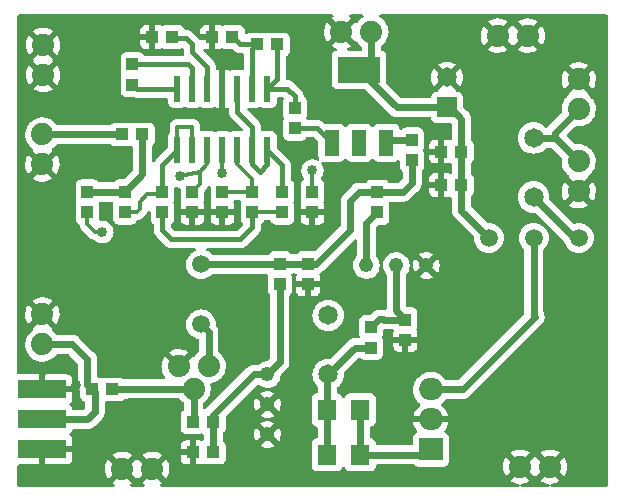
<source format=gbr>
%TF.GenerationSoftware,KiCad,Pcbnew,(6.0.2)*%
%TF.CreationDate,2022-10-25T13:23:13-07:00*%
%TF.ProjectId,powerAmp_RevB,706f7765-7241-46d7-905f-526576422e6b,rev?*%
%TF.SameCoordinates,Original*%
%TF.FileFunction,Copper,L1,Top*%
%TF.FilePolarity,Positive*%
%FSLAX46Y46*%
G04 Gerber Fmt 4.6, Leading zero omitted, Abs format (unit mm)*
G04 Created by KiCad (PCBNEW (6.0.2)) date 2022-10-25 13:23:13*
%MOMM*%
%LPD*%
G01*
G04 APERTURE LIST*
%TA.AperFunction,SMDPad,CuDef*%
%ADD10R,1.100000X1.000000*%
%TD*%
%TA.AperFunction,SMDPad,CuDef*%
%ADD11R,1.600000X1.800000*%
%TD*%
%TA.AperFunction,SMDPad,CuDef*%
%ADD12R,1.000000X1.100000*%
%TD*%
%TA.AperFunction,ComponentPad*%
%ADD13C,1.879600*%
%TD*%
%TA.AperFunction,ComponentPad*%
%ADD14C,1.240000*%
%TD*%
%TA.AperFunction,SMDPad,CuDef*%
%ADD15R,1.219200X2.235200*%
%TD*%
%TA.AperFunction,SMDPad,CuDef*%
%ADD16R,3.600000X2.200000*%
%TD*%
%TA.AperFunction,ComponentPad*%
%ADD17C,1.651000*%
%TD*%
%TA.AperFunction,ComponentPad*%
%ADD18R,2.000000X1.905000*%
%TD*%
%TA.AperFunction,ComponentPad*%
%ADD19O,2.000000X1.905000*%
%TD*%
%TA.AperFunction,SMDPad,CuDef*%
%ADD20R,0.600000X2.200000*%
%TD*%
%TA.AperFunction,SMDPad,CuDef*%
%ADD21R,4.064000X1.524000*%
%TD*%
%TA.AperFunction,ComponentPad*%
%ADD22C,1.500000*%
%TD*%
%TA.AperFunction,ComponentPad*%
%ADD23R,1.651000X1.651000*%
%TD*%
%TA.AperFunction,ViaPad*%
%ADD24C,0.854000*%
%TD*%
%TA.AperFunction,Conductor*%
%ADD25C,0.609600*%
%TD*%
%TA.AperFunction,Conductor*%
%ADD26C,0.304800*%
%TD*%
%TA.AperFunction,Conductor*%
%ADD27C,0.406400*%
%TD*%
G04 APERTURE END LIST*
D10*
%TO.P,R4,1,1*%
%TO.N,Net-(C2-Pad1)*%
X133950000Y-121700000D03*
%TO.P,R4,2,2*%
%TO.N,Net-(R3-Pad1)*%
X135650000Y-121700000D03*
%TD*%
D11*
%TO.P,R11,1,1*%
%TO.N,Net-(R11-Pad1)*%
X145300000Y-120690000D03*
%TO.P,R11,2,2*%
%TO.N,Net-(R11-Pad2)*%
X148100000Y-120690000D03*
%TD*%
D12*
%TO.P,C17,1,1*%
%TO.N,Net-(C17-Pad1)*%
X133896100Y-102248600D03*
%TO.P,C17,2,2*%
%TO.N,GND*%
X133896100Y-103948600D03*
%TD*%
%TO.P,C14,1,1*%
%TO.N,Net-(C14-Pad1)*%
X128181100Y-102248600D03*
%TO.P,C14,2,2*%
%TO.N,Net-(C14-Pad2)*%
X128181100Y-103948600D03*
%TD*%
D11*
%TO.P,R12,1,1*%
%TO.N,Net-(R11-Pad1)*%
X145300000Y-124500000D03*
%TO.P,R12,2,2*%
%TO.N,Net-(R11-Pad2)*%
X148100000Y-124500000D03*
%TD*%
D12*
%TO.P,C15,1,1*%
%TO.N,Net-(C15-Pad1)*%
X136436100Y-102248600D03*
%TO.P,C15,2,2*%
%TO.N,GND*%
X136436100Y-103948600D03*
%TD*%
%TO.P,R6,1,1*%
%TO.N,Net-(C13-Pad2)*%
X149025000Y-113725000D03*
%TO.P,R6,2,2*%
%TO.N,Net-(R11-Pad1)*%
X149025000Y-115425000D03*
%TD*%
D13*
%TO.P,JP2,1,1*%
%TO.N,GND*%
X159750000Y-89010000D03*
%TO.P,JP2,2,2*%
X162290000Y-89010000D03*
%TD*%
%TO.P,JP9,1,1*%
%TO.N,GND*%
X121196100Y-112623600D03*
%TO.P,JP9,2,2*%
%TO.N,Net-(C2-Pad2)*%
X121196100Y-115163600D03*
%TD*%
%TO.P,JP7,1,1*%
%TO.N,Net-(C1-Pad2)*%
X166600000Y-99655000D03*
%TO.P,JP7,2,2*%
%TO.N,GND*%
X166600000Y-102195000D03*
%TD*%
D14*
%TO.P,VR3,1,CCW*%
%TO.N,Net-(R3-Pad1)*%
X140246100Y-117703600D03*
%TO.P,VR3,2,WIPER*%
%TO.N,GND*%
X140246100Y-120243600D03*
%TO.P,VR3,3,CW*%
X140246100Y-122783600D03*
%TD*%
D12*
%TO.P,C19,1,1*%
%TO.N,GND*%
X144056100Y-103948600D03*
%TO.P,C19,2,2*%
%TO.N,/VCC12*%
X144056100Y-102248600D03*
%TD*%
%TO.P,C18,1,1*%
%TO.N,Net-(C18-Pad1)*%
X141516100Y-103948600D03*
%TO.P,C18,2,2*%
%TO.N,Net-(C18-Pad2)*%
X141516100Y-102248600D03*
%TD*%
%TO.P,R8,1,1*%
%TO.N,Net-(C17-Pad1)*%
X125006100Y-103948600D03*
%TO.P,R8,2,2*%
%TO.N,Net-(C14-Pad1)*%
X125006100Y-102248600D03*
%TD*%
D15*
%TO.P,T2,1,B*%
%TO.N,Net-(R1-Pad1)*%
X145688600Y-98098800D03*
%TO.P,T2,2*%
%TO.N,N/C*%
X148000000Y-98098800D03*
%TO.P,T2,3,E*%
%TO.N,Net-(R2-Pad1)*%
X150311400Y-98098800D03*
D16*
%TO.P,T2,4,C*%
%TO.N,/VCC12*%
X148000000Y-91901000D03*
%TD*%
D12*
%TO.P,R3,1,1*%
%TO.N,Net-(R3-Pad1)*%
X141300000Y-110025000D03*
%TO.P,R3,2,2*%
%TO.N,Net-(C5-Pad1)*%
X141300000Y-108325000D03*
%TD*%
D13*
%TO.P,JP1,1,1*%
%TO.N,GND*%
X121196100Y-99923600D03*
%TO.P,JP1,2,2*%
%TO.N,Net-(JP1-Pad2)*%
X121196100Y-97383600D03*
%TD*%
D12*
%TO.P,R9,1,1*%
%TO.N,Net-(C18-Pad1)*%
X131356100Y-103948600D03*
%TO.P,R9,2,2*%
%TO.N,Net-(C14-Pad2)*%
X131356100Y-102248600D03*
%TD*%
%TO.P,R13,1,1*%
%TO.N,Net-(C15-Pad1)*%
X138976100Y-102248600D03*
%TO.P,R13,2,2*%
%TO.N,Net-(C18-Pad1)*%
X138976100Y-103948600D03*
%TD*%
D10*
%TO.P,C7,1,1*%
%TO.N,GND*%
X154975000Y-98825000D03*
%TO.P,C7,2,2*%
%TO.N,/VCC12*%
X156675000Y-98825000D03*
%TD*%
D17*
%TO.P,C4,1,1*%
%TO.N,Net-(Q6-Pad1)*%
X145400000Y-112700000D03*
%TO.P,C4,2,2*%
%TO.N,Net-(R11-Pad1)*%
X145400000Y-117700000D03*
%TD*%
D10*
%TO.P,R15,1,1*%
%TO.N,Net-(R14-Pad2)*%
X137286100Y-89128600D03*
%TO.P,R15,2,2*%
%TO.N,GND*%
X135586100Y-89128600D03*
%TD*%
D13*
%TO.P,JP12,1,1*%
%TO.N,Net-(C1-Pad2)*%
X166600000Y-95245000D03*
%TO.P,JP12,2,2*%
%TO.N,GND*%
X166600000Y-92705000D03*
%TD*%
%TO.P,JP5,1,1*%
%TO.N,GND*%
X127960000Y-125700000D03*
%TO.P,JP5,2,2*%
X130500000Y-125700000D03*
%TD*%
D12*
%TO.P,R1,1,1*%
%TO.N,Net-(R1-Pad1)*%
X142600000Y-96850000D03*
%TO.P,R1,2,2*%
%TO.N,Net-(R1-Pad2)*%
X142600000Y-95150000D03*
%TD*%
D13*
%TO.P,Q6,1,D*%
%TO.N,Net-(Q6-Pad1)*%
X135270000Y-117000000D03*
%TO.P,Q6,2,G*%
%TO.N,Net-(C2-Pad1)*%
X134000000Y-118905000D03*
%TO.P,Q6,3,S*%
%TO.N,GND*%
X132730000Y-117000000D03*
%TD*%
D10*
%TO.P,C8,1,1*%
%TO.N,GND*%
X154975000Y-101675000D03*
%TO.P,C8,2,2*%
%TO.N,/VCC12*%
X156675000Y-101675000D03*
%TD*%
%TO.P,R14,1,1*%
%TO.N,Net-(R1-Pad2)*%
X141096100Y-89763600D03*
%TO.P,R14,2,2*%
%TO.N,Net-(R14-Pad2)*%
X139396100Y-89763600D03*
%TD*%
%TO.P,R21,1,1*%
%TO.N,Net-(R21-Pad1)*%
X132206100Y-89128600D03*
%TO.P,R21,2,2*%
%TO.N,GND*%
X130506100Y-89128600D03*
%TD*%
D18*
%TO.P,Q1,1,G*%
%TO.N,Net-(R11-Pad2)*%
X154080000Y-124050000D03*
D19*
%TO.P,Q1,2,S*%
%TO.N,GND*%
X154080000Y-121510000D03*
%TO.P,Q1,3,D*%
%TO.N,Net-(U$1-Pad2)*%
X154080000Y-118970000D03*
%TD*%
D20*
%TO.P,U$2,1,OUT*%
%TO.N,Net-(C14-Pad2)*%
X132626100Y-98713600D03*
%TO.P,U$2,2,-IN*%
X133896100Y-98713600D03*
%TO.P,U$2,3,+IN*%
%TO.N,Net-(C17-Pad1)*%
X135166100Y-98713600D03*
%TO.P,U$2,4,V+*%
%TO.N,/VCC12*%
X136436100Y-98713600D03*
%TO.P,U$2,5,+IN*%
%TO.N,Net-(C15-Pad1)*%
X137706100Y-98713600D03*
%TO.P,U$2,6,-IN*%
%TO.N,Net-(C18-Pad2)*%
X138976100Y-98713600D03*
%TO.P,U$2,7,OUT*%
X140246100Y-98713600D03*
%TO.P,U$2,8,OUT*%
%TO.N,Net-(R1-Pad2)*%
X140246100Y-93513600D03*
%TO.P,U$2,9,-IN*%
%TO.N,Net-(R14-Pad2)*%
X138976100Y-93513600D03*
%TO.P,U$2,10,+IN*%
%TO.N,Net-(C18-Pad2)*%
X137706100Y-93513600D03*
%TO.P,U$2,11,V-*%
%TO.N,GND*%
X136436100Y-93513600D03*
%TO.P,U$2,12,+IN*%
%TO.N,Net-(R21-Pad1)*%
X135166100Y-93513600D03*
%TO.P,U$2,13,-IN*%
%TO.N,Net-(R18-Pad2)*%
X133896100Y-93513600D03*
%TO.P,U$2,14,OUT*%
%TO.N,Net-(R18-Pad1)*%
X132626100Y-93513600D03*
%TD*%
D13*
%TO.P,JP4,1,1*%
%TO.N,GND*%
X161630000Y-125510000D03*
%TO.P,JP4,2,2*%
X164170000Y-125510000D03*
%TD*%
D14*
%TO.P,VR5,1,CCW*%
%TO.N,Net-(R5-Pad1)*%
X148620509Y-108475000D03*
%TO.P,VR5,2,WIPER*%
%TO.N,Net-(C13-Pad2)*%
X151160509Y-108475000D03*
%TO.P,VR5,3,CW*%
%TO.N,GND*%
X153700509Y-108475000D03*
%TD*%
D21*
%TO.P,J$1,GND@0,GND@0*%
%TO.N,GND*%
X121196100Y-124053600D03*
%TO.P,J$1,GND@1,GND@1*%
X121196100Y-118973600D03*
%TO.P,J$1,SIG,SIGNAL*%
%TO.N,Net-(C2-Pad2)*%
X121196100Y-121513600D03*
%TD*%
D12*
%TO.P,R5,1,1*%
%TO.N,Net-(R5-Pad1)*%
X149550000Y-103975000D03*
%TO.P,R5,2,2*%
%TO.N,Net-(C5-Pad1)*%
X149550000Y-102275000D03*
%TD*%
%TO.P,R18,1,1*%
%TO.N,Net-(R18-Pad1)*%
X128816100Y-93153600D03*
%TO.P,R18,2,2*%
%TO.N,Net-(R18-Pad2)*%
X128816100Y-91453600D03*
%TD*%
D13*
%TO.P,JP8,1,1*%
%TO.N,/VCC12*%
X149045000Y-88710000D03*
%TO.P,JP8,2,2*%
%TO.N,GND*%
X146505000Y-88710000D03*
%TD*%
D10*
%TO.P,R7,1,1*%
%TO.N,Net-(C14-Pad1)*%
X129666100Y-97383600D03*
%TO.P,R7,2,2*%
%TO.N,Net-(JP1-Pad2)*%
X127966100Y-97383600D03*
%TD*%
%TO.P,C3,1,1*%
%TO.N,GND*%
X133950000Y-124300000D03*
%TO.P,C3,2,2*%
%TO.N,Net-(R3-Pad1)*%
X135650000Y-124300000D03*
%TD*%
D22*
%TO.P,U$1,1,1*%
%TO.N,Net-(C1-Pad1)*%
X166610000Y-106140000D03*
%TO.P,U$1,2,2*%
%TO.N,Net-(U$1-Pad2)*%
X162800000Y-106140000D03*
%TO.P,U$1,3,3*%
%TO.N,/VCC12*%
X158990000Y-106140000D03*
%TD*%
D10*
%TO.P,C2,1,1*%
%TO.N,Net-(C2-Pad1)*%
X127126100Y-118973600D03*
%TO.P,C2,2,2*%
%TO.N,Net-(C2-Pad2)*%
X125426100Y-118973600D03*
%TD*%
D12*
%TO.P,C5,1,1*%
%TO.N,Net-(C5-Pad1)*%
X143700000Y-108325000D03*
%TO.P,C5,2,2*%
%TO.N,GND*%
X143700000Y-110025000D03*
%TD*%
D13*
%TO.P,JP6,1,1*%
%TO.N,GND*%
X121250000Y-92345000D03*
%TO.P,JP6,2,2*%
X121250000Y-89805000D03*
%TD*%
D22*
%TO.P,U$6,P$1,1*%
%TO.N,Net-(C5-Pad1)*%
X134625000Y-108385000D03*
%TO.P,U$6,P$2,2*%
%TO.N,Net-(Q6-Pad1)*%
X134625000Y-113465000D03*
%TD*%
D12*
%TO.P,C13,1,1*%
%TO.N,GND*%
X151925000Y-114750000D03*
%TO.P,C13,2,2*%
%TO.N,Net-(C13-Pad2)*%
X151925000Y-113050000D03*
%TD*%
D17*
%TO.P,C1,1,1*%
%TO.N,Net-(C1-Pad1)*%
X162775000Y-102675000D03*
%TO.P,C1,2,2*%
%TO.N,Net-(C1-Pad2)*%
X162775000Y-97675000D03*
%TD*%
D12*
%TO.P,R2,1,1*%
%TO.N,Net-(R2-Pad1)*%
X152500000Y-97850000D03*
%TO.P,R2,2,2*%
%TO.N,Net-(C5-Pad1)*%
X152500000Y-99550000D03*
%TD*%
D23*
%TO.P,C9,1,+*%
%TO.N,/VCC12*%
X155450000Y-95095000D03*
D17*
%TO.P,C9,2,-*%
%TO.N,GND*%
X155450000Y-92555000D03*
%TD*%
D24*
%TO.N,GND*%
X121210000Y-125730000D03*
X156810000Y-112250000D03*
X128850000Y-87930000D03*
X163140000Y-121130000D03*
X154050000Y-97330000D03*
X145420000Y-109990000D03*
X154870000Y-103660000D03*
X124040000Y-118590000D03*
X161340000Y-91780000D03*
X145875000Y-103975000D03*
X135166100Y-105090000D03*
X166110000Y-111330000D03*
X136436100Y-90779600D03*
X121280000Y-106880000D03*
%TO.N,/VCC12*%
X136436100Y-100685600D03*
X144056100Y-100431600D03*
%TO.N,Net-(C17-Pad1)*%
X126276100Y-105638600D03*
X132880100Y-100939600D03*
%TD*%
D25*
%TO.N,Net-(C1-Pad1)*%
X166610000Y-106140000D02*
X166240000Y-106140000D01*
X166240000Y-106140000D02*
X162775000Y-102675000D01*
%TO.N,Net-(C1-Pad2)*%
X164620000Y-97225000D02*
X164620000Y-97675000D01*
X164620000Y-97675000D02*
X166600000Y-99655000D01*
X166600000Y-95245000D02*
X164620000Y-97225000D01*
X162775000Y-97675000D02*
X164620000Y-97675000D01*
%TO.N,Net-(C2-Pad1)*%
X134000000Y-118905000D02*
X134000000Y-121650000D01*
X134000000Y-121650000D02*
X133950000Y-121700000D01*
X128249700Y-118905000D02*
X134000000Y-118905000D01*
X128181100Y-118973600D02*
X128249700Y-118905000D01*
X128181100Y-118973600D02*
X127126100Y-118973600D01*
%TO.N,Net-(C2-Pad2)*%
X125006100Y-118553600D02*
X125426100Y-118973600D01*
X125006100Y-116433600D02*
X125006100Y-118553600D01*
X121196100Y-115163600D02*
X123736100Y-115163600D01*
X125006100Y-121513600D02*
X125641100Y-120878600D01*
X125641100Y-119188600D02*
X125426100Y-118973600D01*
X123736100Y-115163600D02*
X125006100Y-116433600D01*
X125641100Y-120878600D02*
X125641100Y-119188600D01*
X121196100Y-121513600D02*
X125006100Y-121513600D01*
%TO.N,Net-(R3-Pad1)*%
X141300000Y-116649700D02*
X140246100Y-117703600D01*
X135650000Y-121160000D02*
X139106400Y-117703600D01*
X139106400Y-117703600D02*
X140246100Y-117703600D01*
X135650000Y-121700000D02*
X135650000Y-124300000D01*
X135650000Y-121700000D02*
X135650000Y-121160000D01*
X141300000Y-110025000D02*
X141300000Y-116649700D01*
%TO.N,Net-(Q6-Pad1)*%
X135270000Y-117000000D02*
X135270000Y-114110000D01*
X135270000Y-114110000D02*
X134625000Y-113465000D01*
%TO.N,Net-(R11-Pad1)*%
X145300000Y-120690000D02*
X145300000Y-117800000D01*
X145300000Y-120690000D02*
X145300000Y-124500000D01*
X147675000Y-115425000D02*
X145400000Y-117700000D01*
X149025000Y-115425000D02*
X147675000Y-115425000D01*
X145300000Y-117800000D02*
X145400000Y-117700000D01*
%TO.N,Net-(C5-Pad1)*%
X152500000Y-101470000D02*
X151695000Y-102275000D01*
X141300000Y-108325000D02*
X143700000Y-108325000D01*
X144395000Y-108325000D02*
X147280000Y-105440000D01*
X134625000Y-108385000D02*
X141240000Y-108385000D01*
X152500000Y-99550000D02*
X152500000Y-101470000D01*
X141240000Y-108385000D02*
X141300000Y-108325000D01*
X148005000Y-102275000D02*
X149550000Y-102275000D01*
X151695000Y-102275000D02*
X149550000Y-102275000D01*
X147280000Y-105440000D02*
X147280000Y-103000000D01*
X147280000Y-103000000D02*
X148005000Y-102275000D01*
X143700000Y-108325000D02*
X144395000Y-108325000D01*
%TO.N,/VCC12*%
X156675000Y-98825000D02*
X156675000Y-101675000D01*
X156675000Y-96055000D02*
X156675000Y-98825000D01*
X155450000Y-95095000D02*
X151194000Y-95095000D01*
X155450000Y-95095000D02*
X155715000Y-95095000D01*
X156675000Y-101675000D02*
X156675000Y-103825000D01*
X149045000Y-88525000D02*
X149045000Y-90856000D01*
X156675000Y-103825000D02*
X158990000Y-106140000D01*
X149045000Y-90856000D02*
X148000000Y-91901000D01*
X151194000Y-95095000D02*
X148000000Y-91901000D01*
D26*
X136436100Y-100685600D02*
X136436100Y-98713600D01*
X144056100Y-102248600D02*
X144056100Y-100431600D01*
D25*
X155715000Y-95095000D02*
X156675000Y-96055000D01*
%TO.N,Net-(C13-Pad2)*%
X151160509Y-108475000D02*
X151160509Y-112285509D01*
X149720000Y-113030000D02*
X150060000Y-113030000D01*
X149025000Y-113725000D02*
X149720000Y-113030000D01*
X151160509Y-112285509D02*
X151925000Y-113050000D01*
X150080000Y-113050000D02*
X151925000Y-113050000D01*
X150060000Y-113030000D02*
X150080000Y-113050000D01*
%TO.N,Net-(C14-Pad1)*%
X129666100Y-97383600D02*
X129666100Y-100763600D01*
X129666100Y-100763600D02*
X128181100Y-102248600D01*
X128181100Y-102248600D02*
X125006100Y-102248600D01*
D26*
%TO.N,Net-(C14-Pad2)*%
X130086100Y-102463600D02*
X131141100Y-102463600D01*
X131141100Y-102463600D02*
X131356100Y-102248600D01*
D27*
X131356100Y-99983600D02*
X132626100Y-98713600D01*
D26*
X129236100Y-103948600D02*
X129451100Y-103733600D01*
X128181100Y-103948600D02*
X129236100Y-103948600D01*
X129451100Y-103098600D02*
X130086100Y-102463600D01*
X133896100Y-96748600D02*
X133896100Y-98713600D01*
X129451100Y-103733600D02*
X129451100Y-103098600D01*
D27*
X131356100Y-102248600D02*
X131356100Y-99983600D01*
D26*
X132626100Y-98713600D02*
X132626100Y-96748600D01*
X132626100Y-96748600D02*
X133896100Y-96748600D01*
%TO.N,Net-(C15-Pad1)*%
X138976100Y-102248600D02*
X138976100Y-101193600D01*
X138976100Y-101193600D02*
X137706100Y-99923600D01*
X137706100Y-99923600D02*
X137706100Y-98713600D01*
X136436100Y-102248600D02*
X138976100Y-102248600D01*
%TO.N,Net-(C17-Pad1)*%
X134531100Y-100558600D02*
X134531100Y-101613600D01*
X125641100Y-105638600D02*
X125006100Y-105003600D01*
X135166100Y-98713600D02*
X135166100Y-99923600D01*
X134531100Y-101613600D02*
X133896100Y-102248600D01*
X134531100Y-100558600D02*
X132880100Y-100939600D01*
X125006100Y-105003600D02*
X125006100Y-103948600D01*
X126276100Y-105638600D02*
X125641100Y-105638600D01*
X135166100Y-99923600D02*
X134531100Y-100558600D01*
%TO.N,Net-(C18-Pad1)*%
X138976100Y-103948600D02*
X141516100Y-103948600D01*
D27*
X138976100Y-103948600D02*
X138976100Y-105257600D01*
X131356100Y-105511600D02*
X131356100Y-103948600D01*
X132118100Y-106273600D02*
X131356100Y-105511600D01*
X137960100Y-106273600D02*
X132118100Y-106273600D01*
X138976100Y-105257600D02*
X137960100Y-106273600D01*
%TO.N,Net-(C18-Pad2)*%
X141516100Y-99983600D02*
X140246100Y-98713600D01*
X138976100Y-98713600D02*
X138976100Y-96748600D01*
X138976100Y-99923600D02*
X139611100Y-100558600D01*
X137706100Y-95478600D02*
X137706100Y-93513600D01*
X138976100Y-98713600D02*
X138976100Y-99923600D01*
X140246100Y-99923600D02*
X140246100Y-98713600D01*
X141516100Y-102248600D02*
X141516100Y-99983600D01*
X139611100Y-100558600D02*
X140246100Y-99923600D01*
X138976100Y-96748600D02*
X137706100Y-95478600D01*
D25*
%TO.N,Net-(JP1-Pad2)*%
X121196100Y-97383600D02*
X127966100Y-97383600D01*
%TO.N,Net-(R11-Pad2)*%
X148100000Y-120690000D02*
X148100000Y-124500000D01*
X148100000Y-124500000D02*
X153630000Y-124500000D01*
X153630000Y-124500000D02*
X154080000Y-124050000D01*
%TO.N,Net-(U$1-Pad2)*%
X162800000Y-112730000D02*
X162800000Y-106140000D01*
X154080000Y-118970000D02*
X156780000Y-118970000D01*
X162910000Y-112840000D02*
X162800000Y-112730000D01*
X156780000Y-118970000D02*
X162910000Y-112840000D01*
D27*
%TO.N,Net-(R1-Pad1)*%
X142600000Y-96850000D02*
X144439800Y-96850000D01*
X144439800Y-96850000D02*
X145688600Y-98098800D01*
%TO.N,Net-(R1-Pad2)*%
X141926400Y-93513600D02*
X140246100Y-93513600D01*
X142600000Y-95150000D02*
X142600000Y-94160000D01*
X141096100Y-89763600D02*
X141096100Y-92663600D01*
X141096100Y-92663600D02*
X140246100Y-93513600D01*
X141940000Y-93500000D02*
X141926400Y-93513600D01*
X142600000Y-94160000D02*
X141940000Y-93500000D01*
D25*
%TO.N,Net-(R2-Pad1)*%
X150411200Y-98098800D02*
X150660000Y-97850000D01*
X150660000Y-97850000D02*
X152500000Y-97850000D01*
X150311400Y-98098800D02*
X150411200Y-98098800D01*
%TO.N,Net-(R5-Pad1)*%
X148620509Y-104904491D02*
X149550000Y-103975000D01*
X148620509Y-108475000D02*
X148620509Y-104904491D01*
D27*
%TO.N,Net-(R14-Pad2)*%
X137921100Y-89763600D02*
X137286100Y-89128600D01*
X139396100Y-89763600D02*
X137921100Y-89763600D01*
X138976100Y-93513600D02*
X138976100Y-90183600D01*
X138976100Y-90183600D02*
X139396100Y-89763600D01*
%TO.N,Net-(R18-Pad1)*%
X129236100Y-93573600D02*
X128816100Y-93153600D01*
X132566100Y-93573600D02*
X129236100Y-93573600D01*
X132566100Y-93573600D02*
X132626100Y-93513600D01*
%TO.N,Net-(R18-Pad2)*%
X133896100Y-91795600D02*
X133896100Y-93513600D01*
X133554100Y-91453600D02*
X133896100Y-91795600D01*
X128816100Y-91453600D02*
X133554100Y-91453600D01*
%TO.N,Net-(R21-Pad1)*%
X135166100Y-91668600D02*
X135166100Y-93513600D01*
X133896100Y-90398600D02*
X135166100Y-91668600D01*
X133896100Y-90398600D02*
X133896100Y-89763600D01*
X133388100Y-89255600D02*
X132333100Y-89255600D01*
X133896100Y-89763600D02*
X133388100Y-89255600D01*
X132333100Y-89255600D02*
X132206100Y-89128600D01*
%TD*%
%TA.AperFunction,Conductor*%
%TO.N,GND*%
G36*
X145788669Y-87238002D02*
G01*
X145835162Y-87291658D01*
X145845266Y-87361932D01*
X145815772Y-87426512D01*
X145778728Y-87455763D01*
X145735455Y-87478289D01*
X145726716Y-87483793D01*
X145690535Y-87510958D01*
X145682081Y-87522285D01*
X145688825Y-87534614D01*
X146492189Y-88337979D01*
X146506132Y-88345592D01*
X146507966Y-88345461D01*
X146514580Y-88341210D01*
X147322331Y-87533458D01*
X147329348Y-87520607D01*
X147321574Y-87509937D01*
X147313004Y-87503169D01*
X147304421Y-87497467D01*
X147226241Y-87454309D01*
X147176270Y-87403876D01*
X147161498Y-87334433D01*
X147186614Y-87268028D01*
X147243645Y-87225743D01*
X147287134Y-87218000D01*
X148259464Y-87218000D01*
X148327585Y-87238002D01*
X148374078Y-87291658D01*
X148384182Y-87361932D01*
X148354688Y-87426512D01*
X148317646Y-87455762D01*
X148270590Y-87480258D01*
X148266457Y-87483361D01*
X148266454Y-87483363D01*
X148084275Y-87620147D01*
X148080140Y-87623252D01*
X148018829Y-87687410D01*
X147926724Y-87783793D01*
X147915602Y-87795431D01*
X147873064Y-87857790D01*
X147818155Y-87902790D01*
X147747631Y-87910961D01*
X147695940Y-87886588D01*
X147693940Y-87886307D01*
X147682755Y-87891456D01*
X146877021Y-88697189D01*
X146869408Y-88711132D01*
X146869539Y-88712966D01*
X146873790Y-88719580D01*
X147679826Y-89525615D01*
X147693096Y-89532861D01*
X147755005Y-89509078D01*
X147824523Y-89523490D01*
X147866899Y-89560245D01*
X147869574Y-89563899D01*
X147872274Y-89568306D01*
X147875658Y-89572212D01*
X147875659Y-89572214D01*
X147932005Y-89637261D01*
X148028204Y-89748317D01*
X148186185Y-89879475D01*
X148225820Y-89938377D01*
X148231700Y-89976419D01*
X148231700Y-90166500D01*
X148211698Y-90234621D01*
X148158042Y-90281114D01*
X148105700Y-90292500D01*
X147109402Y-90292500D01*
X147041281Y-90272498D01*
X146994788Y-90218842D01*
X146984684Y-90148568D01*
X147014178Y-90083988D01*
X147053969Y-90053349D01*
X147244237Y-89960137D01*
X147253083Y-89954863D01*
X147318631Y-89908108D01*
X147327032Y-89897408D01*
X147320045Y-89884256D01*
X146517811Y-89082021D01*
X146503868Y-89074408D01*
X146502034Y-89074539D01*
X146495420Y-89078790D01*
X145686083Y-89888128D01*
X145679326Y-89900503D01*
X145684607Y-89907558D01*
X145872821Y-90017541D01*
X145882108Y-90021991D01*
X146040230Y-90082372D01*
X146096733Y-90125360D01*
X146121026Y-90192071D01*
X146105396Y-90261325D01*
X146054805Y-90311136D01*
X146039511Y-90318064D01*
X145953295Y-90350385D01*
X145836739Y-90437739D01*
X145749385Y-90554295D01*
X145698255Y-90690684D01*
X145691500Y-90752866D01*
X145691500Y-93049134D01*
X145698255Y-93111316D01*
X145749385Y-93247705D01*
X145836739Y-93364261D01*
X145953295Y-93451615D01*
X146089684Y-93502745D01*
X146151866Y-93509500D01*
X148406130Y-93509500D01*
X148474251Y-93529502D01*
X148495225Y-93546405D01*
X150612289Y-95663469D01*
X150613218Y-95664406D01*
X150676718Y-95729250D01*
X150682636Y-95733064D01*
X150682641Y-95733068D01*
X150713407Y-95752895D01*
X150723760Y-95760334D01*
X150752366Y-95783170D01*
X150757869Y-95787563D01*
X150764209Y-95790628D01*
X150764214Y-95790631D01*
X150788279Y-95802265D01*
X150801692Y-95809792D01*
X150824164Y-95824274D01*
X150824171Y-95824277D01*
X150830090Y-95828092D01*
X150871111Y-95843023D01*
X150882851Y-95847982D01*
X150915801Y-95863911D01*
X150915803Y-95863912D01*
X150922144Y-95866977D01*
X150955064Y-95874577D01*
X150969799Y-95878943D01*
X150994928Y-95888089D01*
X150994934Y-95888091D01*
X151001549Y-95890498D01*
X151025919Y-95893576D01*
X151044859Y-95895969D01*
X151057400Y-95898203D01*
X151099930Y-95908022D01*
X151106976Y-95908047D01*
X151106979Y-95908047D01*
X151140739Y-95908165D01*
X151141632Y-95908194D01*
X151142470Y-95908300D01*
X151179533Y-95908300D01*
X151179972Y-95908301D01*
X151278859Y-95908646D01*
X151278864Y-95908646D01*
X151282392Y-95908658D01*
X151283595Y-95908389D01*
X151285240Y-95908300D01*
X153996392Y-95908300D01*
X154064513Y-95928302D01*
X154111006Y-95981958D01*
X154121655Y-96020690D01*
X154122755Y-96030816D01*
X154173885Y-96167205D01*
X154261239Y-96283761D01*
X154377795Y-96371115D01*
X154514184Y-96422245D01*
X154576366Y-96429000D01*
X155735700Y-96429000D01*
X155803821Y-96449002D01*
X155850314Y-96502658D01*
X155861700Y-96555000D01*
X155861700Y-97726858D01*
X155841698Y-97794979D01*
X155788042Y-97841472D01*
X155717768Y-97851576D01*
X155691471Y-97844840D01*
X155642609Y-97826522D01*
X155627351Y-97822895D01*
X155576486Y-97817369D01*
X155569672Y-97817000D01*
X155247115Y-97817000D01*
X155231876Y-97821475D01*
X155230671Y-97822865D01*
X155229000Y-97830548D01*
X155229000Y-99814884D01*
X155233475Y-99830123D01*
X155234865Y-99831328D01*
X155242548Y-99832999D01*
X155569669Y-99832999D01*
X155576490Y-99832629D01*
X155627352Y-99827105D01*
X155642606Y-99823478D01*
X155691471Y-99805160D01*
X155762278Y-99799977D01*
X155824647Y-99833898D01*
X155858776Y-99896153D01*
X155861700Y-99923142D01*
X155861700Y-100576858D01*
X155841698Y-100644979D01*
X155788042Y-100691472D01*
X155717768Y-100701576D01*
X155691471Y-100694840D01*
X155642609Y-100676522D01*
X155627351Y-100672895D01*
X155576486Y-100667369D01*
X155569672Y-100667000D01*
X155247115Y-100667000D01*
X155231876Y-100671475D01*
X155230671Y-100672865D01*
X155229000Y-100680548D01*
X155229000Y-102664884D01*
X155233475Y-102680123D01*
X155234865Y-102681328D01*
X155242548Y-102682999D01*
X155569669Y-102682999D01*
X155576490Y-102682629D01*
X155627352Y-102677105D01*
X155642606Y-102673478D01*
X155691471Y-102655160D01*
X155762278Y-102649977D01*
X155824647Y-102683898D01*
X155858776Y-102746153D01*
X155861700Y-102773142D01*
X155861700Y-103815783D01*
X155861693Y-103817103D01*
X155860744Y-103907709D01*
X155862233Y-103914596D01*
X155869967Y-103950365D01*
X155872028Y-103962949D01*
X155875537Y-103994231D01*
X155876893Y-104006325D01*
X155879599Y-104014096D01*
X155888002Y-104038226D01*
X155892164Y-104053036D01*
X155899302Y-104086051D01*
X155902280Y-104092438D01*
X155902281Y-104092440D01*
X155917752Y-104125619D01*
X155922547Y-104137427D01*
X155936899Y-104178639D01*
X155952916Y-104204271D01*
X155954797Y-104207282D01*
X155962133Y-104220792D01*
X155976415Y-104251419D01*
X155995796Y-104276405D01*
X156003169Y-104285910D01*
X156010462Y-104296364D01*
X156033589Y-104333376D01*
X156038554Y-104338375D01*
X156038555Y-104338377D01*
X156062356Y-104362344D01*
X156062953Y-104362982D01*
X156063473Y-104363653D01*
X156089731Y-104389911D01*
X156141769Y-104442313D01*
X156162159Y-104462846D01*
X156163200Y-104463506D01*
X156164435Y-104464615D01*
X157694247Y-105994427D01*
X157728273Y-106056739D01*
X157730673Y-106094503D01*
X157727172Y-106134523D01*
X157726693Y-106140000D01*
X157745885Y-106359371D01*
X157802880Y-106572076D01*
X157805205Y-106577061D01*
X157893618Y-106766666D01*
X157893621Y-106766671D01*
X157895944Y-106771653D01*
X157899100Y-106776160D01*
X157899101Y-106776162D01*
X157992076Y-106908943D01*
X158022251Y-106952038D01*
X158177962Y-107107749D01*
X158182471Y-107110906D01*
X158182473Y-107110908D01*
X158212444Y-107131894D01*
X158358346Y-107234056D01*
X158557924Y-107327120D01*
X158770629Y-107384115D01*
X158990000Y-107403307D01*
X159209371Y-107384115D01*
X159422076Y-107327120D01*
X159621654Y-107234056D01*
X159767556Y-107131894D01*
X159797527Y-107110908D01*
X159797529Y-107110906D01*
X159802038Y-107107749D01*
X159957749Y-106952038D01*
X159987925Y-106908943D01*
X160080899Y-106776162D01*
X160080900Y-106776160D01*
X160084056Y-106771653D01*
X160086379Y-106766671D01*
X160086382Y-106766666D01*
X160174795Y-106577061D01*
X160177120Y-106572076D01*
X160234115Y-106359371D01*
X160253307Y-106140000D01*
X160234115Y-105920629D01*
X160177120Y-105707924D01*
X160106557Y-105556600D01*
X160086382Y-105513334D01*
X160086379Y-105513329D01*
X160084056Y-105508347D01*
X160066007Y-105482570D01*
X159960908Y-105332473D01*
X159960906Y-105332470D01*
X159957749Y-105327962D01*
X159802038Y-105172251D01*
X159791132Y-105164614D01*
X159699112Y-105100181D01*
X159621654Y-105045944D01*
X159422076Y-104952880D01*
X159209371Y-104895885D01*
X158990000Y-104876693D01*
X158984525Y-104877172D01*
X158984523Y-104877172D01*
X158944503Y-104880673D01*
X158874898Y-104866683D01*
X158844427Y-104844247D01*
X157525205Y-103525025D01*
X157491179Y-103462713D01*
X157488300Y-103435930D01*
X157488300Y-102676205D01*
X157488654Y-102675000D01*
X161435904Y-102675000D01*
X161456248Y-102907532D01*
X161457672Y-102912845D01*
X161457672Y-102912847D01*
X161514613Y-103125353D01*
X161516661Y-103132998D01*
X161518983Y-103137978D01*
X161518984Y-103137980D01*
X161612983Y-103339561D01*
X161612986Y-103339566D01*
X161615309Y-103344548D01*
X161618465Y-103349055D01*
X161618466Y-103349057D01*
X161646484Y-103389070D01*
X161749193Y-103535754D01*
X161914246Y-103700807D01*
X161918754Y-103703964D01*
X161918757Y-103703966D01*
X162096777Y-103828617D01*
X162105452Y-103834691D01*
X162110434Y-103837014D01*
X162110439Y-103837017D01*
X162278684Y-103915471D01*
X162317002Y-103933339D01*
X162322310Y-103934761D01*
X162322312Y-103934762D01*
X162537153Y-103992328D01*
X162537155Y-103992328D01*
X162542468Y-103993752D01*
X162775000Y-104014096D01*
X162780475Y-104013617D01*
X162890189Y-104004019D01*
X162959794Y-104018009D01*
X162990265Y-104040445D01*
X165362763Y-106412943D01*
X165395375Y-106469427D01*
X165422880Y-106572076D01*
X165425205Y-106577061D01*
X165513618Y-106766666D01*
X165513621Y-106766671D01*
X165515944Y-106771653D01*
X165519100Y-106776160D01*
X165519101Y-106776162D01*
X165612076Y-106908943D01*
X165642251Y-106952038D01*
X165797962Y-107107749D01*
X165802471Y-107110906D01*
X165802473Y-107110908D01*
X165832444Y-107131894D01*
X165978346Y-107234056D01*
X166177924Y-107327120D01*
X166390629Y-107384115D01*
X166610000Y-107403307D01*
X166829371Y-107384115D01*
X167042076Y-107327120D01*
X167241654Y-107234056D01*
X167387556Y-107131894D01*
X167417527Y-107110908D01*
X167417529Y-107110906D01*
X167422038Y-107107749D01*
X167577749Y-106952038D01*
X167607925Y-106908943D01*
X167700899Y-106776162D01*
X167700900Y-106776160D01*
X167704056Y-106771653D01*
X167706379Y-106766671D01*
X167706382Y-106766666D01*
X167794795Y-106577061D01*
X167797120Y-106572076D01*
X167854115Y-106359371D01*
X167873307Y-106140000D01*
X167854115Y-105920629D01*
X167797120Y-105707924D01*
X167726557Y-105556600D01*
X167706382Y-105513334D01*
X167706379Y-105513329D01*
X167704056Y-105508347D01*
X167686007Y-105482570D01*
X167580908Y-105332473D01*
X167580906Y-105332470D01*
X167577749Y-105327962D01*
X167422038Y-105172251D01*
X167411132Y-105164614D01*
X167319112Y-105100181D01*
X167241654Y-105045944D01*
X167042076Y-104952880D01*
X166829371Y-104895885D01*
X166610000Y-104876693D01*
X166390629Y-104895885D01*
X166385316Y-104897309D01*
X166385308Y-104897310D01*
X166268015Y-104928739D01*
X166197038Y-104927050D01*
X166146308Y-104896128D01*
X164635683Y-103385503D01*
X165774326Y-103385503D01*
X165779607Y-103392558D01*
X165967821Y-103502541D01*
X165977108Y-103506991D01*
X166189861Y-103588233D01*
X166199763Y-103591110D01*
X166422911Y-103636510D01*
X166433163Y-103637733D01*
X166660738Y-103646077D01*
X166671024Y-103645610D01*
X166896915Y-103616673D01*
X166907001Y-103614530D01*
X167125128Y-103549088D01*
X167134723Y-103545328D01*
X167339237Y-103445137D01*
X167348083Y-103439863D01*
X167413631Y-103393108D01*
X167422032Y-103382408D01*
X167415045Y-103369256D01*
X166612811Y-102567021D01*
X166598868Y-102559408D01*
X166597034Y-102559539D01*
X166590420Y-102563790D01*
X165781083Y-103373128D01*
X165774326Y-103385503D01*
X164635683Y-103385503D01*
X164140445Y-102890265D01*
X164106419Y-102827953D01*
X164104019Y-102790189D01*
X164113617Y-102680475D01*
X164114096Y-102675000D01*
X164093752Y-102442468D01*
X164080234Y-102392017D01*
X164034762Y-102222312D01*
X164034761Y-102222310D01*
X164033339Y-102217002D01*
X164029053Y-102207811D01*
X164008932Y-102164662D01*
X165147969Y-102164662D01*
X165161078Y-102392017D01*
X165162514Y-102402237D01*
X165212580Y-102624393D01*
X165215659Y-102634221D01*
X165301338Y-102845223D01*
X165305991Y-102854434D01*
X165401153Y-103009723D01*
X165411611Y-103019185D01*
X165420387Y-103015402D01*
X166227979Y-102207811D01*
X166234356Y-102196132D01*
X166964408Y-102196132D01*
X166964539Y-102197966D01*
X166968790Y-102204580D01*
X167774826Y-103010615D01*
X167786832Y-103017171D01*
X167798571Y-103008202D01*
X167842241Y-102947429D01*
X167847551Y-102938592D01*
X167948450Y-102734438D01*
X167952249Y-102724843D01*
X168018449Y-102506957D01*
X168020628Y-102496876D01*
X168050591Y-102269288D01*
X168051110Y-102262615D01*
X168052680Y-102198365D01*
X168052486Y-102191646D01*
X168033679Y-101962887D01*
X168031994Y-101952707D01*
X167976515Y-101731837D01*
X167973195Y-101722086D01*
X167882384Y-101513233D01*
X167877518Y-101504158D01*
X167798008Y-101381256D01*
X167787322Y-101372052D01*
X167777755Y-101376456D01*
X166972021Y-102182189D01*
X166964408Y-102196132D01*
X166234356Y-102196132D01*
X166235592Y-102193868D01*
X166235461Y-102192034D01*
X166231210Y-102185420D01*
X165425220Y-101379431D01*
X165413688Y-101373134D01*
X165401406Y-101382757D01*
X165339747Y-101473146D01*
X165334654Y-101482110D01*
X165238768Y-101688679D01*
X165235211Y-101698347D01*
X165174352Y-101917797D01*
X165172421Y-101927916D01*
X165148221Y-102154373D01*
X165147969Y-102164662D01*
X164008932Y-102164662D01*
X163937017Y-102010439D01*
X163937014Y-102010434D01*
X163934691Y-102005452D01*
X163902099Y-101958906D01*
X163803966Y-101818757D01*
X163803964Y-101818754D01*
X163800807Y-101814246D01*
X163635754Y-101649193D01*
X163631246Y-101646036D01*
X163631243Y-101646034D01*
X163449057Y-101518466D01*
X163449055Y-101518465D01*
X163444548Y-101515309D01*
X163439566Y-101512986D01*
X163439561Y-101512983D01*
X163237980Y-101418984D01*
X163237978Y-101418983D01*
X163232998Y-101416661D01*
X163227690Y-101415239D01*
X163227688Y-101415238D01*
X163012847Y-101357672D01*
X163012845Y-101357672D01*
X163007532Y-101356248D01*
X162775000Y-101335904D01*
X162542468Y-101356248D01*
X162537155Y-101357672D01*
X162537153Y-101357672D01*
X162322312Y-101415238D01*
X162322310Y-101415239D01*
X162317002Y-101416661D01*
X162312022Y-101418983D01*
X162312020Y-101418984D01*
X162110439Y-101512983D01*
X162110434Y-101512986D01*
X162105452Y-101515309D01*
X162100945Y-101518465D01*
X162100943Y-101518466D01*
X161918757Y-101646034D01*
X161918754Y-101646036D01*
X161914246Y-101649193D01*
X161749193Y-101814246D01*
X161746036Y-101818754D01*
X161746034Y-101818757D01*
X161647901Y-101958906D01*
X161615309Y-102005452D01*
X161612986Y-102010434D01*
X161612983Y-102010439D01*
X161520947Y-102207811D01*
X161516661Y-102217002D01*
X161515239Y-102222310D01*
X161515238Y-102222312D01*
X161469766Y-102392017D01*
X161456248Y-102442468D01*
X161435904Y-102675000D01*
X157488654Y-102675000D01*
X157508302Y-102608084D01*
X157538735Y-102575379D01*
X157581080Y-102543643D01*
X157588261Y-102538261D01*
X157675615Y-102421705D01*
X157726745Y-102285316D01*
X157733500Y-102223134D01*
X157733500Y-101126866D01*
X157726745Y-101064684D01*
X157675615Y-100928295D01*
X157588261Y-100811739D01*
X157581080Y-100806357D01*
X157538735Y-100774621D01*
X157496220Y-100717761D01*
X157488300Y-100673795D01*
X157488300Y-99826205D01*
X157508302Y-99758084D01*
X157538735Y-99725379D01*
X157581080Y-99693643D01*
X157588261Y-99688261D01*
X157675615Y-99571705D01*
X157726745Y-99435316D01*
X157733500Y-99373134D01*
X157733500Y-98276866D01*
X157726745Y-98214684D01*
X157675615Y-98078295D01*
X157588261Y-97961739D01*
X157581080Y-97956357D01*
X157538735Y-97924621D01*
X157496220Y-97867761D01*
X157488300Y-97823795D01*
X157488300Y-97675000D01*
X161435904Y-97675000D01*
X161456248Y-97907532D01*
X161457672Y-97912845D01*
X161457672Y-97912847D01*
X161513687Y-98121897D01*
X161516661Y-98132998D01*
X161518983Y-98137978D01*
X161518984Y-98137980D01*
X161612983Y-98339561D01*
X161612986Y-98339566D01*
X161615309Y-98344548D01*
X161618465Y-98349055D01*
X161618466Y-98349057D01*
X161741807Y-98525205D01*
X161749193Y-98535754D01*
X161914246Y-98700807D01*
X161918754Y-98703964D01*
X161918757Y-98703966D01*
X162093955Y-98826641D01*
X162105452Y-98834691D01*
X162110434Y-98837014D01*
X162110439Y-98837017D01*
X162240231Y-98897540D01*
X162317002Y-98933339D01*
X162322310Y-98934761D01*
X162322312Y-98934762D01*
X162537153Y-98992328D01*
X162537155Y-98992328D01*
X162542468Y-98993752D01*
X162775000Y-99014096D01*
X163007532Y-98993752D01*
X163012845Y-98992328D01*
X163012847Y-98992328D01*
X163227688Y-98934762D01*
X163227690Y-98934761D01*
X163232998Y-98933339D01*
X163309769Y-98897540D01*
X163439561Y-98837017D01*
X163439566Y-98837014D01*
X163444548Y-98834691D01*
X163456045Y-98826641D01*
X163631243Y-98703966D01*
X163631246Y-98703964D01*
X163635754Y-98700807D01*
X163800807Y-98535754D01*
X163802770Y-98532950D01*
X163861344Y-98493982D01*
X163898754Y-98488300D01*
X164230930Y-98488300D01*
X164299051Y-98508302D01*
X164320025Y-98525205D01*
X165130370Y-99335550D01*
X165164396Y-99397862D01*
X165166562Y-99438034D01*
X165147170Y-99619494D01*
X165147467Y-99624646D01*
X165147467Y-99624650D01*
X165153463Y-99728633D01*
X165160879Y-99857255D01*
X165162016Y-99862301D01*
X165162017Y-99862307D01*
X165191068Y-99991215D01*
X165213237Y-100089585D01*
X165215179Y-100094367D01*
X165215180Y-100094371D01*
X165293808Y-100288008D01*
X165302837Y-100310244D01*
X165329034Y-100352993D01*
X165416358Y-100495492D01*
X165427274Y-100513306D01*
X165583204Y-100693317D01*
X165681135Y-100774621D01*
X165755535Y-100836389D01*
X165795170Y-100895292D01*
X165796668Y-100966272D01*
X165776887Y-101006929D01*
X165783825Y-101019614D01*
X166587189Y-101822979D01*
X166601132Y-101830592D01*
X166602966Y-101830461D01*
X166609580Y-101826210D01*
X167417331Y-101018458D01*
X167424348Y-101005607D01*
X167422815Y-101003503D01*
X167398865Y-100936668D01*
X167414851Y-100867495D01*
X167451480Y-100826726D01*
X167538020Y-100764997D01*
X167706716Y-100596889D01*
X167845690Y-100403486D01*
X167870646Y-100352993D01*
X167948917Y-100194624D01*
X167948918Y-100194622D01*
X167951211Y-100189982D01*
X168020443Y-99962111D01*
X168021118Y-99956985D01*
X168051092Y-99729313D01*
X168051092Y-99729309D01*
X168051529Y-99725992D01*
X168052627Y-99681081D01*
X168053182Y-99658365D01*
X168053182Y-99658361D01*
X168053264Y-99655000D01*
X168033750Y-99417644D01*
X167975731Y-99186663D01*
X167891852Y-98993752D01*
X167882827Y-98972996D01*
X167882825Y-98972993D01*
X167880767Y-98968259D01*
X167872373Y-98955283D01*
X167754216Y-98772642D01*
X167751406Y-98768298D01*
X167745402Y-98761699D01*
X167700358Y-98712197D01*
X167591124Y-98592150D01*
X167587073Y-98588951D01*
X167587069Y-98588947D01*
X167408278Y-98447747D01*
X167408273Y-98447744D01*
X167404224Y-98444546D01*
X167399708Y-98442053D01*
X167399705Y-98442051D01*
X167200250Y-98331946D01*
X167200246Y-98331944D01*
X167195726Y-98329449D01*
X167190857Y-98327725D01*
X167190853Y-98327723D01*
X166976105Y-98251676D01*
X166976101Y-98251675D01*
X166971230Y-98249950D01*
X166966140Y-98249043D01*
X166966135Y-98249042D01*
X166817348Y-98222540D01*
X166736764Y-98208186D01*
X166647637Y-98207097D01*
X166503795Y-98205339D01*
X166503793Y-98205339D01*
X166498625Y-98205276D01*
X166389806Y-98221928D01*
X166319445Y-98212461D01*
X166281653Y-98186473D01*
X165634275Y-97539095D01*
X165600249Y-97476783D01*
X165605314Y-97405968D01*
X165634275Y-97360905D01*
X166279686Y-96715494D01*
X166341998Y-96681468D01*
X166393902Y-96681119D01*
X166422857Y-96687010D01*
X166422865Y-96687011D01*
X166427928Y-96688041D01*
X166562121Y-96692962D01*
X166660760Y-96696579D01*
X166660764Y-96696579D01*
X166665924Y-96696768D01*
X166671044Y-96696112D01*
X166671046Y-96696112D01*
X166897023Y-96667164D01*
X166897024Y-96667164D01*
X166902151Y-96666507D01*
X166907101Y-96665022D01*
X167125316Y-96599554D01*
X167125317Y-96599553D01*
X167130262Y-96598070D01*
X167344133Y-96493295D01*
X167348336Y-96490297D01*
X167348341Y-96490294D01*
X167533816Y-96357996D01*
X167533818Y-96357994D01*
X167538020Y-96354997D01*
X167706716Y-96186889D01*
X167714636Y-96175868D01*
X167752749Y-96122827D01*
X167845690Y-95993486D01*
X167852683Y-95979338D01*
X167948917Y-95784624D01*
X167948918Y-95784622D01*
X167951211Y-95779982D01*
X168020443Y-95552111D01*
X168021118Y-95546985D01*
X168051092Y-95319313D01*
X168051092Y-95319309D01*
X168051529Y-95315992D01*
X168053264Y-95245000D01*
X168033750Y-95007644D01*
X167975731Y-94776663D01*
X167880767Y-94558259D01*
X167876632Y-94551866D01*
X167785695Y-94411300D01*
X167751406Y-94358298D01*
X167745039Y-94351300D01*
X167675881Y-94275297D01*
X167591124Y-94182150D01*
X167587073Y-94178951D01*
X167587069Y-94178947D01*
X167444932Y-94066695D01*
X167403869Y-94008778D01*
X167400637Y-93937855D01*
X167422406Y-93893113D01*
X167415045Y-93879256D01*
X166612811Y-93077021D01*
X166598868Y-93069408D01*
X166597034Y-93069539D01*
X166590420Y-93073790D01*
X165781083Y-93883128D01*
X165774326Y-93895503D01*
X165774760Y-93896083D01*
X165799572Y-93962603D01*
X165784481Y-94031977D01*
X165749546Y-94072353D01*
X165639275Y-94155147D01*
X165635140Y-94158252D01*
X165619401Y-94174722D01*
X165521840Y-94276814D01*
X165470602Y-94330431D01*
X165336394Y-94527172D01*
X165321964Y-94558259D01*
X165241635Y-94731315D01*
X165236122Y-94743191D01*
X165172477Y-94972685D01*
X165171928Y-94977819D01*
X165171928Y-94977821D01*
X165168081Y-95013820D01*
X165147170Y-95209494D01*
X165147467Y-95214646D01*
X165147467Y-95214650D01*
X165153502Y-95319313D01*
X165160879Y-95447255D01*
X165162017Y-95452307D01*
X165162736Y-95457419D01*
X165161087Y-95457651D01*
X165157031Y-95521122D01*
X165127740Y-95567080D01*
X164051531Y-96643289D01*
X164050594Y-96644218D01*
X163996932Y-96696768D01*
X163985750Y-96707718D01*
X163981936Y-96713636D01*
X163981932Y-96713641D01*
X163962105Y-96744407D01*
X163954669Y-96754755D01*
X163947881Y-96763259D01*
X163889752Y-96804021D01*
X163818813Y-96806885D01*
X163760311Y-96773750D01*
X163635754Y-96649193D01*
X163631246Y-96646036D01*
X163631243Y-96646034D01*
X163449057Y-96518466D01*
X163449055Y-96518465D01*
X163444548Y-96515309D01*
X163439566Y-96512986D01*
X163439561Y-96512983D01*
X163237980Y-96418984D01*
X163237978Y-96418983D01*
X163232998Y-96416661D01*
X163227690Y-96415239D01*
X163227688Y-96415238D01*
X163012847Y-96357672D01*
X163012845Y-96357672D01*
X163007532Y-96356248D01*
X162775000Y-96335904D01*
X162542468Y-96356248D01*
X162537155Y-96357672D01*
X162537153Y-96357672D01*
X162322312Y-96415238D01*
X162322310Y-96415239D01*
X162317002Y-96416661D01*
X162312022Y-96418983D01*
X162312020Y-96418984D01*
X162110439Y-96512983D01*
X162110434Y-96512986D01*
X162105452Y-96515309D01*
X162100945Y-96518465D01*
X162100943Y-96518466D01*
X161918757Y-96646034D01*
X161918754Y-96646036D01*
X161914246Y-96649193D01*
X161749193Y-96814246D01*
X161746036Y-96818754D01*
X161746034Y-96818757D01*
X161641036Y-96968710D01*
X161615309Y-97005452D01*
X161612986Y-97010434D01*
X161612983Y-97010439D01*
X161518984Y-97212020D01*
X161516661Y-97217002D01*
X161515239Y-97222310D01*
X161515238Y-97222312D01*
X161474245Y-97375303D01*
X161456248Y-97442468D01*
X161435904Y-97675000D01*
X157488300Y-97675000D01*
X157488300Y-96064217D01*
X157488307Y-96062897D01*
X157488523Y-96042282D01*
X157489256Y-95972291D01*
X157480032Y-95929630D01*
X157477972Y-95917051D01*
X157473892Y-95880671D01*
X157473891Y-95880668D01*
X157473107Y-95873675D01*
X157461998Y-95841774D01*
X157457836Y-95826964D01*
X157454330Y-95810749D01*
X157450698Y-95793949D01*
X157444185Y-95779982D01*
X157432248Y-95754381D01*
X157427452Y-95742571D01*
X157422813Y-95729250D01*
X157413101Y-95701361D01*
X157395202Y-95672717D01*
X157387867Y-95659208D01*
X157373585Y-95628581D01*
X157346831Y-95594090D01*
X157339537Y-95583634D01*
X157320145Y-95552600D01*
X157316411Y-95546624D01*
X157287984Y-95517998D01*
X157287644Y-95517656D01*
X157287047Y-95517018D01*
X157286527Y-95516347D01*
X157260269Y-95490089D01*
X157228542Y-95458140D01*
X157190335Y-95419665D01*
X157190331Y-95419661D01*
X157187841Y-95417154D01*
X157186800Y-95416494D01*
X157185565Y-95415385D01*
X156820905Y-95050725D01*
X156786879Y-94988413D01*
X156784000Y-94961630D01*
X156784000Y-94221366D01*
X156777245Y-94159184D01*
X156726115Y-94022795D01*
X156638761Y-93906239D01*
X156522205Y-93818885D01*
X156385816Y-93767755D01*
X156323634Y-93761000D01*
X156318769Y-93761000D01*
X156318441Y-93760904D01*
X156316820Y-93760816D01*
X156316841Y-93760434D01*
X156250648Y-93740998D01*
X156207238Y-93693624D01*
X156182666Y-93646876D01*
X155462812Y-92927022D01*
X155448868Y-92919408D01*
X155447035Y-92919539D01*
X155440420Y-92923790D01*
X154716613Y-93647597D01*
X154691917Y-93692823D01*
X154691354Y-93695407D01*
X154641142Y-93745599D01*
X154583157Y-93760393D01*
X154583180Y-93760816D01*
X154581046Y-93760932D01*
X154580778Y-93761000D01*
X154576366Y-93761000D01*
X154514184Y-93767755D01*
X154377795Y-93818885D01*
X154261239Y-93906239D01*
X154173885Y-94022795D01*
X154122755Y-94159184D01*
X154121902Y-94167039D01*
X154121655Y-94169310D01*
X154120970Y-94170959D01*
X154120075Y-94174722D01*
X154119466Y-94174577D01*
X154094412Y-94234872D01*
X154036048Y-94275297D01*
X153996392Y-94281700D01*
X151583070Y-94281700D01*
X151514949Y-94261698D01*
X151493975Y-94244795D01*
X150345405Y-93096225D01*
X150311379Y-93033913D01*
X150308500Y-93007130D01*
X150308500Y-92560475D01*
X154111885Y-92560475D01*
X154131263Y-92781964D01*
X154133166Y-92792759D01*
X154190710Y-93007516D01*
X154194456Y-93017808D01*
X154288421Y-93219316D01*
X154293899Y-93228802D01*
X154334199Y-93286358D01*
X154344677Y-93294733D01*
X154358125Y-93287665D01*
X155077978Y-92567812D01*
X155084356Y-92556132D01*
X155814408Y-92556132D01*
X155814539Y-92557965D01*
X155818790Y-92564580D01*
X156542597Y-93288387D01*
X156554371Y-93294817D01*
X156566387Y-93285520D01*
X156606101Y-93228802D01*
X156611579Y-93219316D01*
X156705544Y-93017808D01*
X156709290Y-93007516D01*
X156766834Y-92792759D01*
X156768737Y-92781964D01*
X156778125Y-92674662D01*
X165147969Y-92674662D01*
X165161078Y-92902017D01*
X165162514Y-92912237D01*
X165212580Y-93134393D01*
X165215659Y-93144221D01*
X165301338Y-93355223D01*
X165305991Y-93364434D01*
X165401153Y-93519723D01*
X165411611Y-93529185D01*
X165420387Y-93525402D01*
X166227979Y-92717811D01*
X166234356Y-92706132D01*
X166964408Y-92706132D01*
X166964539Y-92707966D01*
X166968790Y-92714580D01*
X167774826Y-93520615D01*
X167786832Y-93527171D01*
X167798571Y-93518202D01*
X167842241Y-93457429D01*
X167847551Y-93448592D01*
X167948450Y-93244438D01*
X167952249Y-93234843D01*
X168018449Y-93016957D01*
X168020628Y-93006876D01*
X168050591Y-92779288D01*
X168051110Y-92772615D01*
X168052680Y-92708365D01*
X168052486Y-92701646D01*
X168033679Y-92472887D01*
X168031994Y-92462707D01*
X167976515Y-92241837D01*
X167973195Y-92232086D01*
X167882384Y-92023233D01*
X167877518Y-92014158D01*
X167798008Y-91891256D01*
X167787322Y-91882052D01*
X167777755Y-91886456D01*
X166972021Y-92692189D01*
X166964408Y-92706132D01*
X166234356Y-92706132D01*
X166235592Y-92703868D01*
X166235461Y-92702034D01*
X166231210Y-92695420D01*
X165425220Y-91889431D01*
X165413688Y-91883134D01*
X165401406Y-91892757D01*
X165339747Y-91983146D01*
X165334654Y-91992110D01*
X165238768Y-92198679D01*
X165235211Y-92208347D01*
X165174352Y-92427797D01*
X165172421Y-92437916D01*
X165148221Y-92664373D01*
X165147969Y-92674662D01*
X156778125Y-92674662D01*
X156788115Y-92560475D01*
X156788115Y-92549525D01*
X156768737Y-92328036D01*
X156766834Y-92317241D01*
X156709290Y-92102484D01*
X156705544Y-92092192D01*
X156611579Y-91890684D01*
X156606101Y-91881198D01*
X156565801Y-91823642D01*
X156555323Y-91815267D01*
X156541875Y-91822335D01*
X155822022Y-92542188D01*
X155814408Y-92556132D01*
X155084356Y-92556132D01*
X155085592Y-92553868D01*
X155085461Y-92552035D01*
X155081210Y-92545420D01*
X154357403Y-91821613D01*
X154345629Y-91815183D01*
X154333613Y-91824480D01*
X154293899Y-91881198D01*
X154288421Y-91890684D01*
X154194456Y-92092192D01*
X154190710Y-92102484D01*
X154133166Y-92317241D01*
X154131263Y-92328036D01*
X154111885Y-92549525D01*
X154111885Y-92560475D01*
X150308500Y-92560475D01*
X150308500Y-91449677D01*
X154710267Y-91449677D01*
X154717335Y-91463125D01*
X155437188Y-92182978D01*
X155451132Y-92190592D01*
X155452965Y-92190461D01*
X155459580Y-92186210D01*
X156128505Y-91517285D01*
X165777081Y-91517285D01*
X165783825Y-91529614D01*
X166587189Y-92332979D01*
X166601132Y-92340592D01*
X166602966Y-92340461D01*
X166609580Y-92336210D01*
X167417331Y-91528458D01*
X167424348Y-91515607D01*
X167416574Y-91504937D01*
X167408004Y-91498169D01*
X167399417Y-91492464D01*
X167200055Y-91382410D01*
X167190643Y-91378180D01*
X166975971Y-91302160D01*
X166966014Y-91299530D01*
X166741805Y-91259591D01*
X166731554Y-91258622D01*
X166503830Y-91255840D01*
X166493546Y-91256560D01*
X166268437Y-91291006D01*
X166258410Y-91293395D01*
X166041951Y-91364144D01*
X166032442Y-91368141D01*
X165830451Y-91473292D01*
X165821716Y-91478793D01*
X165785535Y-91505958D01*
X165777081Y-91517285D01*
X156128505Y-91517285D01*
X156183387Y-91462403D01*
X156189817Y-91450629D01*
X156180520Y-91438613D01*
X156123802Y-91398899D01*
X156114316Y-91393421D01*
X155912808Y-91299456D01*
X155902516Y-91295710D01*
X155687759Y-91238166D01*
X155676964Y-91236263D01*
X155455475Y-91216885D01*
X155444525Y-91216885D01*
X155223036Y-91236263D01*
X155212241Y-91238166D01*
X154997484Y-91295710D01*
X154987192Y-91299456D01*
X154785684Y-91393421D01*
X154776198Y-91398899D01*
X154718642Y-91439199D01*
X154710267Y-91449677D01*
X150308500Y-91449677D01*
X150308500Y-90752866D01*
X150301745Y-90690684D01*
X150250615Y-90554295D01*
X150163261Y-90437739D01*
X150046705Y-90350385D01*
X150011614Y-90337230D01*
X149940070Y-90310409D01*
X149883306Y-90267767D01*
X149858606Y-90201206D01*
X149858581Y-90200503D01*
X158924326Y-90200503D01*
X158929607Y-90207558D01*
X159117821Y-90317541D01*
X159127108Y-90321991D01*
X159339861Y-90403233D01*
X159349763Y-90406110D01*
X159572911Y-90451510D01*
X159583163Y-90452733D01*
X159810738Y-90461077D01*
X159821024Y-90460610D01*
X160046915Y-90431673D01*
X160057001Y-90429530D01*
X160275128Y-90364088D01*
X160284723Y-90360328D01*
X160489237Y-90260137D01*
X160498083Y-90254863D01*
X160563631Y-90208108D01*
X160569602Y-90200503D01*
X161464326Y-90200503D01*
X161469607Y-90207558D01*
X161657821Y-90317541D01*
X161667108Y-90321991D01*
X161879861Y-90403233D01*
X161889763Y-90406110D01*
X162112911Y-90451510D01*
X162123163Y-90452733D01*
X162350738Y-90461077D01*
X162361024Y-90460610D01*
X162586915Y-90431673D01*
X162597001Y-90429530D01*
X162815128Y-90364088D01*
X162824723Y-90360328D01*
X163029237Y-90260137D01*
X163038083Y-90254863D01*
X163103631Y-90208108D01*
X163112032Y-90197408D01*
X163105045Y-90184256D01*
X162302811Y-89382021D01*
X162288868Y-89374408D01*
X162287034Y-89374539D01*
X162280420Y-89378790D01*
X161471083Y-90188128D01*
X161464326Y-90200503D01*
X160569602Y-90200503D01*
X160572032Y-90197408D01*
X160565045Y-90184256D01*
X159762811Y-89382021D01*
X159748868Y-89374408D01*
X159747034Y-89374539D01*
X159740420Y-89378790D01*
X158931083Y-90188128D01*
X158924326Y-90200503D01*
X149858581Y-90200503D01*
X149858300Y-90192427D01*
X149858300Y-89973854D01*
X149878302Y-89905733D01*
X149911131Y-89871275D01*
X149978817Y-89822995D01*
X149983020Y-89819997D01*
X149996934Y-89806132D01*
X150072376Y-89730952D01*
X150151716Y-89651889D01*
X150290690Y-89458486D01*
X150300127Y-89439393D01*
X150393917Y-89249624D01*
X150393918Y-89249622D01*
X150396211Y-89244982D01*
X150465443Y-89017111D01*
X150466821Y-89006646D01*
X150470374Y-88979662D01*
X158297969Y-88979662D01*
X158311078Y-89207017D01*
X158312514Y-89217237D01*
X158362580Y-89439393D01*
X158365659Y-89449221D01*
X158451338Y-89660223D01*
X158455991Y-89669434D01*
X158551153Y-89824723D01*
X158561611Y-89834185D01*
X158570387Y-89830402D01*
X159377979Y-89022811D01*
X159384356Y-89011132D01*
X160114408Y-89011132D01*
X160114539Y-89012966D01*
X160118790Y-89019580D01*
X160924826Y-89825615D01*
X160936832Y-89832171D01*
X160941671Y-89828474D01*
X161007946Y-89803015D01*
X161077464Y-89817428D01*
X161101418Y-89834268D01*
X161110387Y-89830402D01*
X161917979Y-89022811D01*
X161924356Y-89011132D01*
X162654408Y-89011132D01*
X162654539Y-89012966D01*
X162658790Y-89019580D01*
X163464826Y-89825615D01*
X163476832Y-89832171D01*
X163488571Y-89823202D01*
X163532241Y-89762429D01*
X163537551Y-89753592D01*
X163638450Y-89549438D01*
X163642249Y-89539843D01*
X163708449Y-89321957D01*
X163710628Y-89311876D01*
X163740591Y-89084288D01*
X163741110Y-89077615D01*
X163742680Y-89013365D01*
X163742486Y-89006646D01*
X163723679Y-88777887D01*
X163721994Y-88767707D01*
X163666515Y-88546837D01*
X163663195Y-88537086D01*
X163572384Y-88328233D01*
X163567518Y-88319158D01*
X163488008Y-88196256D01*
X163477322Y-88187052D01*
X163467755Y-88191456D01*
X162662021Y-88997189D01*
X162654408Y-89011132D01*
X161924356Y-89011132D01*
X161925592Y-89008868D01*
X161925461Y-89007034D01*
X161921210Y-89000420D01*
X161115220Y-88194431D01*
X161103688Y-88188134D01*
X161098721Y-88192026D01*
X161032762Y-88218293D01*
X160963073Y-88204730D01*
X160938788Y-88188315D01*
X160937321Y-88187052D01*
X160927756Y-88191455D01*
X160122021Y-88997189D01*
X160114408Y-89011132D01*
X159384356Y-89011132D01*
X159385592Y-89008868D01*
X159385461Y-89007034D01*
X159381210Y-89000420D01*
X158575220Y-88194431D01*
X158563688Y-88188134D01*
X158551406Y-88197757D01*
X158489747Y-88288146D01*
X158484654Y-88297110D01*
X158388768Y-88503679D01*
X158385211Y-88513347D01*
X158324352Y-88732797D01*
X158322421Y-88742916D01*
X158298221Y-88969373D01*
X158297969Y-88979662D01*
X150470374Y-88979662D01*
X150496092Y-88784313D01*
X150496092Y-88784309D01*
X150496529Y-88780992D01*
X150498030Y-88719580D01*
X150498182Y-88713365D01*
X150498182Y-88713361D01*
X150498264Y-88710000D01*
X150478750Y-88472644D01*
X150420731Y-88241663D01*
X150325767Y-88023259D01*
X150308851Y-87997110D01*
X150242424Y-87894431D01*
X150196406Y-87823298D01*
X150195484Y-87822285D01*
X158927081Y-87822285D01*
X158933825Y-87834614D01*
X159737189Y-88637979D01*
X159751132Y-88645592D01*
X159752966Y-88645461D01*
X159759580Y-88641210D01*
X160567331Y-87833458D01*
X160573432Y-87822285D01*
X161467081Y-87822285D01*
X161473825Y-87834614D01*
X162277189Y-88637979D01*
X162291132Y-88645592D01*
X162292966Y-88645461D01*
X162299580Y-88641210D01*
X163107331Y-87833458D01*
X163114348Y-87820607D01*
X163106574Y-87809937D01*
X163098004Y-87803169D01*
X163089417Y-87797464D01*
X162890055Y-87687410D01*
X162880643Y-87683180D01*
X162665971Y-87607160D01*
X162656014Y-87604530D01*
X162431805Y-87564591D01*
X162421554Y-87563622D01*
X162193830Y-87560840D01*
X162183546Y-87561560D01*
X161958437Y-87596006D01*
X161948410Y-87598395D01*
X161731951Y-87669144D01*
X161722442Y-87673141D01*
X161520451Y-87778292D01*
X161511716Y-87783793D01*
X161475535Y-87810958D01*
X161467081Y-87822285D01*
X160573432Y-87822285D01*
X160574348Y-87820607D01*
X160566574Y-87809937D01*
X160558004Y-87803169D01*
X160549417Y-87797464D01*
X160350055Y-87687410D01*
X160340643Y-87683180D01*
X160125971Y-87607160D01*
X160116014Y-87604530D01*
X159891805Y-87564591D01*
X159881554Y-87563622D01*
X159653830Y-87560840D01*
X159643546Y-87561560D01*
X159418437Y-87596006D01*
X159408410Y-87598395D01*
X159191951Y-87669144D01*
X159182442Y-87673141D01*
X158980451Y-87778292D01*
X158971716Y-87783793D01*
X158935535Y-87810958D01*
X158927081Y-87822285D01*
X150195484Y-87822285D01*
X150185178Y-87810958D01*
X150145358Y-87767197D01*
X150036124Y-87647150D01*
X150032073Y-87643951D01*
X150032069Y-87643947D01*
X149853278Y-87502747D01*
X149853273Y-87502744D01*
X149849224Y-87499546D01*
X149844706Y-87497052D01*
X149844700Y-87497048D01*
X149767278Y-87454309D01*
X149717307Y-87403876D01*
X149702535Y-87334433D01*
X149727651Y-87268028D01*
X149784682Y-87225743D01*
X149828171Y-87218000D01*
X168926000Y-87218000D01*
X168994121Y-87238002D01*
X169040614Y-87291658D01*
X169052000Y-87344000D01*
X169052000Y-127076000D01*
X169031998Y-127144121D01*
X168978342Y-127190614D01*
X168926000Y-127202000D01*
X164331889Y-127202000D01*
X164263768Y-127181998D01*
X164217275Y-127128342D01*
X164207171Y-127058068D01*
X164236665Y-126993488D01*
X164296391Y-126955104D01*
X164315879Y-126951021D01*
X164466915Y-126931673D01*
X164477001Y-126929530D01*
X164695128Y-126864088D01*
X164704723Y-126860328D01*
X164909237Y-126760137D01*
X164918083Y-126754863D01*
X164983631Y-126708108D01*
X164992032Y-126697408D01*
X164985045Y-126684256D01*
X164182811Y-125882021D01*
X164168868Y-125874408D01*
X164167034Y-125874539D01*
X164160420Y-125878790D01*
X163351083Y-126688128D01*
X163344326Y-126700503D01*
X163349607Y-126707558D01*
X163537821Y-126817541D01*
X163547108Y-126821991D01*
X163759861Y-126903233D01*
X163769763Y-126906110D01*
X163997923Y-126952530D01*
X164060688Y-126985711D01*
X164095550Y-127047559D01*
X164091441Y-127118437D01*
X164049664Y-127175841D01*
X163983485Y-127201546D01*
X163972802Y-127202000D01*
X161791889Y-127202000D01*
X161723768Y-127181998D01*
X161677275Y-127128342D01*
X161667171Y-127058068D01*
X161696665Y-126993488D01*
X161756391Y-126955104D01*
X161775879Y-126951021D01*
X161926915Y-126931673D01*
X161937001Y-126929530D01*
X162155128Y-126864088D01*
X162164723Y-126860328D01*
X162369237Y-126760137D01*
X162378083Y-126754863D01*
X162443631Y-126708108D01*
X162452032Y-126697408D01*
X162445045Y-126684256D01*
X161642811Y-125882021D01*
X161628868Y-125874408D01*
X161627034Y-125874539D01*
X161620420Y-125878790D01*
X160811083Y-126688128D01*
X160804326Y-126700503D01*
X160809607Y-126707558D01*
X160997821Y-126817541D01*
X161007108Y-126821991D01*
X161219861Y-126903233D01*
X161229763Y-126906110D01*
X161457923Y-126952530D01*
X161520688Y-126985711D01*
X161555550Y-127047559D01*
X161551441Y-127118437D01*
X161509664Y-127175841D01*
X161443485Y-127201546D01*
X161432802Y-127202000D01*
X131268721Y-127202000D01*
X131200600Y-127181998D01*
X131154107Y-127128342D01*
X131144003Y-127058068D01*
X131173497Y-126993488D01*
X131213288Y-126962849D01*
X131239237Y-126950137D01*
X131248083Y-126944863D01*
X131313631Y-126898108D01*
X131322032Y-126887408D01*
X131315045Y-126874256D01*
X130512811Y-126072021D01*
X130498868Y-126064408D01*
X130497034Y-126064539D01*
X130490420Y-126068790D01*
X129681083Y-126878128D01*
X129674326Y-126890503D01*
X129679607Y-126897558D01*
X129798806Y-126967212D01*
X129847530Y-127018851D01*
X129860601Y-127088634D01*
X129833870Y-127154405D01*
X129775823Y-127195284D01*
X129735236Y-127202000D01*
X128728721Y-127202000D01*
X128660600Y-127181998D01*
X128614107Y-127128342D01*
X128604003Y-127058068D01*
X128633497Y-126993488D01*
X128673288Y-126962849D01*
X128699237Y-126950137D01*
X128708083Y-126944863D01*
X128773631Y-126898108D01*
X128782032Y-126887408D01*
X128775045Y-126874256D01*
X127972811Y-126072021D01*
X127958868Y-126064408D01*
X127957034Y-126064539D01*
X127950420Y-126068790D01*
X127141083Y-126878128D01*
X127134326Y-126890503D01*
X127139607Y-126897558D01*
X127258806Y-126967212D01*
X127307530Y-127018851D01*
X127320601Y-127088634D01*
X127293870Y-127154405D01*
X127235823Y-127195284D01*
X127195236Y-127202000D01*
X119194000Y-127202000D01*
X119125879Y-127181998D01*
X119079386Y-127128342D01*
X119068000Y-127076000D01*
X119068000Y-125669662D01*
X126507969Y-125669662D01*
X126521078Y-125897017D01*
X126522514Y-125907237D01*
X126572580Y-126129393D01*
X126575659Y-126139221D01*
X126661338Y-126350223D01*
X126665991Y-126359434D01*
X126761153Y-126514723D01*
X126771611Y-126524185D01*
X126780387Y-126520402D01*
X127587979Y-125712811D01*
X127594356Y-125701132D01*
X128324408Y-125701132D01*
X128324539Y-125702966D01*
X128328790Y-125709580D01*
X129134826Y-126515615D01*
X129146832Y-126522171D01*
X129151671Y-126518474D01*
X129217946Y-126493015D01*
X129287464Y-126507428D01*
X129311418Y-126524268D01*
X129320387Y-126520402D01*
X130127979Y-125712811D01*
X130134356Y-125701132D01*
X130864408Y-125701132D01*
X130864539Y-125702966D01*
X130868790Y-125709580D01*
X131674826Y-126515615D01*
X131686832Y-126522171D01*
X131698571Y-126513202D01*
X131742241Y-126452429D01*
X131747551Y-126443592D01*
X131848450Y-126239438D01*
X131852249Y-126229843D01*
X131918449Y-126011957D01*
X131920628Y-126001876D01*
X131950591Y-125774288D01*
X131951110Y-125767615D01*
X131952680Y-125703365D01*
X131952486Y-125696646D01*
X131933679Y-125467887D01*
X131931994Y-125457707D01*
X131929589Y-125448134D01*
X143991500Y-125448134D01*
X143998255Y-125510316D01*
X144049385Y-125646705D01*
X144136739Y-125763261D01*
X144253295Y-125850615D01*
X144389684Y-125901745D01*
X144451866Y-125908500D01*
X146148134Y-125908500D01*
X146210316Y-125901745D01*
X146346705Y-125850615D01*
X146463261Y-125763261D01*
X146550615Y-125646705D01*
X146582018Y-125562938D01*
X146624660Y-125506174D01*
X146691221Y-125481474D01*
X146760570Y-125496681D01*
X146810688Y-125546967D01*
X146817982Y-125562938D01*
X146849385Y-125646705D01*
X146936739Y-125763261D01*
X147053295Y-125850615D01*
X147189684Y-125901745D01*
X147251866Y-125908500D01*
X148948134Y-125908500D01*
X149010316Y-125901745D01*
X149146705Y-125850615D01*
X149263261Y-125763261D01*
X149350615Y-125646705D01*
X149401745Y-125510316D01*
X149408500Y-125448134D01*
X149408500Y-125439300D01*
X149428502Y-125371179D01*
X149482158Y-125324686D01*
X149534500Y-125313300D01*
X152614394Y-125313300D01*
X152682515Y-125333302D01*
X152703968Y-125353267D01*
X152705006Y-125352229D01*
X152711358Y-125358581D01*
X152716739Y-125365761D01*
X152723919Y-125371142D01*
X152723922Y-125371145D01*
X152737711Y-125381479D01*
X152833295Y-125453115D01*
X152969684Y-125504245D01*
X153031866Y-125511000D01*
X155128134Y-125511000D01*
X155190316Y-125504245D01*
X155255891Y-125479662D01*
X160177969Y-125479662D01*
X160191078Y-125707017D01*
X160192514Y-125717237D01*
X160242580Y-125939393D01*
X160245659Y-125949221D01*
X160331338Y-126160223D01*
X160335991Y-126169434D01*
X160431153Y-126324723D01*
X160441611Y-126334185D01*
X160450387Y-126330402D01*
X161257979Y-125522811D01*
X161264356Y-125511132D01*
X161994408Y-125511132D01*
X161994539Y-125512966D01*
X161998790Y-125519580D01*
X162804826Y-126325615D01*
X162816832Y-126332171D01*
X162821671Y-126328474D01*
X162887946Y-126303015D01*
X162957464Y-126317428D01*
X162981418Y-126334268D01*
X162990387Y-126330402D01*
X163797979Y-125522811D01*
X163804356Y-125511132D01*
X164534408Y-125511132D01*
X164534539Y-125512966D01*
X164538790Y-125519580D01*
X165344826Y-126325615D01*
X165356832Y-126332171D01*
X165368571Y-126323202D01*
X165412241Y-126262429D01*
X165417551Y-126253592D01*
X165518450Y-126049438D01*
X165522249Y-126039843D01*
X165588449Y-125821957D01*
X165590628Y-125811876D01*
X165620591Y-125584288D01*
X165621110Y-125577615D01*
X165622680Y-125513365D01*
X165622486Y-125506646D01*
X165603679Y-125277887D01*
X165601994Y-125267707D01*
X165546515Y-125046837D01*
X165543195Y-125037086D01*
X165452384Y-124828233D01*
X165447518Y-124819158D01*
X165368008Y-124696256D01*
X165357322Y-124687052D01*
X165347755Y-124691456D01*
X164542021Y-125497189D01*
X164534408Y-125511132D01*
X163804356Y-125511132D01*
X163805592Y-125508868D01*
X163805461Y-125507034D01*
X163801210Y-125500420D01*
X162995220Y-124694431D01*
X162983688Y-124688134D01*
X162978721Y-124692026D01*
X162912762Y-124718293D01*
X162843073Y-124704730D01*
X162818788Y-124688315D01*
X162817321Y-124687052D01*
X162807756Y-124691455D01*
X162002021Y-125497189D01*
X161994408Y-125511132D01*
X161264356Y-125511132D01*
X161265592Y-125508868D01*
X161265461Y-125507034D01*
X161261210Y-125500420D01*
X160455220Y-124694431D01*
X160443688Y-124688134D01*
X160431406Y-124697757D01*
X160369747Y-124788146D01*
X160364654Y-124797110D01*
X160268768Y-125003679D01*
X160265211Y-125013347D01*
X160204352Y-125232797D01*
X160202421Y-125242916D01*
X160178221Y-125469373D01*
X160177969Y-125479662D01*
X155255891Y-125479662D01*
X155326705Y-125453115D01*
X155443261Y-125365761D01*
X155530615Y-125249205D01*
X155581745Y-125112816D01*
X155588500Y-125050634D01*
X155588500Y-124322285D01*
X160807081Y-124322285D01*
X160813825Y-124334614D01*
X161617189Y-125137979D01*
X161631132Y-125145592D01*
X161632966Y-125145461D01*
X161639580Y-125141210D01*
X162447331Y-124333458D01*
X162453432Y-124322285D01*
X163347081Y-124322285D01*
X163353825Y-124334614D01*
X164157189Y-125137979D01*
X164171132Y-125145592D01*
X164172966Y-125145461D01*
X164179580Y-125141210D01*
X164987331Y-124333458D01*
X164994348Y-124320607D01*
X164986574Y-124309937D01*
X164978004Y-124303169D01*
X164969417Y-124297464D01*
X164770055Y-124187410D01*
X164760643Y-124183180D01*
X164545971Y-124107160D01*
X164536014Y-124104530D01*
X164311805Y-124064591D01*
X164301554Y-124063622D01*
X164073830Y-124060840D01*
X164063546Y-124061560D01*
X163838437Y-124096006D01*
X163828410Y-124098395D01*
X163611951Y-124169144D01*
X163602442Y-124173141D01*
X163400451Y-124278292D01*
X163391716Y-124283793D01*
X163355535Y-124310958D01*
X163347081Y-124322285D01*
X162453432Y-124322285D01*
X162454348Y-124320607D01*
X162446574Y-124309937D01*
X162438004Y-124303169D01*
X162429417Y-124297464D01*
X162230055Y-124187410D01*
X162220643Y-124183180D01*
X162005971Y-124107160D01*
X161996014Y-124104530D01*
X161771805Y-124064591D01*
X161761554Y-124063622D01*
X161533830Y-124060840D01*
X161523546Y-124061560D01*
X161298437Y-124096006D01*
X161288410Y-124098395D01*
X161071951Y-124169144D01*
X161062442Y-124173141D01*
X160860451Y-124278292D01*
X160851716Y-124283793D01*
X160815535Y-124310958D01*
X160807081Y-124322285D01*
X155588500Y-124322285D01*
X155588500Y-123049366D01*
X155581745Y-122987184D01*
X155530615Y-122850795D01*
X155443261Y-122734239D01*
X155326705Y-122646885D01*
X155306317Y-122639242D01*
X155249553Y-122596599D01*
X155224854Y-122530038D01*
X155240062Y-122460689D01*
X155251666Y-122443168D01*
X155344945Y-122325056D01*
X155350650Y-122316469D01*
X155461714Y-122115278D01*
X155465944Y-122105866D01*
X155542659Y-121889232D01*
X155545293Y-121879261D01*
X155562647Y-121781837D01*
X155561187Y-121768540D01*
X155546630Y-121764000D01*
X152611904Y-121764000D01*
X152598560Y-121767918D01*
X152596573Y-121782194D01*
X152606110Y-121844515D01*
X152608499Y-121854543D01*
X152679898Y-122072988D01*
X152683895Y-122082497D01*
X152790011Y-122286344D01*
X152795500Y-122295061D01*
X152908902Y-122446099D01*
X152933807Y-122512584D01*
X152918814Y-122581980D01*
X152868684Y-122632253D01*
X152852375Y-122639732D01*
X152833295Y-122646885D01*
X152716739Y-122734239D01*
X152629385Y-122850795D01*
X152578255Y-122987184D01*
X152571500Y-123049366D01*
X152571500Y-123560700D01*
X152551498Y-123628821D01*
X152497842Y-123675314D01*
X152445500Y-123686700D01*
X149534500Y-123686700D01*
X149466379Y-123666698D01*
X149419886Y-123613042D01*
X149408500Y-123560700D01*
X149408500Y-123551866D01*
X149401745Y-123489684D01*
X149350615Y-123353295D01*
X149263261Y-123236739D01*
X149146705Y-123149385D01*
X149010316Y-123098255D01*
X149008006Y-123098004D01*
X148948508Y-123064013D01*
X148915687Y-123001058D01*
X148913300Y-122976648D01*
X148913300Y-122213352D01*
X148933302Y-122145231D01*
X148986958Y-122098738D01*
X149005924Y-122092222D01*
X149010316Y-122091745D01*
X149146705Y-122040615D01*
X149263261Y-121953261D01*
X149350615Y-121836705D01*
X149401745Y-121700316D01*
X149408500Y-121638134D01*
X149408500Y-119741866D01*
X149401745Y-119679684D01*
X149350615Y-119543295D01*
X149263261Y-119426739D01*
X149146705Y-119339385D01*
X149010316Y-119288255D01*
X148948134Y-119281500D01*
X147251866Y-119281500D01*
X147189684Y-119288255D01*
X147053295Y-119339385D01*
X146936739Y-119426739D01*
X146849385Y-119543295D01*
X146846233Y-119551703D01*
X146817982Y-119627062D01*
X146775340Y-119683826D01*
X146708779Y-119708526D01*
X146639430Y-119693319D01*
X146589312Y-119643033D01*
X146582018Y-119627062D01*
X146553767Y-119551703D01*
X146550615Y-119543295D01*
X146463261Y-119426739D01*
X146346705Y-119339385D01*
X146210316Y-119288255D01*
X146208006Y-119288004D01*
X146148508Y-119254013D01*
X146115687Y-119191058D01*
X146113300Y-119166648D01*
X146113300Y-119072263D01*
X152570064Y-119072263D01*
X152606404Y-119309744D01*
X152617853Y-119344771D01*
X152679434Y-119533183D01*
X152679437Y-119533189D01*
X152681042Y-119538101D01*
X152683429Y-119542687D01*
X152683431Y-119542691D01*
X152742700Y-119656544D01*
X152791975Y-119751200D01*
X152801623Y-119764050D01*
X152921879Y-119924215D01*
X152936223Y-119943320D01*
X153109912Y-120109301D01*
X153147351Y-120134840D01*
X153192352Y-120189751D01*
X153200523Y-120260275D01*
X153169269Y-120324022D01*
X153144790Y-120344716D01*
X153142674Y-120346085D01*
X153134502Y-120352378D01*
X152964520Y-120507050D01*
X152957494Y-120514583D01*
X152815055Y-120694944D01*
X152809350Y-120703531D01*
X152698286Y-120904722D01*
X152694056Y-120914134D01*
X152617341Y-121130768D01*
X152614707Y-121140739D01*
X152597353Y-121238163D01*
X152598813Y-121251460D01*
X152613370Y-121256000D01*
X155548096Y-121256000D01*
X155561440Y-121252082D01*
X155563427Y-121237806D01*
X155553890Y-121175485D01*
X155551501Y-121165457D01*
X155480102Y-120947012D01*
X155476105Y-120937503D01*
X155369989Y-120733656D01*
X155364495Y-120724931D01*
X155226507Y-120541148D01*
X155219664Y-120533441D01*
X155053509Y-120374661D01*
X155045502Y-120368177D01*
X155012644Y-120345763D01*
X154967641Y-120290852D01*
X154959468Y-120220328D01*
X154990722Y-120156580D01*
X155015204Y-120135884D01*
X155017635Y-120134311D01*
X155021977Y-120131502D01*
X155199670Y-119969814D01*
X155202869Y-119965763D01*
X155202873Y-119965759D01*
X155309135Y-119831208D01*
X155367052Y-119790145D01*
X155408017Y-119783300D01*
X156770783Y-119783300D01*
X156772104Y-119783307D01*
X156862709Y-119784256D01*
X156905370Y-119775032D01*
X156917949Y-119772972D01*
X156954329Y-119768892D01*
X156954332Y-119768891D01*
X156961325Y-119768107D01*
X156993226Y-119756998D01*
X157008036Y-119752836D01*
X157041051Y-119745698D01*
X157049269Y-119741866D01*
X157080619Y-119727248D01*
X157092429Y-119722452D01*
X157133639Y-119708101D01*
X157162283Y-119690202D01*
X157175792Y-119682867D01*
X157206419Y-119668585D01*
X157240910Y-119641831D01*
X157251366Y-119634537D01*
X157282400Y-119615145D01*
X157288376Y-119611411D01*
X157308613Y-119591315D01*
X157317344Y-119582644D01*
X157317982Y-119582047D01*
X157318653Y-119581527D01*
X157344911Y-119555269D01*
X157417846Y-119482841D01*
X157418506Y-119481800D01*
X157419615Y-119480565D01*
X163445358Y-113454822D01*
X163456534Y-113444899D01*
X163463757Y-113439215D01*
X163484674Y-113422755D01*
X163514101Y-113386416D01*
X163516030Y-113384150D01*
X163517530Y-113382650D01*
X163519718Y-113379910D01*
X163519728Y-113379898D01*
X163543628Y-113349959D01*
X163544179Y-113349273D01*
X163595422Y-113285993D01*
X163599502Y-113280955D01*
X163600771Y-113278375D01*
X163602563Y-113276131D01*
X163640861Y-113196909D01*
X163641232Y-113196148D01*
X163662616Y-113152688D01*
X163680059Y-113117239D01*
X163680724Y-113114448D01*
X163681977Y-113111856D01*
X163701801Y-113025987D01*
X163701984Y-113025208D01*
X163720848Y-112946030D01*
X163720849Y-112946023D01*
X163722345Y-112939743D01*
X163722375Y-112936872D01*
X163723022Y-112934070D01*
X163723047Y-112927052D01*
X163723328Y-112846159D01*
X163723334Y-112845278D01*
X163723486Y-112830837D01*
X163724256Y-112757291D01*
X163723648Y-112754479D01*
X163723658Y-112751608D01*
X163704486Y-112665839D01*
X163704306Y-112665020D01*
X163687066Y-112585279D01*
X163687065Y-112585276D01*
X163685697Y-112578949D01*
X163684481Y-112576342D01*
X163683855Y-112573540D01*
X163646146Y-112494124D01*
X163645780Y-112493347D01*
X163625105Y-112449008D01*
X163613300Y-112395759D01*
X163613300Y-107158677D01*
X163633302Y-107090556D01*
X163650205Y-107069582D01*
X163767749Y-106952038D01*
X163797925Y-106908943D01*
X163890899Y-106776162D01*
X163890900Y-106776160D01*
X163894056Y-106771653D01*
X163896379Y-106766671D01*
X163896382Y-106766666D01*
X163984795Y-106577061D01*
X163987120Y-106572076D01*
X164044115Y-106359371D01*
X164063307Y-106140000D01*
X164044115Y-105920629D01*
X163987120Y-105707924D01*
X163916557Y-105556600D01*
X163896382Y-105513334D01*
X163896379Y-105513329D01*
X163894056Y-105508347D01*
X163876007Y-105482570D01*
X163770908Y-105332473D01*
X163770906Y-105332470D01*
X163767749Y-105327962D01*
X163612038Y-105172251D01*
X163601132Y-105164614D01*
X163509112Y-105100181D01*
X163431654Y-105045944D01*
X163232076Y-104952880D01*
X163019371Y-104895885D01*
X162800000Y-104876693D01*
X162580629Y-104895885D01*
X162367924Y-104952880D01*
X162312409Y-104978767D01*
X162173334Y-105043618D01*
X162173329Y-105043621D01*
X162168347Y-105045944D01*
X162163840Y-105049100D01*
X162163838Y-105049101D01*
X161992473Y-105169092D01*
X161992470Y-105169094D01*
X161987962Y-105172251D01*
X161832251Y-105327962D01*
X161829094Y-105332470D01*
X161829092Y-105332473D01*
X161723993Y-105482570D01*
X161705944Y-105508347D01*
X161703621Y-105513329D01*
X161703618Y-105513334D01*
X161683443Y-105556600D01*
X161612880Y-105707924D01*
X161555885Y-105920629D01*
X161536693Y-106140000D01*
X161555885Y-106359371D01*
X161612880Y-106572076D01*
X161615205Y-106577061D01*
X161703618Y-106766666D01*
X161703621Y-106766671D01*
X161705944Y-106771653D01*
X161709100Y-106776160D01*
X161709101Y-106776162D01*
X161802076Y-106908943D01*
X161832251Y-106952038D01*
X161949795Y-107069582D01*
X161983821Y-107131894D01*
X161986700Y-107158677D01*
X161986700Y-112560930D01*
X161966698Y-112629051D01*
X161949795Y-112650025D01*
X156480025Y-118119795D01*
X156417713Y-118153821D01*
X156390930Y-118156700D01*
X155406882Y-118156700D01*
X155338761Y-118136698D01*
X155306122Y-118106353D01*
X155295587Y-118092321D01*
X155273517Y-118062927D01*
X155226882Y-118000815D01*
X155226880Y-118000813D01*
X155223777Y-117996680D01*
X155050088Y-117830699D01*
X154883629Y-117717148D01*
X154855891Y-117698226D01*
X154855890Y-117698225D01*
X154851622Y-117695314D01*
X154846939Y-117693140D01*
X154846935Y-117693138D01*
X154638405Y-117596342D01*
X154638401Y-117596341D01*
X154633710Y-117594163D01*
X154402202Y-117529960D01*
X154367786Y-117526282D01*
X154209407Y-117509356D01*
X154209399Y-117509356D01*
X154206072Y-117509000D01*
X153971598Y-117509000D01*
X153969025Y-117509212D01*
X153969014Y-117509212D01*
X153868054Y-117517513D01*
X153793063Y-117523678D01*
X153560056Y-117582206D01*
X153450268Y-117629943D01*
X153344474Y-117675943D01*
X153344471Y-117675945D01*
X153339737Y-117678003D01*
X153138023Y-117808498D01*
X152960330Y-117970186D01*
X152920606Y-118020486D01*
X152814633Y-118154670D01*
X152814630Y-118154675D01*
X152811432Y-118158724D01*
X152808939Y-118163240D01*
X152808937Y-118163243D01*
X152704147Y-118353070D01*
X152695326Y-118369050D01*
X152693602Y-118373919D01*
X152693600Y-118373923D01*
X152616856Y-118590640D01*
X152615130Y-118595515D01*
X152614223Y-118600608D01*
X152614222Y-118600611D01*
X152573981Y-118826525D01*
X152572999Y-118832037D01*
X152570064Y-119072263D01*
X146113300Y-119072263D01*
X146113300Y-118894646D01*
X146133302Y-118826525D01*
X146167030Y-118791433D01*
X146168231Y-118790592D01*
X146260754Y-118725807D01*
X146425807Y-118560754D01*
X146559691Y-118369548D01*
X146562014Y-118364566D01*
X146562017Y-118364561D01*
X146656016Y-118162980D01*
X146656017Y-118162978D01*
X146658339Y-118157998D01*
X146668576Y-118119795D01*
X146717328Y-117937847D01*
X146717328Y-117937845D01*
X146718752Y-117932532D01*
X146739096Y-117700000D01*
X146732967Y-117629943D01*
X146729019Y-117584811D01*
X146743009Y-117515206D01*
X146765445Y-117484735D01*
X147951954Y-116298226D01*
X148014266Y-116264200D01*
X148085081Y-116269265D01*
X148141874Y-116311756D01*
X148161739Y-116338261D01*
X148278295Y-116425615D01*
X148414684Y-116476745D01*
X148476866Y-116483500D01*
X149573134Y-116483500D01*
X149635316Y-116476745D01*
X149771705Y-116425615D01*
X149888261Y-116338261D01*
X149975615Y-116221705D01*
X150026745Y-116085316D01*
X150033500Y-116023134D01*
X150033500Y-115344669D01*
X150917001Y-115344669D01*
X150917371Y-115351490D01*
X150922895Y-115402352D01*
X150926521Y-115417604D01*
X150971676Y-115538054D01*
X150980214Y-115553649D01*
X151056715Y-115655724D01*
X151069276Y-115668285D01*
X151171351Y-115744786D01*
X151186946Y-115753324D01*
X151307394Y-115798478D01*
X151322649Y-115802105D01*
X151373514Y-115807631D01*
X151380328Y-115808000D01*
X151652885Y-115808000D01*
X151668124Y-115803525D01*
X151669329Y-115802135D01*
X151671000Y-115794452D01*
X151671000Y-115789884D01*
X152179000Y-115789884D01*
X152183475Y-115805123D01*
X152184865Y-115806328D01*
X152192548Y-115807999D01*
X152469669Y-115807999D01*
X152476490Y-115807629D01*
X152527352Y-115802105D01*
X152542604Y-115798479D01*
X152663054Y-115753324D01*
X152678649Y-115744786D01*
X152780724Y-115668285D01*
X152793285Y-115655724D01*
X152869786Y-115553649D01*
X152878324Y-115538054D01*
X152923478Y-115417606D01*
X152927105Y-115402351D01*
X152932631Y-115351486D01*
X152933000Y-115344672D01*
X152933000Y-115022115D01*
X152928525Y-115006876D01*
X152927135Y-115005671D01*
X152919452Y-115004000D01*
X152197115Y-115004000D01*
X152181876Y-115008475D01*
X152180671Y-115009865D01*
X152179000Y-115017548D01*
X152179000Y-115789884D01*
X151671000Y-115789884D01*
X151671000Y-115022115D01*
X151666525Y-115006876D01*
X151665135Y-115005671D01*
X151657452Y-115004000D01*
X150935116Y-115004000D01*
X150919877Y-115008475D01*
X150918672Y-115009865D01*
X150917001Y-115017548D01*
X150917001Y-115344669D01*
X150033500Y-115344669D01*
X150033500Y-114826866D01*
X150026745Y-114764684D01*
X150005824Y-114708878D01*
X149978766Y-114636699D01*
X149978764Y-114636696D01*
X149975615Y-114628295D01*
X149976466Y-114627976D01*
X149962945Y-114566151D01*
X149975958Y-114521834D01*
X149975615Y-114521705D01*
X149977372Y-114517019D01*
X149977373Y-114517015D01*
X149981614Y-114505705D01*
X150023971Y-114392715D01*
X150026745Y-114385316D01*
X150033500Y-114323134D01*
X150033500Y-113989628D01*
X150053502Y-113921507D01*
X150107158Y-113875014D01*
X150154395Y-113864824D01*
X150154348Y-113864394D01*
X150157635Y-113864037D01*
X150158177Y-113864008D01*
X150159932Y-113863629D01*
X150164855Y-113863646D01*
X150164861Y-113863646D01*
X150168392Y-113863658D01*
X150169595Y-113863389D01*
X150171240Y-113863300D01*
X150826858Y-113863300D01*
X150894979Y-113883302D01*
X150941472Y-113936958D01*
X150951576Y-114007232D01*
X150944840Y-114033529D01*
X150926522Y-114082391D01*
X150922895Y-114097649D01*
X150917369Y-114148514D01*
X150917000Y-114155328D01*
X150917000Y-114477885D01*
X150921475Y-114493124D01*
X150922865Y-114494329D01*
X150930548Y-114496000D01*
X152914884Y-114496000D01*
X152930123Y-114491525D01*
X152931328Y-114490135D01*
X152932999Y-114482452D01*
X152932999Y-114155331D01*
X152932629Y-114148510D01*
X152927105Y-114097648D01*
X152923479Y-114082396D01*
X152878321Y-113961939D01*
X152877826Y-113961034D01*
X152877607Y-113960034D01*
X152875172Y-113953538D01*
X152876110Y-113953186D01*
X152862657Y-113891677D01*
X152875838Y-113846788D01*
X152875615Y-113846705D01*
X152876756Y-113843663D01*
X152876758Y-113843656D01*
X152884169Y-113823889D01*
X152919753Y-113728966D01*
X152926745Y-113710316D01*
X152933500Y-113648134D01*
X152933500Y-112451866D01*
X152926745Y-112389684D01*
X152875615Y-112253295D01*
X152788261Y-112136739D01*
X152671705Y-112049385D01*
X152535316Y-111998255D01*
X152473134Y-111991500D01*
X152099809Y-111991500D01*
X152031688Y-111971498D01*
X151985195Y-111917842D01*
X151973809Y-111865500D01*
X151973809Y-109430714D01*
X153109156Y-109430714D01*
X153119038Y-109443203D01*
X153155161Y-109467340D01*
X153165276Y-109472832D01*
X153345138Y-109550107D01*
X153356081Y-109553662D01*
X153547008Y-109596865D01*
X153558418Y-109598367D01*
X153754029Y-109606052D01*
X153765511Y-109605450D01*
X153959249Y-109577360D01*
X153970432Y-109574676D01*
X154155805Y-109511750D01*
X154166308Y-109507074D01*
X154283236Y-109441592D01*
X154293099Y-109431515D01*
X154290144Y-109423845D01*
X153713321Y-108847022D01*
X153699377Y-108839408D01*
X153697544Y-108839539D01*
X153690929Y-108843790D01*
X153115352Y-109419367D01*
X153109156Y-109430714D01*
X151973809Y-109430714D01*
X151973809Y-109307617D01*
X151993811Y-109239496D01*
X152002935Y-109227048D01*
X152090822Y-109121374D01*
X152094520Y-109116928D01*
X152195862Y-108935969D01*
X152197718Y-108930502D01*
X152197720Y-108930497D01*
X152260674Y-108745040D01*
X152260674Y-108745039D01*
X152262530Y-108739572D01*
X152263358Y-108733863D01*
X152263359Y-108733858D01*
X152291758Y-108537988D01*
X152292291Y-108534314D01*
X152293844Y-108475000D01*
X152291649Y-108451112D01*
X152568443Y-108451112D01*
X152581246Y-108646446D01*
X152583046Y-108657815D01*
X152631234Y-108847552D01*
X152635072Y-108858390D01*
X152717031Y-109036174D01*
X152722780Y-109046131D01*
X152731947Y-109059102D01*
X152742536Y-109067490D01*
X152755837Y-109060462D01*
X153328487Y-108487812D01*
X153334865Y-108476132D01*
X154064917Y-108476132D01*
X154065048Y-108477965D01*
X154069299Y-108484580D01*
X154645438Y-109060719D01*
X154657818Y-109067479D01*
X154664398Y-109062553D01*
X154732583Y-108940799D01*
X154737259Y-108930296D01*
X154800185Y-108744923D01*
X154802869Y-108733740D01*
X154831255Y-108537962D01*
X154831885Y-108530579D01*
X154833244Y-108478704D01*
X154833001Y-108471305D01*
X154814901Y-108274315D01*
X154812803Y-108262994D01*
X154759669Y-108074594D01*
X154755544Y-108063847D01*
X154668964Y-107888282D01*
X154668276Y-107887160D01*
X154659665Y-107880699D01*
X154647250Y-107887469D01*
X154072531Y-108462188D01*
X154064917Y-108476132D01*
X153334865Y-108476132D01*
X153336101Y-108473868D01*
X153335970Y-108472035D01*
X153331719Y-108465420D01*
X152754243Y-107887944D01*
X152741863Y-107881184D01*
X152735897Y-107885650D01*
X152656602Y-108036365D01*
X152652194Y-108047008D01*
X152594144Y-108233956D01*
X152591754Y-108245200D01*
X152568744Y-108439611D01*
X152568443Y-108451112D01*
X152291649Y-108451112D01*
X152282066Y-108346826D01*
X152275395Y-108274220D01*
X152275394Y-108274217D01*
X152274866Y-108268466D01*
X152268305Y-108245200D01*
X152220136Y-108074408D01*
X152220135Y-108074406D01*
X152218568Y-108068849D01*
X152207798Y-108047008D01*
X152129391Y-107888015D01*
X152126836Y-107882834D01*
X152002741Y-107716651D01*
X151850440Y-107575865D01*
X151760446Y-107519083D01*
X153108704Y-107519083D01*
X153112191Y-107527472D01*
X153687697Y-108102978D01*
X153701641Y-108110592D01*
X153703474Y-108110461D01*
X153710089Y-108106210D01*
X154285290Y-107531009D01*
X154292050Y-107518629D01*
X154286020Y-107510573D01*
X154219690Y-107468722D01*
X154209439Y-107463498D01*
X154027615Y-107390958D01*
X154016588Y-107387691D01*
X153824590Y-107349501D01*
X153813143Y-107348298D01*
X153617410Y-107345736D01*
X153605930Y-107346639D01*
X153413008Y-107379789D01*
X153401888Y-107382769D01*
X153218227Y-107450525D01*
X153207853Y-107455473D01*
X153118302Y-107508750D01*
X153108704Y-107519083D01*
X151760446Y-107519083D01*
X151675032Y-107465191D01*
X151482394Y-107388336D01*
X151476737Y-107387211D01*
X151476731Y-107387209D01*
X151284642Y-107349001D01*
X151284640Y-107349001D01*
X151278975Y-107347874D01*
X151273200Y-107347798D01*
X151273196Y-107347798D01*
X151169357Y-107346439D01*
X151071589Y-107345159D01*
X151065892Y-107346138D01*
X151065891Y-107346138D01*
X150872877Y-107379303D01*
X150872876Y-107379303D01*
X150867180Y-107380282D01*
X150672596Y-107452069D01*
X150494351Y-107558113D01*
X150490011Y-107561919D01*
X150490007Y-107561922D01*
X150344070Y-107689906D01*
X150338417Y-107694864D01*
X150210014Y-107857742D01*
X150207325Y-107862853D01*
X150207323Y-107862856D01*
X150193946Y-107888282D01*
X150113444Y-108041291D01*
X150051940Y-108239366D01*
X150027562Y-108445333D01*
X150041127Y-108652293D01*
X150092180Y-108853315D01*
X150179012Y-109041667D01*
X150298714Y-109211042D01*
X150302848Y-109215069D01*
X150302849Y-109215070D01*
X150309132Y-109221191D01*
X150343969Y-109283053D01*
X150347209Y-109311444D01*
X150347209Y-112103165D01*
X150327207Y-112171286D01*
X150273551Y-112217779D01*
X150203277Y-112227883D01*
X150192878Y-112225938D01*
X150167936Y-112220179D01*
X150160936Y-112218563D01*
X150160934Y-112218563D01*
X150154070Y-112216978D01*
X150147024Y-112216953D01*
X150147021Y-112216953D01*
X150113259Y-112216835D01*
X150112366Y-112216805D01*
X150111530Y-112216700D01*
X150074594Y-112216700D01*
X150074154Y-112216699D01*
X149975154Y-112216353D01*
X149975147Y-112216353D01*
X149971608Y-112216341D01*
X149970402Y-112216611D01*
X149968753Y-112216700D01*
X149729217Y-112216700D01*
X149727897Y-112216693D01*
X149726789Y-112216681D01*
X149637291Y-112215744D01*
X149630409Y-112217232D01*
X149630408Y-112217232D01*
X149594628Y-112224967D01*
X149582050Y-112227026D01*
X149545682Y-112231106D01*
X149545673Y-112231108D01*
X149538675Y-112231893D01*
X149531183Y-112234502D01*
X149506769Y-112243003D01*
X149491962Y-112247165D01*
X149472671Y-112251336D01*
X149458949Y-112254303D01*
X149452564Y-112257280D01*
X149452562Y-112257281D01*
X149448745Y-112259061D01*
X149419386Y-112272751D01*
X149407593Y-112277540D01*
X149366361Y-112291899D01*
X149360386Y-112295633D01*
X149360383Y-112295634D01*
X149337710Y-112309801D01*
X149324193Y-112317140D01*
X149293581Y-112331415D01*
X149274267Y-112346397D01*
X149259090Y-112358169D01*
X149248636Y-112365462D01*
X149211624Y-112388589D01*
X149206625Y-112393554D01*
X149206623Y-112393555D01*
X149182656Y-112417356D01*
X149182018Y-112417953D01*
X149181347Y-112418473D01*
X149155089Y-112444731D01*
X149106133Y-112493347D01*
X149082154Y-112517159D01*
X149081494Y-112518200D01*
X149080385Y-112519435D01*
X148970225Y-112629595D01*
X148907913Y-112663621D01*
X148881130Y-112666500D01*
X148476866Y-112666500D01*
X148414684Y-112673255D01*
X148278295Y-112724385D01*
X148161739Y-112811739D01*
X148074385Y-112928295D01*
X148023255Y-113064684D01*
X148016500Y-113126866D01*
X148016500Y-114323134D01*
X148023255Y-114385316D01*
X148026027Y-114392712D01*
X148026029Y-114392718D01*
X148044306Y-114441471D01*
X148049489Y-114512278D01*
X148015568Y-114574647D01*
X147953312Y-114608776D01*
X147926324Y-114611700D01*
X147684263Y-114611700D01*
X147682944Y-114611693D01*
X147592291Y-114610744D01*
X147585405Y-114612233D01*
X147585403Y-114612233D01*
X147566670Y-114616284D01*
X147549630Y-114619968D01*
X147537051Y-114622028D01*
X147500671Y-114626108D01*
X147500668Y-114626109D01*
X147493675Y-114626893D01*
X147468933Y-114635509D01*
X147461774Y-114638002D01*
X147446964Y-114642164D01*
X147413949Y-114649302D01*
X147407562Y-114652280D01*
X147407560Y-114652281D01*
X147374377Y-114667754D01*
X147362568Y-114672549D01*
X147321361Y-114686899D01*
X147315384Y-114690634D01*
X147292726Y-114704792D01*
X147279209Y-114712131D01*
X147254969Y-114723435D01*
X147248581Y-114726414D01*
X147243016Y-114730731D01*
X147243014Y-114730732D01*
X147214087Y-114753171D01*
X147203639Y-114760460D01*
X147166624Y-114783589D01*
X147161625Y-114788554D01*
X147161623Y-114788555D01*
X147137656Y-114812356D01*
X147137018Y-114812953D01*
X147136347Y-114813473D01*
X147110089Y-114839731D01*
X147037154Y-114912159D01*
X147036494Y-114913200D01*
X147035385Y-114914435D01*
X145615265Y-116334555D01*
X145552953Y-116368581D01*
X145515189Y-116370981D01*
X145405475Y-116361383D01*
X145400000Y-116360904D01*
X145167468Y-116381248D01*
X145162155Y-116382672D01*
X145162153Y-116382672D01*
X144947312Y-116440238D01*
X144947310Y-116440239D01*
X144942002Y-116441661D01*
X144937022Y-116443983D01*
X144937020Y-116443984D01*
X144735439Y-116537983D01*
X144735434Y-116537986D01*
X144730452Y-116540309D01*
X144725945Y-116543465D01*
X144725943Y-116543466D01*
X144543757Y-116671034D01*
X144543754Y-116671036D01*
X144539246Y-116674193D01*
X144374193Y-116839246D01*
X144371036Y-116843754D01*
X144371034Y-116843757D01*
X144243466Y-117025943D01*
X144240309Y-117030452D01*
X144237986Y-117035434D01*
X144237983Y-117035439D01*
X144146600Y-117231411D01*
X144141661Y-117242002D01*
X144081248Y-117467468D01*
X144060904Y-117700000D01*
X144081248Y-117932532D01*
X144082672Y-117937845D01*
X144082672Y-117937847D01*
X144131425Y-118119795D01*
X144141661Y-118157998D01*
X144143983Y-118162978D01*
X144143984Y-118162980D01*
X144237983Y-118364561D01*
X144237986Y-118364566D01*
X144240309Y-118369548D01*
X144374193Y-118560754D01*
X144449795Y-118636356D01*
X144483821Y-118698668D01*
X144486700Y-118725451D01*
X144486700Y-119166648D01*
X144466698Y-119234769D01*
X144413042Y-119281262D01*
X144394076Y-119287778D01*
X144389684Y-119288255D01*
X144253295Y-119339385D01*
X144136739Y-119426739D01*
X144049385Y-119543295D01*
X143998255Y-119679684D01*
X143991500Y-119741866D01*
X143991500Y-121638134D01*
X143998255Y-121700316D01*
X144049385Y-121836705D01*
X144136739Y-121953261D01*
X144253295Y-122040615D01*
X144389684Y-122091745D01*
X144391994Y-122091996D01*
X144451492Y-122125987D01*
X144484313Y-122188942D01*
X144486700Y-122213352D01*
X144486700Y-122976648D01*
X144466698Y-123044769D01*
X144413042Y-123091262D01*
X144394076Y-123097778D01*
X144389684Y-123098255D01*
X144253295Y-123149385D01*
X144136739Y-123236739D01*
X144049385Y-123353295D01*
X143998255Y-123489684D01*
X143991500Y-123551866D01*
X143991500Y-125448134D01*
X131929589Y-125448134D01*
X131876515Y-125236837D01*
X131873195Y-125227086D01*
X131782384Y-125018233D01*
X131777518Y-125009158D01*
X131698008Y-124886256D01*
X131687322Y-124877052D01*
X131677755Y-124881456D01*
X130872021Y-125687189D01*
X130864408Y-125701132D01*
X130134356Y-125701132D01*
X130135592Y-125698868D01*
X130135461Y-125697034D01*
X130131210Y-125690420D01*
X129325220Y-124884431D01*
X129313688Y-124878134D01*
X129308721Y-124882026D01*
X129242762Y-124908293D01*
X129173073Y-124894730D01*
X129148788Y-124878315D01*
X129147321Y-124877052D01*
X129137756Y-124881455D01*
X128332021Y-125687189D01*
X128324408Y-125701132D01*
X127594356Y-125701132D01*
X127595592Y-125698868D01*
X127595461Y-125697034D01*
X127591210Y-125690420D01*
X126785220Y-124884431D01*
X126773688Y-124878134D01*
X126761406Y-124887757D01*
X126699747Y-124978146D01*
X126694654Y-124987110D01*
X126598768Y-125193679D01*
X126595211Y-125203347D01*
X126534352Y-125422797D01*
X126532421Y-125432916D01*
X126508221Y-125659373D01*
X126507969Y-125669662D01*
X119068000Y-125669662D01*
X119068000Y-125449600D01*
X119088002Y-125381479D01*
X119141658Y-125334986D01*
X119194000Y-125323600D01*
X120923985Y-125323600D01*
X120939224Y-125319125D01*
X120940429Y-125317735D01*
X120942100Y-125310052D01*
X120942100Y-125305484D01*
X121450100Y-125305484D01*
X121454575Y-125320723D01*
X121455965Y-125321928D01*
X121463648Y-125323599D01*
X123272769Y-125323599D01*
X123279590Y-125323229D01*
X123330452Y-125317705D01*
X123345704Y-125314079D01*
X123466154Y-125268924D01*
X123481749Y-125260386D01*
X123583824Y-125183885D01*
X123596385Y-125171324D01*
X123672886Y-125069249D01*
X123681424Y-125053654D01*
X123726578Y-124933206D01*
X123730205Y-124917951D01*
X123735731Y-124867086D01*
X123736100Y-124860272D01*
X123736100Y-124512285D01*
X127137081Y-124512285D01*
X127143825Y-124524614D01*
X127947189Y-125327979D01*
X127961132Y-125335592D01*
X127962966Y-125335461D01*
X127969580Y-125331210D01*
X128777331Y-124523458D01*
X128783432Y-124512285D01*
X129677081Y-124512285D01*
X129683825Y-124524614D01*
X130487189Y-125327979D01*
X130501132Y-125335592D01*
X130502966Y-125335461D01*
X130509580Y-125331210D01*
X130996120Y-124844669D01*
X132892001Y-124844669D01*
X132892371Y-124851490D01*
X132897895Y-124902352D01*
X132901521Y-124917604D01*
X132946676Y-125038054D01*
X132955214Y-125053649D01*
X133031715Y-125155724D01*
X133044276Y-125168285D01*
X133146351Y-125244786D01*
X133161946Y-125253324D01*
X133282394Y-125298478D01*
X133297649Y-125302105D01*
X133348514Y-125307631D01*
X133355328Y-125308000D01*
X133677885Y-125308000D01*
X133693124Y-125303525D01*
X133694329Y-125302135D01*
X133696000Y-125294452D01*
X133696000Y-124572115D01*
X133691525Y-124556876D01*
X133690135Y-124555671D01*
X133682452Y-124554000D01*
X132910116Y-124554000D01*
X132894877Y-124558475D01*
X132893672Y-124559865D01*
X132892001Y-124567548D01*
X132892001Y-124844669D01*
X130996120Y-124844669D01*
X131317331Y-124523458D01*
X131324348Y-124510607D01*
X131316574Y-124499937D01*
X131308004Y-124493169D01*
X131299417Y-124487464D01*
X131100055Y-124377410D01*
X131090643Y-124373180D01*
X130875971Y-124297160D01*
X130866014Y-124294530D01*
X130641805Y-124254591D01*
X130631554Y-124253622D01*
X130403830Y-124250840D01*
X130393546Y-124251560D01*
X130168437Y-124286006D01*
X130158410Y-124288395D01*
X129941951Y-124359144D01*
X129932442Y-124363141D01*
X129730451Y-124468292D01*
X129721716Y-124473793D01*
X129685535Y-124500958D01*
X129677081Y-124512285D01*
X128783432Y-124512285D01*
X128784348Y-124510607D01*
X128776574Y-124499937D01*
X128768004Y-124493169D01*
X128759417Y-124487464D01*
X128560055Y-124377410D01*
X128550643Y-124373180D01*
X128335971Y-124297160D01*
X128326014Y-124294530D01*
X128101805Y-124254591D01*
X128091554Y-124253622D01*
X127863830Y-124250840D01*
X127853546Y-124251560D01*
X127628437Y-124286006D01*
X127618410Y-124288395D01*
X127401951Y-124359144D01*
X127392442Y-124363141D01*
X127190451Y-124468292D01*
X127181716Y-124473793D01*
X127145535Y-124500958D01*
X127137081Y-124512285D01*
X123736100Y-124512285D01*
X123736100Y-124325715D01*
X123731625Y-124310476D01*
X123730235Y-124309271D01*
X123722552Y-124307600D01*
X121468215Y-124307600D01*
X121452976Y-124312075D01*
X121451771Y-124313465D01*
X121450100Y-124321148D01*
X121450100Y-125305484D01*
X120942100Y-125305484D01*
X120942100Y-124027885D01*
X132892000Y-124027885D01*
X132896475Y-124043124D01*
X132897865Y-124044329D01*
X132905548Y-124046000D01*
X133677885Y-124046000D01*
X133693124Y-124041525D01*
X133694329Y-124040135D01*
X133696000Y-124032452D01*
X133696000Y-123310116D01*
X133691525Y-123294877D01*
X133690135Y-123293672D01*
X133682452Y-123292001D01*
X133355331Y-123292001D01*
X133348510Y-123292371D01*
X133297648Y-123297895D01*
X133282396Y-123301521D01*
X133161946Y-123346676D01*
X133146351Y-123355214D01*
X133044276Y-123431715D01*
X133031715Y-123444276D01*
X132955214Y-123546351D01*
X132946676Y-123561946D01*
X132901522Y-123682394D01*
X132897895Y-123697649D01*
X132892369Y-123748514D01*
X132892000Y-123755328D01*
X132892000Y-124027885D01*
X120942100Y-124027885D01*
X120942100Y-123925600D01*
X120962102Y-123857479D01*
X121015758Y-123810986D01*
X121068100Y-123799600D01*
X123717984Y-123799600D01*
X123733223Y-123795125D01*
X123734428Y-123793735D01*
X123736099Y-123786052D01*
X123736099Y-123246931D01*
X123735729Y-123240110D01*
X123730205Y-123189248D01*
X123726579Y-123173996D01*
X123681424Y-123053546D01*
X123672886Y-123037951D01*
X123596385Y-122935876D01*
X123583824Y-122923315D01*
X123532351Y-122884738D01*
X123489836Y-122827879D01*
X123484810Y-122757060D01*
X123518870Y-122694767D01*
X123532345Y-122683091D01*
X123591361Y-122638861D01*
X123678715Y-122522305D01*
X123717370Y-122419192D01*
X123721315Y-122408670D01*
X123763957Y-122351906D01*
X123830518Y-122327206D01*
X123839297Y-122326900D01*
X124996883Y-122326900D01*
X124998204Y-122326907D01*
X125088809Y-122327856D01*
X125131470Y-122318632D01*
X125144049Y-122316572D01*
X125144968Y-122316469D01*
X125146315Y-122316318D01*
X125180429Y-122312492D01*
X125180432Y-122312491D01*
X125187425Y-122311707D01*
X125219326Y-122300598D01*
X125234136Y-122296436D01*
X125267151Y-122289298D01*
X125273540Y-122286319D01*
X125306719Y-122270848D01*
X125318529Y-122266052D01*
X125359739Y-122251701D01*
X125388383Y-122233802D01*
X125401892Y-122226467D01*
X125432519Y-122212185D01*
X125462023Y-122189299D01*
X125467010Y-122185431D01*
X125477466Y-122178137D01*
X125508500Y-122158745D01*
X125514476Y-122155011D01*
X125524325Y-122145231D01*
X125543444Y-122126244D01*
X125544082Y-122125647D01*
X125544753Y-122125127D01*
X125571011Y-122098869D01*
X125629673Y-122040615D01*
X125641435Y-122028935D01*
X125641439Y-122028931D01*
X125643946Y-122026441D01*
X125644606Y-122025400D01*
X125645715Y-122024165D01*
X126209569Y-121460311D01*
X126210506Y-121459382D01*
X126270318Y-121400810D01*
X126270319Y-121400809D01*
X126275350Y-121395882D01*
X126293985Y-121366967D01*
X126298999Y-121359186D01*
X126306429Y-121348846D01*
X126333663Y-121314730D01*
X126338913Y-121303870D01*
X126348366Y-121284318D01*
X126355892Y-121270906D01*
X126368282Y-121251680D01*
X126374192Y-121242510D01*
X126389125Y-121201481D01*
X126394080Y-121189751D01*
X126413077Y-121150455D01*
X126420675Y-121117544D01*
X126425045Y-121102794D01*
X126434186Y-121077678D01*
X126434186Y-121077677D01*
X126436598Y-121071051D01*
X126442069Y-121027741D01*
X126444303Y-121015200D01*
X126454122Y-120972670D01*
X126454161Y-120961703D01*
X126454265Y-120931859D01*
X126454295Y-120930966D01*
X126454400Y-120930130D01*
X126454400Y-120893040D01*
X126454401Y-120892754D01*
X126454747Y-120793754D01*
X126454747Y-120793747D01*
X126454759Y-120790208D01*
X126454489Y-120789002D01*
X126454400Y-120787353D01*
X126454400Y-120108100D01*
X126474402Y-120039979D01*
X126528058Y-119993486D01*
X126580400Y-119982100D01*
X127724234Y-119982100D01*
X127786416Y-119975345D01*
X127922805Y-119924215D01*
X128039361Y-119836861D01*
X128044743Y-119829680D01*
X128050618Y-119823805D01*
X128112930Y-119789779D01*
X128139713Y-119786900D01*
X128171883Y-119786900D01*
X128173204Y-119786907D01*
X128263809Y-119787856D01*
X128306470Y-119778632D01*
X128319049Y-119776572D01*
X128355429Y-119772492D01*
X128355432Y-119772491D01*
X128362425Y-119771707D01*
X128394326Y-119760598D01*
X128409136Y-119756436D01*
X128414196Y-119755342D01*
X128442151Y-119749298D01*
X128481717Y-119730848D01*
X128493532Y-119726051D01*
X128495674Y-119725305D01*
X128537102Y-119718300D01*
X132730936Y-119718300D01*
X132799057Y-119738302D01*
X132826415Y-119764050D01*
X132827274Y-119763306D01*
X132983204Y-119943317D01*
X133131308Y-120066275D01*
X133141185Y-120074475D01*
X133180820Y-120133377D01*
X133186700Y-120171419D01*
X133186700Y-120661322D01*
X133166698Y-120729443D01*
X133136265Y-120762148D01*
X133066104Y-120814731D01*
X133036739Y-120836739D01*
X132949385Y-120953295D01*
X132898255Y-121089684D01*
X132891500Y-121151866D01*
X132891500Y-122248134D01*
X132898255Y-122310316D01*
X132949385Y-122446705D01*
X133036739Y-122563261D01*
X133153295Y-122650615D01*
X133289684Y-122701745D01*
X133351866Y-122708500D01*
X134548134Y-122708500D01*
X134610316Y-122701745D01*
X134617712Y-122698973D01*
X134617718Y-122698971D01*
X134666471Y-122680694D01*
X134737278Y-122675511D01*
X134799647Y-122709432D01*
X134833776Y-122771688D01*
X134836700Y-122798676D01*
X134836700Y-123201858D01*
X134816698Y-123269979D01*
X134763042Y-123316472D01*
X134692768Y-123326576D01*
X134666471Y-123319840D01*
X134617609Y-123301522D01*
X134602351Y-123297895D01*
X134551486Y-123292369D01*
X134544672Y-123292000D01*
X134222115Y-123292000D01*
X134206876Y-123296475D01*
X134205671Y-123297865D01*
X134204000Y-123305548D01*
X134204000Y-125289884D01*
X134208475Y-125305123D01*
X134209865Y-125306328D01*
X134217548Y-125307999D01*
X134544669Y-125307999D01*
X134551490Y-125307629D01*
X134602352Y-125302105D01*
X134617604Y-125298479D01*
X134738061Y-125253321D01*
X134738966Y-125252826D01*
X134739966Y-125252607D01*
X134746462Y-125250172D01*
X134746814Y-125251110D01*
X134808323Y-125237657D01*
X134853212Y-125250838D01*
X134853295Y-125250615D01*
X134856337Y-125251756D01*
X134856344Y-125251758D01*
X134861696Y-125253764D01*
X134861699Y-125253766D01*
X134902134Y-125268924D01*
X134989684Y-125301745D01*
X135051866Y-125308500D01*
X136248134Y-125308500D01*
X136310316Y-125301745D01*
X136446705Y-125250615D01*
X136563261Y-125163261D01*
X136650615Y-125046705D01*
X136701745Y-124910316D01*
X136708500Y-124848134D01*
X136708500Y-123751866D01*
X136707136Y-123739314D01*
X139654747Y-123739314D01*
X139664629Y-123751803D01*
X139700752Y-123775940D01*
X139710867Y-123781432D01*
X139890729Y-123858707D01*
X139901672Y-123862262D01*
X140092599Y-123905465D01*
X140104009Y-123906967D01*
X140299620Y-123914652D01*
X140311102Y-123914050D01*
X140504840Y-123885960D01*
X140516023Y-123883276D01*
X140701396Y-123820350D01*
X140711899Y-123815674D01*
X140828827Y-123750192D01*
X140838690Y-123740115D01*
X140835735Y-123732445D01*
X140258912Y-123155622D01*
X140244968Y-123148008D01*
X140243135Y-123148139D01*
X140236520Y-123152390D01*
X139660943Y-123727967D01*
X139654747Y-123739314D01*
X136707136Y-123739314D01*
X136701745Y-123689684D01*
X136650615Y-123553295D01*
X136563261Y-123436739D01*
X136513735Y-123399621D01*
X136471220Y-123342761D01*
X136463300Y-123298795D01*
X136463300Y-122759712D01*
X139114034Y-122759712D01*
X139126837Y-122955046D01*
X139128637Y-122966415D01*
X139176825Y-123156152D01*
X139180663Y-123166990D01*
X139262622Y-123344774D01*
X139268371Y-123354731D01*
X139277538Y-123367702D01*
X139288127Y-123376090D01*
X139301428Y-123369062D01*
X139874078Y-122796412D01*
X139880456Y-122784732D01*
X140610508Y-122784732D01*
X140610639Y-122786565D01*
X140614890Y-122793180D01*
X141191029Y-123369319D01*
X141203409Y-123376079D01*
X141209989Y-123371153D01*
X141278174Y-123249399D01*
X141282850Y-123238896D01*
X141345776Y-123053523D01*
X141348460Y-123042340D01*
X141376846Y-122846562D01*
X141377476Y-122839179D01*
X141378835Y-122787304D01*
X141378592Y-122779905D01*
X141360492Y-122582915D01*
X141358394Y-122571594D01*
X141305260Y-122383194D01*
X141301135Y-122372447D01*
X141214555Y-122196882D01*
X141213867Y-122195760D01*
X141205256Y-122189299D01*
X141192841Y-122196069D01*
X140618122Y-122770788D01*
X140610508Y-122784732D01*
X139880456Y-122784732D01*
X139881692Y-122782468D01*
X139881561Y-122780635D01*
X139877310Y-122774020D01*
X139299834Y-122196544D01*
X139287454Y-122189784D01*
X139281488Y-122194250D01*
X139202193Y-122344965D01*
X139197785Y-122355608D01*
X139139735Y-122542556D01*
X139137345Y-122553800D01*
X139114335Y-122748211D01*
X139114034Y-122759712D01*
X136463300Y-122759712D01*
X136463300Y-122701205D01*
X136483302Y-122633084D01*
X136513735Y-122600379D01*
X136556080Y-122568643D01*
X136556081Y-122568642D01*
X136563261Y-122563261D01*
X136650615Y-122446705D01*
X136701745Y-122310316D01*
X136708500Y-122248134D01*
X136708500Y-121827683D01*
X139654295Y-121827683D01*
X139657782Y-121836072D01*
X140233288Y-122411578D01*
X140247232Y-122419192D01*
X140249065Y-122419061D01*
X140255680Y-122414810D01*
X140830881Y-121839609D01*
X140837641Y-121827229D01*
X140831611Y-121819173D01*
X140765281Y-121777322D01*
X140755030Y-121772098D01*
X140573206Y-121699558D01*
X140562179Y-121696291D01*
X140370181Y-121658101D01*
X140358734Y-121656898D01*
X140163001Y-121654336D01*
X140151521Y-121655239D01*
X139958599Y-121688389D01*
X139947479Y-121691369D01*
X139763818Y-121759125D01*
X139753444Y-121764073D01*
X139663893Y-121817350D01*
X139654295Y-121827683D01*
X136708500Y-121827683D01*
X136708500Y-121303870D01*
X136728502Y-121235749D01*
X136745405Y-121214775D01*
X136760866Y-121199314D01*
X139654747Y-121199314D01*
X139664629Y-121211803D01*
X139700752Y-121235940D01*
X139710867Y-121241432D01*
X139890729Y-121318707D01*
X139901672Y-121322262D01*
X140092599Y-121365465D01*
X140104009Y-121366967D01*
X140299620Y-121374652D01*
X140311102Y-121374050D01*
X140504840Y-121345960D01*
X140516023Y-121343276D01*
X140701396Y-121280350D01*
X140711899Y-121275674D01*
X140828827Y-121210192D01*
X140838690Y-121200115D01*
X140835735Y-121192445D01*
X140258912Y-120615622D01*
X140244968Y-120608008D01*
X140243135Y-120608139D01*
X140236520Y-120612390D01*
X139660943Y-121187967D01*
X139654747Y-121199314D01*
X136760866Y-121199314D01*
X137740468Y-120219712D01*
X139114034Y-120219712D01*
X139126837Y-120415046D01*
X139128637Y-120426415D01*
X139176825Y-120616152D01*
X139180663Y-120626990D01*
X139262622Y-120804774D01*
X139268371Y-120814731D01*
X139277538Y-120827702D01*
X139288127Y-120836090D01*
X139301428Y-120829062D01*
X139874078Y-120256412D01*
X139880456Y-120244732D01*
X140610508Y-120244732D01*
X140610639Y-120246565D01*
X140614890Y-120253180D01*
X141191029Y-120829319D01*
X141203409Y-120836079D01*
X141209989Y-120831153D01*
X141278174Y-120709399D01*
X141282850Y-120698896D01*
X141345776Y-120513523D01*
X141348460Y-120502340D01*
X141376846Y-120306562D01*
X141377476Y-120299179D01*
X141378835Y-120247304D01*
X141378592Y-120239905D01*
X141360492Y-120042915D01*
X141358394Y-120031594D01*
X141305260Y-119843194D01*
X141301135Y-119832447D01*
X141214555Y-119656882D01*
X141213867Y-119655760D01*
X141205256Y-119649299D01*
X141192841Y-119656069D01*
X140618122Y-120230788D01*
X140610508Y-120244732D01*
X139880456Y-120244732D01*
X139881692Y-120242468D01*
X139881561Y-120240635D01*
X139877310Y-120234020D01*
X139299834Y-119656544D01*
X139287454Y-119649784D01*
X139281488Y-119654250D01*
X139202193Y-119804965D01*
X139197785Y-119815608D01*
X139139735Y-120002556D01*
X139137345Y-120013800D01*
X139114335Y-120208211D01*
X139114034Y-120219712D01*
X137740468Y-120219712D01*
X138672497Y-119287683D01*
X139654295Y-119287683D01*
X139657782Y-119296072D01*
X140233288Y-119871578D01*
X140247232Y-119879192D01*
X140249065Y-119879061D01*
X140255680Y-119874810D01*
X140830881Y-119299609D01*
X140837641Y-119287229D01*
X140831611Y-119279173D01*
X140765281Y-119237322D01*
X140755030Y-119232098D01*
X140573206Y-119159558D01*
X140562179Y-119156291D01*
X140370181Y-119118101D01*
X140358734Y-119116898D01*
X140163001Y-119114336D01*
X140151521Y-119115239D01*
X139958599Y-119148389D01*
X139947479Y-119151369D01*
X139763818Y-119219125D01*
X139753444Y-119224073D01*
X139663893Y-119277350D01*
X139654295Y-119287683D01*
X138672497Y-119287683D01*
X139366241Y-118593939D01*
X139428553Y-118559913D01*
X139499368Y-118564978D01*
X139532225Y-118583739D01*
X139532869Y-118584367D01*
X139537669Y-118587575D01*
X139537670Y-118587575D01*
X139549553Y-118595515D01*
X139705319Y-118699594D01*
X139710622Y-118701872D01*
X139710625Y-118701874D01*
X139878728Y-118774097D01*
X139895880Y-118781466D01*
X139969621Y-118798152D01*
X140092533Y-118825964D01*
X140092538Y-118825965D01*
X140098170Y-118827239D01*
X140103941Y-118827466D01*
X140103943Y-118827466D01*
X140165712Y-118829893D01*
X140305414Y-118835382D01*
X140408043Y-118820501D01*
X140504958Y-118806450D01*
X140504963Y-118806449D01*
X140510672Y-118805621D01*
X140516140Y-118803765D01*
X140701597Y-118740811D01*
X140701602Y-118740809D01*
X140707069Y-118738953D01*
X140888028Y-118637611D01*
X141047489Y-118504989D01*
X141180111Y-118345528D01*
X141281453Y-118164569D01*
X141283309Y-118159102D01*
X141283311Y-118159097D01*
X141346265Y-117973640D01*
X141346265Y-117973639D01*
X141348121Y-117968172D01*
X141348949Y-117962463D01*
X141348950Y-117962458D01*
X141377350Y-117766585D01*
X141377350Y-117766580D01*
X141377882Y-117762914D01*
X141378064Y-117762940D01*
X141403265Y-117698097D01*
X141413996Y-117685884D01*
X141868469Y-117231411D01*
X141869406Y-117230482D01*
X141929218Y-117171910D01*
X141929219Y-117171909D01*
X141934250Y-117166982D01*
X141938064Y-117161064D01*
X141938068Y-117161059D01*
X141957895Y-117130293D01*
X141965334Y-117119940D01*
X141987580Y-117092073D01*
X141992563Y-117085831D01*
X142001591Y-117067156D01*
X142002626Y-117065014D01*
X142007264Y-117055420D01*
X142014787Y-117042013D01*
X142033092Y-117013610D01*
X142048027Y-116972576D01*
X142052975Y-116960863D01*
X142071977Y-116921555D01*
X142079575Y-116888644D01*
X142083945Y-116873894D01*
X142093086Y-116848778D01*
X142093086Y-116848777D01*
X142095498Y-116842151D01*
X142100969Y-116798841D01*
X142103203Y-116786300D01*
X142113022Y-116743770D01*
X142113079Y-116727685D01*
X142113165Y-116702959D01*
X142113195Y-116702066D01*
X142113300Y-116701230D01*
X142113300Y-116664140D01*
X142113493Y-116608882D01*
X142113647Y-116564854D01*
X142113647Y-116564847D01*
X142113659Y-116561308D01*
X142113389Y-116560102D01*
X142113300Y-116558453D01*
X142113300Y-112700000D01*
X144060904Y-112700000D01*
X144081248Y-112932532D01*
X144082672Y-112937845D01*
X144082672Y-112937847D01*
X144129802Y-113113738D01*
X144141661Y-113157998D01*
X144143983Y-113162978D01*
X144143984Y-113162980D01*
X144237983Y-113364561D01*
X144237986Y-113364566D01*
X144240309Y-113369548D01*
X144243465Y-113374055D01*
X144243466Y-113374057D01*
X144303312Y-113459525D01*
X144374193Y-113560754D01*
X144539246Y-113725807D01*
X144543754Y-113728964D01*
X144543757Y-113728966D01*
X144725943Y-113856534D01*
X144730452Y-113859691D01*
X144735434Y-113862014D01*
X144735439Y-113862017D01*
X144930951Y-113953186D01*
X144942002Y-113958339D01*
X144947310Y-113959761D01*
X144947312Y-113959762D01*
X145162153Y-114017328D01*
X145162155Y-114017328D01*
X145167468Y-114018752D01*
X145400000Y-114039096D01*
X145632532Y-114018752D01*
X145637845Y-114017328D01*
X145637847Y-114017328D01*
X145852688Y-113959762D01*
X145852690Y-113959761D01*
X145857998Y-113958339D01*
X145869049Y-113953186D01*
X146064561Y-113862017D01*
X146064566Y-113862014D01*
X146069548Y-113859691D01*
X146074057Y-113856534D01*
X146256243Y-113728966D01*
X146256246Y-113728964D01*
X146260754Y-113725807D01*
X146425807Y-113560754D01*
X146496689Y-113459525D01*
X146556534Y-113374057D01*
X146556535Y-113374055D01*
X146559691Y-113369548D01*
X146562014Y-113364566D01*
X146562017Y-113364561D01*
X146656016Y-113162980D01*
X146656017Y-113162978D01*
X146658339Y-113157998D01*
X146670199Y-113113738D01*
X146717328Y-112937847D01*
X146717328Y-112937845D01*
X146718752Y-112932532D01*
X146739096Y-112700000D01*
X146718752Y-112467468D01*
X146715487Y-112455283D01*
X146659762Y-112247312D01*
X146659761Y-112247310D01*
X146658339Y-112242002D01*
X146651356Y-112227026D01*
X146562017Y-112035439D01*
X146562014Y-112035434D01*
X146559691Y-112030452D01*
X146539089Y-112001029D01*
X146428966Y-111843757D01*
X146428964Y-111843754D01*
X146425807Y-111839246D01*
X146260754Y-111674193D01*
X146256246Y-111671036D01*
X146256243Y-111671034D01*
X146074057Y-111543466D01*
X146074055Y-111543465D01*
X146069548Y-111540309D01*
X146064566Y-111537986D01*
X146064561Y-111537983D01*
X145862980Y-111443984D01*
X145862978Y-111443983D01*
X145857998Y-111441661D01*
X145852690Y-111440239D01*
X145852688Y-111440238D01*
X145637847Y-111382672D01*
X145637845Y-111382672D01*
X145632532Y-111381248D01*
X145400000Y-111360904D01*
X145167468Y-111381248D01*
X145162155Y-111382672D01*
X145162153Y-111382672D01*
X144947312Y-111440238D01*
X144947310Y-111440239D01*
X144942002Y-111441661D01*
X144937022Y-111443983D01*
X144937020Y-111443984D01*
X144735439Y-111537983D01*
X144735434Y-111537986D01*
X144730452Y-111540309D01*
X144725945Y-111543465D01*
X144725943Y-111543466D01*
X144543757Y-111671034D01*
X144543754Y-111671036D01*
X144539246Y-111674193D01*
X144374193Y-111839246D01*
X144371036Y-111843754D01*
X144371034Y-111843757D01*
X144260911Y-112001029D01*
X144240309Y-112030452D01*
X144237986Y-112035434D01*
X144237983Y-112035439D01*
X144148644Y-112227026D01*
X144141661Y-112242002D01*
X144140239Y-112247310D01*
X144140238Y-112247312D01*
X144084513Y-112455283D01*
X144081248Y-112467468D01*
X144060904Y-112700000D01*
X142113300Y-112700000D01*
X142113300Y-111038613D01*
X142133302Y-110970492D01*
X142150205Y-110949518D01*
X142156080Y-110943643D01*
X142163261Y-110938261D01*
X142250615Y-110821705D01*
X142301745Y-110685316D01*
X142308500Y-110623134D01*
X142308500Y-110619669D01*
X142692001Y-110619669D01*
X142692371Y-110626490D01*
X142697895Y-110677352D01*
X142701521Y-110692604D01*
X142746676Y-110813054D01*
X142755214Y-110828649D01*
X142831715Y-110930724D01*
X142844276Y-110943285D01*
X142946351Y-111019786D01*
X142961946Y-111028324D01*
X143082394Y-111073478D01*
X143097649Y-111077105D01*
X143148514Y-111082631D01*
X143155328Y-111083000D01*
X143427885Y-111083000D01*
X143443124Y-111078525D01*
X143444329Y-111077135D01*
X143446000Y-111069452D01*
X143446000Y-111064884D01*
X143954000Y-111064884D01*
X143958475Y-111080123D01*
X143959865Y-111081328D01*
X143967548Y-111082999D01*
X144244669Y-111082999D01*
X144251490Y-111082629D01*
X144302352Y-111077105D01*
X144317604Y-111073479D01*
X144438054Y-111028324D01*
X144453649Y-111019786D01*
X144555724Y-110943285D01*
X144568285Y-110930724D01*
X144644786Y-110828649D01*
X144653324Y-110813054D01*
X144698478Y-110692606D01*
X144702105Y-110677351D01*
X144707631Y-110626486D01*
X144708000Y-110619672D01*
X144708000Y-110297115D01*
X144703525Y-110281876D01*
X144702135Y-110280671D01*
X144694452Y-110279000D01*
X143972115Y-110279000D01*
X143956876Y-110283475D01*
X143955671Y-110284865D01*
X143954000Y-110292548D01*
X143954000Y-111064884D01*
X143446000Y-111064884D01*
X143446000Y-110297115D01*
X143441525Y-110281876D01*
X143440135Y-110280671D01*
X143432452Y-110279000D01*
X142710116Y-110279000D01*
X142694877Y-110283475D01*
X142693672Y-110284865D01*
X142692001Y-110292548D01*
X142692001Y-110619669D01*
X142308500Y-110619669D01*
X142308500Y-109426866D01*
X142301745Y-109364684D01*
X142298973Y-109357288D01*
X142298971Y-109357282D01*
X142280694Y-109308529D01*
X142275511Y-109237722D01*
X142309432Y-109175353D01*
X142371688Y-109141224D01*
X142398676Y-109138300D01*
X142601858Y-109138300D01*
X142669979Y-109158302D01*
X142716472Y-109211958D01*
X142726576Y-109282232D01*
X142719840Y-109308529D01*
X142701522Y-109357391D01*
X142697895Y-109372649D01*
X142692369Y-109423514D01*
X142692000Y-109430328D01*
X142692000Y-109752885D01*
X142696475Y-109768124D01*
X142697865Y-109769329D01*
X142705548Y-109771000D01*
X144689884Y-109771000D01*
X144705123Y-109766525D01*
X144706328Y-109765135D01*
X144707999Y-109757452D01*
X144707999Y-109430331D01*
X144707629Y-109423510D01*
X144702105Y-109372648D01*
X144698479Y-109357396D01*
X144651969Y-109233331D01*
X144646786Y-109162523D01*
X144680707Y-109100154D01*
X144728512Y-109070110D01*
X144748639Y-109063101D01*
X144777283Y-109045202D01*
X144790792Y-109037867D01*
X144821419Y-109023585D01*
X144855910Y-108996831D01*
X144866366Y-108989537D01*
X144897400Y-108970145D01*
X144903376Y-108966411D01*
X144928953Y-108941012D01*
X144932344Y-108937644D01*
X144932982Y-108937047D01*
X144933653Y-108936527D01*
X144959911Y-108910269D01*
X145023601Y-108847022D01*
X145030335Y-108840335D01*
X145030339Y-108840331D01*
X145032846Y-108837841D01*
X145033506Y-108836800D01*
X145034615Y-108835565D01*
X147592114Y-106278066D01*
X147654426Y-106244040D01*
X147725241Y-106249105D01*
X147782077Y-106291652D01*
X147806888Y-106358172D01*
X147807209Y-106367161D01*
X147807209Y-107640018D01*
X147787207Y-107708139D01*
X147780159Y-107718024D01*
X147670014Y-107857742D01*
X147667325Y-107862853D01*
X147667323Y-107862856D01*
X147653946Y-107888282D01*
X147573444Y-108041291D01*
X147511940Y-108239366D01*
X147487562Y-108445333D01*
X147501127Y-108652293D01*
X147552180Y-108853315D01*
X147639012Y-109041667D01*
X147758714Y-109211042D01*
X147762848Y-109215069D01*
X147900180Y-109348852D01*
X147907278Y-109355767D01*
X147912074Y-109358972D01*
X147912077Y-109358974D01*
X148020643Y-109431515D01*
X148079728Y-109470994D01*
X148085031Y-109473272D01*
X148085034Y-109473274D01*
X148263867Y-109550107D01*
X148270289Y-109552866D01*
X148344030Y-109569552D01*
X148466942Y-109597364D01*
X148466947Y-109597365D01*
X148472579Y-109598639D01*
X148478350Y-109598866D01*
X148478352Y-109598866D01*
X148540121Y-109601293D01*
X148679823Y-109606782D01*
X148782452Y-109591902D01*
X148879367Y-109577850D01*
X148879372Y-109577849D01*
X148885081Y-109577021D01*
X148890549Y-109575165D01*
X149076006Y-109512211D01*
X149076011Y-109512209D01*
X149081478Y-109510353D01*
X149262437Y-109409011D01*
X149421898Y-109276389D01*
X149554520Y-109116928D01*
X149655862Y-108935969D01*
X149657718Y-108930502D01*
X149657720Y-108930497D01*
X149720674Y-108745040D01*
X149720674Y-108745039D01*
X149722530Y-108739572D01*
X149723358Y-108733863D01*
X149723359Y-108733858D01*
X149751758Y-108537988D01*
X149752291Y-108534314D01*
X149753844Y-108475000D01*
X149742066Y-108346826D01*
X149735395Y-108274220D01*
X149735394Y-108274217D01*
X149734866Y-108268466D01*
X149728305Y-108245200D01*
X149680136Y-108074408D01*
X149680135Y-108074406D01*
X149678568Y-108068849D01*
X149667798Y-108047008D01*
X149589391Y-107888015D01*
X149586836Y-107882834D01*
X149466168Y-107721240D01*
X149466167Y-107721238D01*
X149462741Y-107716651D01*
X149463642Y-107715978D01*
X149435456Y-107657249D01*
X149433809Y-107636942D01*
X149433809Y-105293561D01*
X149453811Y-105225440D01*
X149470714Y-105204466D01*
X149604775Y-105070405D01*
X149667087Y-105036379D01*
X149693870Y-105033500D01*
X150098134Y-105033500D01*
X150160316Y-105026745D01*
X150296705Y-104975615D01*
X150413261Y-104888261D01*
X150500615Y-104771705D01*
X150551745Y-104635316D01*
X150558500Y-104573134D01*
X150558500Y-103376866D01*
X150551745Y-103314684D01*
X150548973Y-103307288D01*
X150548971Y-103307282D01*
X150530694Y-103258529D01*
X150525511Y-103187722D01*
X150559432Y-103125353D01*
X150621688Y-103091224D01*
X150648676Y-103088300D01*
X151685783Y-103088300D01*
X151687104Y-103088307D01*
X151777709Y-103089256D01*
X151820370Y-103080032D01*
X151832949Y-103077972D01*
X151869329Y-103073892D01*
X151869332Y-103073891D01*
X151876325Y-103073107D01*
X151908226Y-103061998D01*
X151923036Y-103057836D01*
X151956051Y-103050698D01*
X151962440Y-103047719D01*
X151995619Y-103032248D01*
X152007429Y-103027452D01*
X152048639Y-103013101D01*
X152077283Y-102995202D01*
X152090792Y-102987867D01*
X152121419Y-102973585D01*
X152155139Y-102947429D01*
X152155910Y-102946831D01*
X152166366Y-102939537D01*
X152203376Y-102916411D01*
X152210336Y-102909500D01*
X152232344Y-102887644D01*
X152232982Y-102887047D01*
X152233653Y-102886527D01*
X152259911Y-102860269D01*
X152313000Y-102807549D01*
X152330335Y-102790335D01*
X152330339Y-102790331D01*
X152332846Y-102787841D01*
X152333506Y-102786800D01*
X152334615Y-102785565D01*
X152900511Y-102219669D01*
X153917001Y-102219669D01*
X153917371Y-102226490D01*
X153922895Y-102277352D01*
X153926521Y-102292604D01*
X153971676Y-102413054D01*
X153980214Y-102428649D01*
X154056715Y-102530724D01*
X154069276Y-102543285D01*
X154171351Y-102619786D01*
X154186946Y-102628324D01*
X154307394Y-102673478D01*
X154322649Y-102677105D01*
X154373514Y-102682631D01*
X154380328Y-102683000D01*
X154702885Y-102683000D01*
X154718124Y-102678525D01*
X154719329Y-102677135D01*
X154721000Y-102669452D01*
X154721000Y-101947115D01*
X154716525Y-101931876D01*
X154715135Y-101930671D01*
X154707452Y-101929000D01*
X153935116Y-101929000D01*
X153919877Y-101933475D01*
X153918672Y-101934865D01*
X153917001Y-101942548D01*
X153917001Y-102219669D01*
X152900511Y-102219669D01*
X153068469Y-102051711D01*
X153069406Y-102050782D01*
X153129218Y-101992210D01*
X153129219Y-101992209D01*
X153134250Y-101987282D01*
X153138064Y-101981364D01*
X153138068Y-101981359D01*
X153157895Y-101950593D01*
X153165334Y-101940240D01*
X153188170Y-101911634D01*
X153192563Y-101906131D01*
X153195628Y-101899791D01*
X153195631Y-101899786D01*
X153207265Y-101875721D01*
X153214792Y-101862308D01*
X153229274Y-101839836D01*
X153229277Y-101839829D01*
X153233092Y-101833910D01*
X153235877Y-101826260D01*
X153245301Y-101800366D01*
X153248023Y-101792889D01*
X153252982Y-101781149D01*
X153255579Y-101775778D01*
X153271977Y-101741856D01*
X153279577Y-101708936D01*
X153283943Y-101694201D01*
X153293089Y-101669072D01*
X153293091Y-101669066D01*
X153295498Y-101662451D01*
X153300969Y-101619141D01*
X153303203Y-101606600D01*
X153313022Y-101564070D01*
X153313055Y-101554792D01*
X153313165Y-101523259D01*
X153313195Y-101522366D01*
X153313300Y-101521530D01*
X153313300Y-101484440D01*
X153313379Y-101461700D01*
X153313585Y-101402885D01*
X153917000Y-101402885D01*
X153921475Y-101418124D01*
X153922865Y-101419329D01*
X153930548Y-101421000D01*
X154702885Y-101421000D01*
X154718124Y-101416525D01*
X154719329Y-101415135D01*
X154721000Y-101407452D01*
X154721000Y-100685116D01*
X154716525Y-100669877D01*
X154715135Y-100668672D01*
X154707452Y-100667001D01*
X154380331Y-100667001D01*
X154373510Y-100667371D01*
X154322648Y-100672895D01*
X154307396Y-100676521D01*
X154186946Y-100721676D01*
X154171351Y-100730214D01*
X154069276Y-100806715D01*
X154056715Y-100819276D01*
X153980214Y-100921351D01*
X153971676Y-100936946D01*
X153926522Y-101057394D01*
X153922895Y-101072649D01*
X153917369Y-101123514D01*
X153917000Y-101130328D01*
X153917000Y-101402885D01*
X153313585Y-101402885D01*
X153313647Y-101385154D01*
X153313647Y-101385147D01*
X153313659Y-101381608D01*
X153313389Y-101380402D01*
X153313300Y-101378753D01*
X153313300Y-100563613D01*
X153333302Y-100495492D01*
X153350205Y-100474518D01*
X153356080Y-100468643D01*
X153363261Y-100463261D01*
X153450615Y-100346705D01*
X153501745Y-100210316D01*
X153508500Y-100148134D01*
X153508500Y-99369669D01*
X153917001Y-99369669D01*
X153917371Y-99376490D01*
X153922895Y-99427352D01*
X153926521Y-99442604D01*
X153971676Y-99563054D01*
X153980214Y-99578649D01*
X154056715Y-99680724D01*
X154069276Y-99693285D01*
X154171351Y-99769786D01*
X154186946Y-99778324D01*
X154307394Y-99823478D01*
X154322649Y-99827105D01*
X154373514Y-99832631D01*
X154380328Y-99833000D01*
X154702885Y-99833000D01*
X154718124Y-99828525D01*
X154719329Y-99827135D01*
X154721000Y-99819452D01*
X154721000Y-99097115D01*
X154716525Y-99081876D01*
X154715135Y-99080671D01*
X154707452Y-99079000D01*
X153935116Y-99079000D01*
X153919877Y-99083475D01*
X153918672Y-99084865D01*
X153917001Y-99092548D01*
X153917001Y-99369669D01*
X153508500Y-99369669D01*
X153508500Y-98951866D01*
X153501745Y-98889684D01*
X153478111Y-98826641D01*
X153453766Y-98761699D01*
X153453764Y-98761696D01*
X153450615Y-98753295D01*
X153451466Y-98752976D01*
X153437945Y-98691151D01*
X153450958Y-98646834D01*
X153450615Y-98646705D01*
X153452372Y-98642019D01*
X153452373Y-98642015D01*
X153459168Y-98623892D01*
X153485787Y-98552885D01*
X153917000Y-98552885D01*
X153921475Y-98568124D01*
X153922865Y-98569329D01*
X153930548Y-98571000D01*
X154702885Y-98571000D01*
X154718124Y-98566525D01*
X154719329Y-98565135D01*
X154721000Y-98557452D01*
X154721000Y-97835116D01*
X154716525Y-97819877D01*
X154715135Y-97818672D01*
X154707452Y-97817001D01*
X154380331Y-97817001D01*
X154373510Y-97817371D01*
X154322648Y-97822895D01*
X154307396Y-97826521D01*
X154186946Y-97871676D01*
X154171351Y-97880214D01*
X154069276Y-97956715D01*
X154056715Y-97969276D01*
X153980214Y-98071351D01*
X153971676Y-98086946D01*
X153926522Y-98207394D01*
X153922895Y-98222649D01*
X153917369Y-98273514D01*
X153917000Y-98280328D01*
X153917000Y-98552885D01*
X153485787Y-98552885D01*
X153498971Y-98517715D01*
X153501745Y-98510316D01*
X153508500Y-98448134D01*
X153508500Y-97251866D01*
X153501745Y-97189684D01*
X153450615Y-97053295D01*
X153363261Y-96936739D01*
X153246705Y-96849385D01*
X153110316Y-96798255D01*
X153048134Y-96791500D01*
X151951866Y-96791500D01*
X151889684Y-96798255D01*
X151753295Y-96849385D01*
X151636739Y-96936739D01*
X151633759Y-96940715D01*
X151573216Y-96973775D01*
X151502401Y-96968710D01*
X151445565Y-96926163D01*
X151423850Y-96879798D01*
X151423598Y-96878740D01*
X151422745Y-96870884D01*
X151371615Y-96734495D01*
X151284261Y-96617939D01*
X151167705Y-96530585D01*
X151031316Y-96479455D01*
X150969134Y-96472700D01*
X149653666Y-96472700D01*
X149591484Y-96479455D01*
X149455095Y-96530585D01*
X149338539Y-96617939D01*
X149263058Y-96718654D01*
X149256526Y-96727369D01*
X149199667Y-96769884D01*
X149128849Y-96774910D01*
X149066555Y-96740850D01*
X149054874Y-96727369D01*
X149048343Y-96718654D01*
X148972861Y-96617939D01*
X148856305Y-96530585D01*
X148719916Y-96479455D01*
X148657734Y-96472700D01*
X147342266Y-96472700D01*
X147280084Y-96479455D01*
X147143695Y-96530585D01*
X147027139Y-96617939D01*
X146951658Y-96718654D01*
X146945126Y-96727369D01*
X146888267Y-96769884D01*
X146817449Y-96774910D01*
X146755155Y-96740850D01*
X146743474Y-96727369D01*
X146736943Y-96718654D01*
X146661461Y-96617939D01*
X146544905Y-96530585D01*
X146408516Y-96479455D01*
X146346334Y-96472700D01*
X145121186Y-96472700D01*
X145053065Y-96452698D01*
X145032091Y-96435795D01*
X144963580Y-96367284D01*
X144957726Y-96361018D01*
X144924510Y-96322941D01*
X144924508Y-96322939D01*
X144919518Y-96317219D01*
X144866999Y-96280309D01*
X144861702Y-96276375D01*
X144817166Y-96241454D01*
X144817160Y-96241450D01*
X144811187Y-96236767D01*
X144804266Y-96233642D01*
X144802261Y-96232428D01*
X144786888Y-96223659D01*
X144784804Y-96222541D01*
X144778584Y-96218170D01*
X144771505Y-96215410D01*
X144771503Y-96215409D01*
X144718776Y-96194852D01*
X144712703Y-96192300D01*
X144654191Y-96165880D01*
X144646723Y-96164496D01*
X144644464Y-96163788D01*
X144627482Y-96158951D01*
X144625173Y-96158358D01*
X144618092Y-96155597D01*
X144610563Y-96154606D01*
X144610560Y-96154605D01*
X144554444Y-96147217D01*
X144547930Y-96146185D01*
X144492285Y-96135872D01*
X144492284Y-96135872D01*
X144484817Y-96134488D01*
X144477237Y-96134925D01*
X144477236Y-96134925D01*
X144422330Y-96138091D01*
X144415077Y-96138300D01*
X143669810Y-96138300D01*
X143601689Y-96118298D01*
X143559022Y-96069057D01*
X143558077Y-96069574D01*
X143555687Y-96065209D01*
X143555196Y-96064642D01*
X143554628Y-96063275D01*
X143553766Y-96061700D01*
X143552827Y-96059195D01*
X143552707Y-96058647D01*
X143551831Y-96056538D01*
X143550618Y-96053303D01*
X143551468Y-96052984D01*
X143537945Y-95991151D01*
X143550958Y-95946834D01*
X143550615Y-95946705D01*
X143552372Y-95942019D01*
X143552373Y-95942015D01*
X143553994Y-95937693D01*
X143592678Y-95834503D01*
X143601745Y-95810316D01*
X143608500Y-95748134D01*
X143608500Y-94551866D01*
X143601745Y-94489684D01*
X143550615Y-94353295D01*
X143463261Y-94236739D01*
X143356688Y-94156867D01*
X143314174Y-94100009D01*
X143308131Y-94077707D01*
X143305852Y-94064651D01*
X143304903Y-94059213D01*
X143303941Y-94052692D01*
X143297145Y-93996533D01*
X143297145Y-93996532D01*
X143296232Y-93988989D01*
X143293546Y-93981881D01*
X143292981Y-93979581D01*
X143288314Y-93962520D01*
X143287634Y-93960266D01*
X143286328Y-93952785D01*
X143260521Y-93893995D01*
X143258033Y-93887898D01*
X143238027Y-93834953D01*
X143238026Y-93834950D01*
X143235343Y-93827851D01*
X143231044Y-93821596D01*
X143229951Y-93819505D01*
X143221345Y-93804043D01*
X143220142Y-93802009D01*
X143217089Y-93795054D01*
X143212466Y-93789029D01*
X143212463Y-93789024D01*
X143178012Y-93744126D01*
X143174136Y-93738791D01*
X143142082Y-93692153D01*
X143142077Y-93692147D01*
X143137775Y-93685888D01*
X143091037Y-93644246D01*
X143085760Y-93639265D01*
X142449459Y-93002963D01*
X142448995Y-93002496D01*
X142390665Y-92943552D01*
X142390659Y-92943547D01*
X142385317Y-92938149D01*
X142376954Y-92933024D01*
X142353061Y-92918382D01*
X142341150Y-92910104D01*
X142317367Y-92891456D01*
X142311387Y-92886767D01*
X142280928Y-92873014D01*
X142266950Y-92865612D01*
X142244928Y-92852117D01*
X142244922Y-92852114D01*
X142238443Y-92848144D01*
X142202400Y-92836641D01*
X142188861Y-92831444D01*
X142161310Y-92819004D01*
X142161309Y-92819004D01*
X142154391Y-92815880D01*
X142146926Y-92814496D01*
X142146925Y-92814496D01*
X142134918Y-92812271D01*
X142121525Y-92809788D01*
X142106182Y-92805934D01*
X142081580Y-92798082D01*
X142081571Y-92798080D01*
X142074338Y-92795772D01*
X142066758Y-92795255D01*
X142066757Y-92795255D01*
X142036600Y-92793199D01*
X142022210Y-92791381D01*
X141992486Y-92785872D01*
X141992483Y-92785872D01*
X141985017Y-92784488D01*
X141977437Y-92784925D01*
X141974026Y-92785122D01*
X141951648Y-92786412D01*
X141935834Y-92786329D01*
X141926441Y-92785689D01*
X141859840Y-92761097D01*
X141817107Y-92704402D01*
X141809226Y-92667233D01*
X141808009Y-92646123D01*
X141807800Y-92638871D01*
X141807800Y-90833410D01*
X141827802Y-90765289D01*
X141877042Y-90722622D01*
X141876525Y-90721677D01*
X141880893Y-90719285D01*
X141881458Y-90718796D01*
X141882820Y-90718230D01*
X141884395Y-90717368D01*
X141892805Y-90714215D01*
X142009361Y-90626861D01*
X142096715Y-90510305D01*
X142147845Y-90373916D01*
X142154600Y-90311734D01*
X142154600Y-89215466D01*
X142147845Y-89153284D01*
X142096715Y-89016895D01*
X142009361Y-88900339D01*
X141892805Y-88812985D01*
X141756416Y-88761855D01*
X141694234Y-88755100D01*
X140497966Y-88755100D01*
X140435784Y-88761855D01*
X140423079Y-88766618D01*
X140307799Y-88809834D01*
X140307796Y-88809836D01*
X140299395Y-88812985D01*
X140299076Y-88812134D01*
X140237251Y-88825655D01*
X140192934Y-88812642D01*
X140192805Y-88812985D01*
X140188119Y-88811228D01*
X140188115Y-88811227D01*
X140184404Y-88809836D01*
X140184401Y-88809834D01*
X140069121Y-88766618D01*
X140056416Y-88761855D01*
X139994234Y-88755100D01*
X138797966Y-88755100D01*
X138735784Y-88761855D01*
X138599395Y-88812985D01*
X138546165Y-88852879D01*
X138479659Y-88877727D01*
X138410277Y-88862674D01*
X138360046Y-88812500D01*
X138344600Y-88752053D01*
X138344600Y-88679662D01*
X145052969Y-88679662D01*
X145066078Y-88907017D01*
X145067514Y-88917237D01*
X145117580Y-89139393D01*
X145120659Y-89149221D01*
X145206338Y-89360223D01*
X145210991Y-89369434D01*
X145306153Y-89524723D01*
X145316611Y-89534185D01*
X145325387Y-89530402D01*
X146132979Y-88722811D01*
X146140592Y-88708868D01*
X146140461Y-88707034D01*
X146136210Y-88700420D01*
X145330220Y-87894431D01*
X145318688Y-87888134D01*
X145306406Y-87897757D01*
X145244747Y-87988146D01*
X145239654Y-87997110D01*
X145143768Y-88203679D01*
X145140211Y-88213347D01*
X145079352Y-88432797D01*
X145077421Y-88442916D01*
X145053221Y-88669373D01*
X145052969Y-88679662D01*
X138344600Y-88679662D01*
X138344600Y-88580466D01*
X138337845Y-88518284D01*
X138286715Y-88381895D01*
X138199361Y-88265339D01*
X138082805Y-88177985D01*
X137946416Y-88126855D01*
X137884234Y-88120100D01*
X136687966Y-88120100D01*
X136625784Y-88126855D01*
X136606330Y-88134148D01*
X136497799Y-88174834D01*
X136497796Y-88174836D01*
X136489395Y-88177985D01*
X136489136Y-88177293D01*
X136426726Y-88190943D01*
X136382715Y-88178020D01*
X136382562Y-88178428D01*
X136376988Y-88176338D01*
X136375066Y-88175774D01*
X136374161Y-88175279D01*
X136253706Y-88130122D01*
X136238451Y-88126495D01*
X136187586Y-88120969D01*
X136180772Y-88120600D01*
X135858215Y-88120600D01*
X135842976Y-88125075D01*
X135841771Y-88126465D01*
X135840100Y-88134148D01*
X135840100Y-90118484D01*
X135844575Y-90133723D01*
X135845965Y-90134928D01*
X135853648Y-90136599D01*
X136180769Y-90136599D01*
X136187590Y-90136229D01*
X136238452Y-90130705D01*
X136253704Y-90127079D01*
X136374161Y-90081921D01*
X136375066Y-90081426D01*
X136376066Y-90081207D01*
X136382562Y-90078772D01*
X136382914Y-90079710D01*
X136444423Y-90066257D01*
X136489312Y-90079438D01*
X136489395Y-90079215D01*
X136492437Y-90080356D01*
X136492444Y-90080358D01*
X136497796Y-90082364D01*
X136497799Y-90082366D01*
X136578514Y-90112624D01*
X136625784Y-90130345D01*
X136687966Y-90137100D01*
X137235913Y-90137100D01*
X137304034Y-90157102D01*
X137325008Y-90174004D01*
X137397325Y-90246320D01*
X137403180Y-90252588D01*
X137436390Y-90290659D01*
X137436392Y-90290661D01*
X137441382Y-90296381D01*
X137493907Y-90333295D01*
X137499199Y-90337226D01*
X137549713Y-90376834D01*
X137556640Y-90379962D01*
X137558635Y-90381170D01*
X137574030Y-90389951D01*
X137576096Y-90391059D01*
X137582316Y-90395430D01*
X137589396Y-90398190D01*
X137589401Y-90398193D01*
X137642130Y-90418751D01*
X137648212Y-90421307D01*
X137706710Y-90447720D01*
X137714178Y-90449104D01*
X137716437Y-90449812D01*
X137733466Y-90454662D01*
X137735730Y-90455243D01*
X137742808Y-90458003D01*
X137806479Y-90466386D01*
X137812954Y-90467412D01*
X137876084Y-90479112D01*
X137883664Y-90478675D01*
X137883665Y-90478675D01*
X137938577Y-90475509D01*
X137945829Y-90475300D01*
X138138400Y-90475300D01*
X138206521Y-90495302D01*
X138253014Y-90548958D01*
X138264400Y-90601300D01*
X138264400Y-91788584D01*
X138244398Y-91856705D01*
X138190742Y-91903198D01*
X138120468Y-91913302D01*
X138120077Y-91913228D01*
X138116416Y-91911855D01*
X138054234Y-91905100D01*
X137357966Y-91905100D01*
X137295784Y-91911855D01*
X137159395Y-91962985D01*
X137152212Y-91968368D01*
X137152209Y-91968370D01*
X137146247Y-91972839D01*
X137079741Y-91997686D01*
X137010358Y-91982633D01*
X136995119Y-91972839D01*
X136989748Y-91968814D01*
X136974154Y-91960276D01*
X136853706Y-91915122D01*
X136838451Y-91911495D01*
X136787586Y-91905969D01*
X136780772Y-91905600D01*
X136708215Y-91905600D01*
X136692976Y-91910075D01*
X136691771Y-91911465D01*
X136690100Y-91919148D01*
X136690100Y-95103484D01*
X136694575Y-95118723D01*
X136695965Y-95119928D01*
X136703648Y-95121599D01*
X136780769Y-95121599D01*
X136787590Y-95121229D01*
X136838452Y-95115705D01*
X136839256Y-95115514D01*
X136839902Y-95115548D01*
X136846307Y-95114852D01*
X136846420Y-95115888D01*
X136910156Y-95119217D01*
X136967799Y-95160664D01*
X136993883Y-95226695D01*
X136994400Y-95238097D01*
X136994400Y-95449570D01*
X136994108Y-95458140D01*
X136990155Y-95516121D01*
X136991460Y-95523597D01*
X136991460Y-95523600D01*
X137001196Y-95579383D01*
X137002159Y-95585908D01*
X137003149Y-95594090D01*
X137009868Y-95649611D01*
X137012554Y-95656719D01*
X137013119Y-95659019D01*
X137017786Y-95676080D01*
X137018466Y-95678334D01*
X137019772Y-95685815D01*
X137044687Y-95742571D01*
X137045575Y-95744595D01*
X137048067Y-95750702D01*
X137067625Y-95802460D01*
X137070757Y-95810749D01*
X137075056Y-95817004D01*
X137076149Y-95819095D01*
X137084755Y-95834557D01*
X137085958Y-95836591D01*
X137089011Y-95843546D01*
X137093634Y-95849571D01*
X137093637Y-95849576D01*
X137128088Y-95894474D01*
X137131964Y-95899809D01*
X137164018Y-95946447D01*
X137164023Y-95946453D01*
X137168325Y-95952712D01*
X137189420Y-95971507D01*
X137215073Y-95994363D01*
X137220332Y-95999327D01*
X138111011Y-96890007D01*
X138145035Y-96952317D01*
X138139970Y-97023133D01*
X138097423Y-97079968D01*
X138030903Y-97104779D01*
X138021914Y-97105100D01*
X137357966Y-97105100D01*
X137295784Y-97111855D01*
X137159395Y-97162985D01*
X137146665Y-97172526D01*
X137080161Y-97197374D01*
X137010778Y-97182322D01*
X136995541Y-97172530D01*
X136982805Y-97162985D01*
X136846416Y-97111855D01*
X136784234Y-97105100D01*
X136087966Y-97105100D01*
X136025784Y-97111855D01*
X135889395Y-97162985D01*
X135876665Y-97172526D01*
X135810161Y-97197374D01*
X135740778Y-97182322D01*
X135725541Y-97172530D01*
X135712805Y-97162985D01*
X135576416Y-97111855D01*
X135514234Y-97105100D01*
X134817966Y-97105100D01*
X134755784Y-97111855D01*
X134748389Y-97114627D01*
X134748386Y-97114628D01*
X134727228Y-97122560D01*
X134656421Y-97127742D01*
X134594052Y-97093820D01*
X134559924Y-97031564D01*
X134557000Y-97004577D01*
X134557000Y-96756716D01*
X134557002Y-96756056D01*
X134557198Y-96718654D01*
X134557442Y-96672080D01*
X134549363Y-96638427D01*
X134546795Y-96624152D01*
X134543550Y-96597336D01*
X134543549Y-96597333D01*
X134542637Y-96589795D01*
X134531865Y-96561288D01*
X134527212Y-96546164D01*
X134521873Y-96523923D01*
X134521871Y-96523917D01*
X134520099Y-96516537D01*
X134504224Y-96485781D01*
X134498333Y-96472548D01*
X134486094Y-96440159D01*
X134481164Y-96432985D01*
X134468832Y-96415043D01*
X134460705Y-96401462D01*
X134450221Y-96381149D01*
X134450217Y-96381143D01*
X134446732Y-96374391D01*
X134435066Y-96361018D01*
X134423980Y-96348310D01*
X134415089Y-96336848D01*
X134395489Y-96308329D01*
X134382608Y-96296852D01*
X134372736Y-96288057D01*
X134361606Y-96276809D01*
X134346572Y-96259575D01*
X134341576Y-96253848D01*
X134313256Y-96233944D01*
X134301895Y-96224939D01*
X134291198Y-96215409D01*
X134276055Y-96201917D01*
X134249123Y-96187657D01*
X134235633Y-96179390D01*
X134228520Y-96174391D01*
X134210703Y-96161869D01*
X134203627Y-96159110D01*
X134203625Y-96159109D01*
X134178463Y-96149299D01*
X134165274Y-96143261D01*
X134141396Y-96130618D01*
X134141394Y-96130617D01*
X134134685Y-96127065D01*
X134127322Y-96125216D01*
X134127318Y-96125214D01*
X134110359Y-96120955D01*
X134105126Y-96119640D01*
X134090068Y-96114836D01*
X134061666Y-96103762D01*
X134054132Y-96102770D01*
X134054131Y-96102770D01*
X134041824Y-96101150D01*
X134027358Y-96099246D01*
X134013114Y-96096529D01*
X133979541Y-96088096D01*
X133971944Y-96088056D01*
X133971942Y-96088056D01*
X133950649Y-96087945D01*
X133942076Y-96087900D01*
X133940848Y-96087856D01*
X133939661Y-96087700D01*
X133904229Y-96087700D01*
X133903569Y-96087698D01*
X133819580Y-96087258D01*
X133818150Y-96087601D01*
X133816437Y-96087700D01*
X132634229Y-96087700D01*
X132633569Y-96087698D01*
X132549580Y-96087258D01*
X132522244Y-96093820D01*
X132515927Y-96095337D01*
X132501652Y-96097905D01*
X132474836Y-96101150D01*
X132474833Y-96101151D01*
X132467295Y-96102063D01*
X132438791Y-96112834D01*
X132423664Y-96117488D01*
X132401423Y-96122827D01*
X132401417Y-96122829D01*
X132394037Y-96124601D01*
X132363281Y-96140476D01*
X132350048Y-96146367D01*
X132317659Y-96158606D01*
X132311404Y-96162905D01*
X132311402Y-96162906D01*
X132292543Y-96175868D01*
X132278962Y-96183995D01*
X132258649Y-96194479D01*
X132258643Y-96194483D01*
X132251891Y-96197968D01*
X132246163Y-96202965D01*
X132225810Y-96220720D01*
X132214351Y-96229609D01*
X132185829Y-96249211D01*
X132180778Y-96254881D01*
X132180776Y-96254882D01*
X132165557Y-96271964D01*
X132154309Y-96283094D01*
X132131348Y-96303124D01*
X132114287Y-96327399D01*
X132111448Y-96331439D01*
X132102439Y-96342805D01*
X132079417Y-96368645D01*
X132072423Y-96381855D01*
X132065157Y-96395577D01*
X132056891Y-96409066D01*
X132039369Y-96433997D01*
X132036610Y-96441073D01*
X132036609Y-96441075D01*
X132026799Y-96466237D01*
X132020761Y-96479426D01*
X132009211Y-96501241D01*
X132004565Y-96510015D01*
X132002716Y-96517378D01*
X132002714Y-96517382D01*
X131997141Y-96539572D01*
X131992336Y-96554632D01*
X131981262Y-96583034D01*
X131980270Y-96590568D01*
X131980270Y-96590569D01*
X131976746Y-96617340D01*
X131974029Y-96631586D01*
X131965596Y-96665159D01*
X131965556Y-96672756D01*
X131965556Y-96672758D01*
X131965400Y-96702621D01*
X131965356Y-96703852D01*
X131965200Y-96705039D01*
X131965200Y-96740471D01*
X131965199Y-96740850D01*
X131964758Y-96825120D01*
X131965101Y-96826550D01*
X131965200Y-96828263D01*
X131965200Y-97205213D01*
X131945198Y-97273334D01*
X131940026Y-97280778D01*
X131880871Y-97359708D01*
X131880870Y-97359710D01*
X131875485Y-97366895D01*
X131824355Y-97503284D01*
X131817600Y-97565466D01*
X131817600Y-98463414D01*
X131797598Y-98531535D01*
X131780695Y-98552509D01*
X130873384Y-99459820D01*
X130867118Y-99465674D01*
X130832240Y-99496100D01*
X130823319Y-99503882D01*
X130818953Y-99510095D01*
X130786409Y-99556401D01*
X130782475Y-99561698D01*
X130747554Y-99606234D01*
X130747550Y-99606240D01*
X130742867Y-99612213D01*
X130739742Y-99619134D01*
X130738528Y-99621139D01*
X130729759Y-99636512D01*
X130728641Y-99638596D01*
X130724270Y-99644816D01*
X130721509Y-99651897D01*
X130717921Y-99658589D01*
X130715917Y-99657514D01*
X130679410Y-99704808D01*
X130612530Y-99728633D01*
X130543386Y-99712518D01*
X130493932Y-99661579D01*
X130479400Y-99602835D01*
X130479400Y-98384805D01*
X130499402Y-98316684D01*
X130529835Y-98283979D01*
X130572180Y-98252243D01*
X130572181Y-98252242D01*
X130579361Y-98246861D01*
X130666715Y-98130305D01*
X130717845Y-97993916D01*
X130724600Y-97931734D01*
X130724600Y-96835466D01*
X130717845Y-96773284D01*
X130666715Y-96636895D01*
X130579361Y-96520339D01*
X130462805Y-96432985D01*
X130326416Y-96381855D01*
X130264234Y-96375100D01*
X129067966Y-96375100D01*
X129005784Y-96381855D01*
X128969181Y-96395577D01*
X128877799Y-96429834D01*
X128877796Y-96429836D01*
X128869395Y-96432985D01*
X128869076Y-96432134D01*
X128807251Y-96445655D01*
X128762934Y-96432642D01*
X128762805Y-96432985D01*
X128758119Y-96431228D01*
X128758115Y-96431227D01*
X128754404Y-96429836D01*
X128754401Y-96429834D01*
X128663019Y-96395577D01*
X128626416Y-96381855D01*
X128564234Y-96375100D01*
X127367966Y-96375100D01*
X127305784Y-96381855D01*
X127169395Y-96432985D01*
X127052839Y-96520339D01*
X127047458Y-96527519D01*
X127041582Y-96533395D01*
X126979270Y-96567421D01*
X126952487Y-96570300D01*
X122463547Y-96570300D01*
X122395426Y-96550298D01*
X122357756Y-96512742D01*
X122351232Y-96502658D01*
X122347506Y-96496898D01*
X122337400Y-96485791D01*
X122285388Y-96428631D01*
X122187224Y-96320750D01*
X122183173Y-96317551D01*
X122183169Y-96317547D01*
X122004378Y-96176347D01*
X122004373Y-96176344D01*
X122000324Y-96173146D01*
X121995808Y-96170653D01*
X121995805Y-96170651D01*
X121796350Y-96060546D01*
X121796346Y-96060544D01*
X121791826Y-96058049D01*
X121786957Y-96056325D01*
X121786953Y-96056323D01*
X121572205Y-95980276D01*
X121572201Y-95980275D01*
X121567330Y-95978550D01*
X121562240Y-95977643D01*
X121562235Y-95977642D01*
X121434914Y-95954964D01*
X121332864Y-95936786D01*
X121243737Y-95935697D01*
X121099895Y-95933939D01*
X121099893Y-95933939D01*
X121094725Y-95933876D01*
X120859309Y-95969900D01*
X120632938Y-96043889D01*
X120628346Y-96046279D01*
X120628347Y-96046279D01*
X120436069Y-96146373D01*
X120421690Y-96153858D01*
X120417557Y-96156961D01*
X120417554Y-96156963D01*
X120235375Y-96293747D01*
X120231240Y-96296852D01*
X120227668Y-96300590D01*
X120089041Y-96445655D01*
X120066702Y-96469031D01*
X120063788Y-96473303D01*
X120063787Y-96473304D01*
X120022796Y-96533395D01*
X119932494Y-96665772D01*
X119887242Y-96763259D01*
X119858528Y-96825120D01*
X119832222Y-96881791D01*
X119768577Y-97111285D01*
X119743270Y-97348094D01*
X119743567Y-97353246D01*
X119743567Y-97353250D01*
X119752671Y-97511140D01*
X119756979Y-97585855D01*
X119758116Y-97590901D01*
X119758117Y-97590907D01*
X119791211Y-97737756D01*
X119809337Y-97818185D01*
X119811279Y-97822967D01*
X119811280Y-97822971D01*
X119883698Y-98001315D01*
X119898937Y-98038844D01*
X120023374Y-98241906D01*
X120179304Y-98421917D01*
X120276319Y-98502460D01*
X120351635Y-98564989D01*
X120391270Y-98623892D01*
X120392768Y-98694872D01*
X120372987Y-98735529D01*
X120379925Y-98748214D01*
X121183289Y-99551579D01*
X121197232Y-99559192D01*
X121199066Y-99559061D01*
X121205680Y-99554810D01*
X122013431Y-98747058D01*
X122020448Y-98734207D01*
X122018915Y-98732103D01*
X121994965Y-98665268D01*
X122010951Y-98596095D01*
X122047580Y-98555326D01*
X122134120Y-98493597D01*
X122302816Y-98325489D01*
X122357510Y-98249374D01*
X122413505Y-98205726D01*
X122459833Y-98196900D01*
X126952487Y-98196900D01*
X127020608Y-98216902D01*
X127041582Y-98233805D01*
X127047457Y-98239680D01*
X127052839Y-98246861D01*
X127169395Y-98334215D01*
X127305784Y-98385345D01*
X127367966Y-98392100D01*
X128564234Y-98392100D01*
X128626416Y-98385345D01*
X128633812Y-98382573D01*
X128633818Y-98382571D01*
X128682571Y-98364294D01*
X128753378Y-98359111D01*
X128815747Y-98393032D01*
X128849876Y-98455288D01*
X128852800Y-98482276D01*
X128852800Y-100374530D01*
X128832798Y-100442651D01*
X128815895Y-100463625D01*
X128126325Y-101153195D01*
X128064013Y-101187221D01*
X128037230Y-101190100D01*
X127632966Y-101190100D01*
X127570784Y-101196855D01*
X127434395Y-101247985D01*
X127317839Y-101335339D01*
X127312458Y-101342519D01*
X127312457Y-101342520D01*
X127280721Y-101384865D01*
X127223861Y-101427380D01*
X127179895Y-101435300D01*
X126007305Y-101435300D01*
X125939184Y-101415298D01*
X125906479Y-101384865D01*
X125874743Y-101342520D01*
X125874742Y-101342519D01*
X125869361Y-101335339D01*
X125752805Y-101247985D01*
X125616416Y-101196855D01*
X125554234Y-101190100D01*
X124457966Y-101190100D01*
X124395784Y-101196855D01*
X124259395Y-101247985D01*
X124142839Y-101335339D01*
X124055485Y-101451895D01*
X124004355Y-101588284D01*
X123997600Y-101650466D01*
X123997600Y-102846734D01*
X124004355Y-102908916D01*
X124013948Y-102934506D01*
X124052334Y-103036899D01*
X124053729Y-103040620D01*
X124055485Y-103045305D01*
X124054634Y-103045624D01*
X124068155Y-103107449D01*
X124055142Y-103151766D01*
X124055485Y-103151895D01*
X124053729Y-103156580D01*
X124052336Y-103160296D01*
X124052334Y-103160299D01*
X124032187Y-103214042D01*
X124004355Y-103288284D01*
X123997600Y-103350466D01*
X123997600Y-104546734D01*
X124004355Y-104608916D01*
X124055485Y-104745305D01*
X124142839Y-104861861D01*
X124150019Y-104867242D01*
X124252213Y-104943833D01*
X124252216Y-104943835D01*
X124259395Y-104949215D01*
X124267798Y-104952365D01*
X124275674Y-104956677D01*
X124274326Y-104959139D01*
X124319593Y-104993146D01*
X124342720Y-105046820D01*
X124351468Y-105096943D01*
X124352430Y-105103465D01*
X124359563Y-105162405D01*
X124362249Y-105169513D01*
X124363960Y-105176479D01*
X124365379Y-105181668D01*
X124367456Y-105188547D01*
X124368761Y-105196024D01*
X124392629Y-105250395D01*
X124395112Y-105256481D01*
X124416106Y-105312041D01*
X124420409Y-105318302D01*
X124423715Y-105324626D01*
X124426371Y-105329398D01*
X124430006Y-105335544D01*
X124433058Y-105342496D01*
X124437680Y-105348519D01*
X124469202Y-105389601D01*
X124473073Y-105394928D01*
X124506711Y-105443871D01*
X124512387Y-105448928D01*
X124549919Y-105482368D01*
X124555195Y-105487349D01*
X125154493Y-106086647D01*
X125160346Y-106092912D01*
X125195624Y-106133352D01*
X125244193Y-106167487D01*
X125249486Y-106171418D01*
X125296222Y-106208063D01*
X125303150Y-106211191D01*
X125309306Y-106214919D01*
X125313925Y-106217554D01*
X125320281Y-106220962D01*
X125326497Y-106225331D01*
X125333576Y-106228091D01*
X125381798Y-106246892D01*
X125387879Y-106249448D01*
X125442012Y-106273890D01*
X125449475Y-106275273D01*
X125456293Y-106277410D01*
X125461478Y-106278887D01*
X125468455Y-106280678D01*
X125475534Y-106283438D01*
X125483067Y-106284430D01*
X125483068Y-106284430D01*
X125506252Y-106287482D01*
X125534408Y-106291189D01*
X125540880Y-106292213D01*
X125576933Y-106298895D01*
X125638284Y-106329151D01*
X125642255Y-106332727D01*
X125646680Y-106337641D01*
X125805773Y-106453229D01*
X125811801Y-106455913D01*
X125811803Y-106455914D01*
X125842154Y-106469427D01*
X125985422Y-106533214D01*
X126081598Y-106553657D01*
X126171318Y-106572728D01*
X126171322Y-106572728D01*
X126177775Y-106574100D01*
X126374425Y-106574100D01*
X126380878Y-106572728D01*
X126380882Y-106572728D01*
X126470602Y-106553657D01*
X126566778Y-106533214D01*
X126710046Y-106469427D01*
X126740397Y-106455914D01*
X126740399Y-106455913D01*
X126746427Y-106453229D01*
X126801876Y-106412943D01*
X126900176Y-106341524D01*
X126900178Y-106341522D01*
X126905520Y-106337641D01*
X126909942Y-106332730D01*
X127032685Y-106196410D01*
X127032686Y-106196409D01*
X127037104Y-106191502D01*
X127135429Y-106021198D01*
X127196197Y-105834173D01*
X127216753Y-105638600D01*
X127205390Y-105530494D01*
X127196887Y-105449591D01*
X127196887Y-105449590D01*
X127196197Y-105443027D01*
X127191432Y-105428360D01*
X127137471Y-105262287D01*
X127135429Y-105256002D01*
X127124173Y-105236505D01*
X127087075Y-105172251D01*
X127037104Y-105085698D01*
X127001310Y-105045944D01*
X126909942Y-104944470D01*
X126909941Y-104944469D01*
X126905520Y-104939559D01*
X126847370Y-104897310D01*
X126751769Y-104827852D01*
X126751768Y-104827851D01*
X126746427Y-104823971D01*
X126740399Y-104821287D01*
X126740397Y-104821286D01*
X126572809Y-104746671D01*
X126572808Y-104746671D01*
X126566778Y-104743986D01*
X126470602Y-104723543D01*
X126380882Y-104704472D01*
X126380878Y-104704472D01*
X126374425Y-104703100D01*
X126177775Y-104703100D01*
X126171318Y-104704472D01*
X126171313Y-104704473D01*
X126163611Y-104706110D01*
X126092820Y-104700707D01*
X126036188Y-104657889D01*
X126011696Y-104591251D01*
X126012153Y-104569261D01*
X126014600Y-104546734D01*
X126014600Y-103350466D01*
X126007845Y-103288284D01*
X126005073Y-103280888D01*
X126005071Y-103280882D01*
X125986794Y-103232129D01*
X125981611Y-103161322D01*
X126015532Y-103098953D01*
X126077788Y-103064824D01*
X126104776Y-103061900D01*
X127082424Y-103061900D01*
X127150545Y-103081902D01*
X127197038Y-103135558D01*
X127207142Y-103205832D01*
X127200406Y-103232129D01*
X127182129Y-103280882D01*
X127182127Y-103280888D01*
X127179355Y-103288284D01*
X127172600Y-103350466D01*
X127172600Y-104546734D01*
X127179355Y-104608916D01*
X127230485Y-104745305D01*
X127317839Y-104861861D01*
X127434395Y-104949215D01*
X127570784Y-105000345D01*
X127632966Y-105007100D01*
X128729234Y-105007100D01*
X128791416Y-105000345D01*
X128927805Y-104949215D01*
X129044361Y-104861861D01*
X129106544Y-104778891D01*
X129126333Y-104752487D01*
X129126335Y-104752484D01*
X129131715Y-104745305D01*
X129150728Y-104694588D01*
X129193370Y-104637823D01*
X129262117Y-104612991D01*
X129263367Y-104612926D01*
X129270943Y-104613442D01*
X129278420Y-104612137D01*
X129278422Y-104612137D01*
X129314544Y-104605832D01*
X129329447Y-104603231D01*
X129335965Y-104602270D01*
X129354323Y-104600048D01*
X129387362Y-104596050D01*
X129387364Y-104596050D01*
X129394905Y-104595137D01*
X129402013Y-104592451D01*
X129408979Y-104590740D01*
X129414168Y-104589321D01*
X129421047Y-104587244D01*
X129428524Y-104585939D01*
X129482895Y-104562071D01*
X129488986Y-104559586D01*
X129537436Y-104541279D01*
X129537438Y-104541278D01*
X129544541Y-104538594D01*
X129550802Y-104534291D01*
X129557126Y-104530985D01*
X129561898Y-104528329D01*
X129568044Y-104524694D01*
X129574996Y-104521642D01*
X129622101Y-104485498D01*
X129627434Y-104481623D01*
X129676371Y-104447989D01*
X129714861Y-104404789D01*
X129719841Y-104399513D01*
X129899147Y-104220206D01*
X129905414Y-104214352D01*
X129906026Y-104213818D01*
X129945852Y-104179076D01*
X129979993Y-104130498D01*
X129983925Y-104125204D01*
X130015877Y-104084455D01*
X130020563Y-104078479D01*
X130023690Y-104071553D01*
X130027402Y-104065424D01*
X130030049Y-104060785D01*
X130033463Y-104054418D01*
X130037831Y-104048203D01*
X130059395Y-103992895D01*
X130061950Y-103986817D01*
X130062175Y-103986319D01*
X130086390Y-103932688D01*
X130087774Y-103925220D01*
X130089910Y-103918404D01*
X130091384Y-103913232D01*
X130093178Y-103906246D01*
X130095938Y-103899166D01*
X130096930Y-103891631D01*
X130098818Y-103884277D01*
X130100578Y-103884729D01*
X130125400Y-103828617D01*
X130184665Y-103789525D01*
X130255657Y-103788680D01*
X130315836Y-103826350D01*
X130346095Y-103890575D01*
X130347600Y-103909990D01*
X130347600Y-104546734D01*
X130354355Y-104608916D01*
X130405485Y-104745305D01*
X130492839Y-104861861D01*
X130500019Y-104867242D01*
X130500020Y-104867243D01*
X130593965Y-104937651D01*
X130636480Y-104994510D01*
X130644400Y-105038477D01*
X130644400Y-105482570D01*
X130644108Y-105491140D01*
X130641800Y-105524996D01*
X130640155Y-105549121D01*
X130641460Y-105556597D01*
X130641460Y-105556600D01*
X130651196Y-105612383D01*
X130652159Y-105618908D01*
X130658955Y-105675067D01*
X130659868Y-105682611D01*
X130662554Y-105689719D01*
X130663119Y-105692019D01*
X130667786Y-105709080D01*
X130668466Y-105711334D01*
X130669772Y-105718815D01*
X130694667Y-105775526D01*
X130695575Y-105777595D01*
X130698067Y-105783702D01*
X130717139Y-105834173D01*
X130720757Y-105843749D01*
X130725056Y-105850004D01*
X130726149Y-105852095D01*
X130734755Y-105867557D01*
X130735958Y-105869591D01*
X130739011Y-105876546D01*
X130743634Y-105882571D01*
X130743637Y-105882576D01*
X130778088Y-105927474D01*
X130781964Y-105932809D01*
X130814018Y-105979447D01*
X130814023Y-105979453D01*
X130818325Y-105985712D01*
X130858154Y-106021198D01*
X130865063Y-106027354D01*
X130870340Y-106032335D01*
X131594327Y-106756323D01*
X131600180Y-106762589D01*
X131638382Y-106806381D01*
X131644593Y-106810746D01*
X131644594Y-106810747D01*
X131690907Y-106843295D01*
X131696199Y-106847226D01*
X131746713Y-106886834D01*
X131753640Y-106889962D01*
X131755635Y-106891170D01*
X131771030Y-106899951D01*
X131773096Y-106901059D01*
X131779316Y-106905430D01*
X131786396Y-106908190D01*
X131786401Y-106908193D01*
X131839130Y-106928751D01*
X131845212Y-106931307D01*
X131903710Y-106957720D01*
X131911178Y-106959104D01*
X131913437Y-106959812D01*
X131930466Y-106964662D01*
X131932730Y-106965243D01*
X131939808Y-106968003D01*
X132003479Y-106976386D01*
X132009954Y-106977412D01*
X132073084Y-106989112D01*
X132080664Y-106988675D01*
X132080665Y-106988675D01*
X132135577Y-106985509D01*
X132142829Y-106985300D01*
X134080453Y-106985300D01*
X134148574Y-107005302D01*
X134195067Y-107058958D01*
X134205171Y-107129232D01*
X134175677Y-107193812D01*
X134133703Y-107225495D01*
X133998334Y-107288618D01*
X133998329Y-107288621D01*
X133993347Y-107290944D01*
X133988840Y-107294100D01*
X133988838Y-107294101D01*
X133817473Y-107414092D01*
X133817470Y-107414094D01*
X133812962Y-107417251D01*
X133657251Y-107572962D01*
X133654094Y-107577470D01*
X133654092Y-107577473D01*
X133534101Y-107748838D01*
X133530944Y-107753347D01*
X133528621Y-107758329D01*
X133528618Y-107758334D01*
X133484380Y-107853205D01*
X133437880Y-107952924D01*
X133380885Y-108165629D01*
X133361693Y-108385000D01*
X133380885Y-108604371D01*
X133437880Y-108817076D01*
X133457145Y-108858390D01*
X133528618Y-109011666D01*
X133528621Y-109011671D01*
X133530944Y-109016653D01*
X133534100Y-109021160D01*
X133534101Y-109021162D01*
X133641820Y-109175000D01*
X133657251Y-109197038D01*
X133812962Y-109352749D01*
X133817471Y-109355906D01*
X133817473Y-109355908D01*
X133888031Y-109405313D01*
X133993346Y-109479056D01*
X134192924Y-109572120D01*
X134405629Y-109629115D01*
X134625000Y-109648307D01*
X134844371Y-109629115D01*
X135057076Y-109572120D01*
X135256654Y-109479056D01*
X135361969Y-109405313D01*
X135432527Y-109355908D01*
X135432529Y-109355906D01*
X135437038Y-109352749D01*
X135554582Y-109235205D01*
X135616894Y-109201179D01*
X135643677Y-109198300D01*
X140179359Y-109198300D01*
X140247480Y-109218302D01*
X140293973Y-109271958D01*
X140304077Y-109342232D01*
X140301941Y-109353448D01*
X140301028Y-109357286D01*
X140298255Y-109364684D01*
X140291500Y-109426866D01*
X140291500Y-110623134D01*
X140298255Y-110685316D01*
X140349385Y-110821705D01*
X140436739Y-110938261D01*
X140443920Y-110943643D01*
X140449795Y-110949518D01*
X140483821Y-111011830D01*
X140486700Y-111038613D01*
X140486700Y-116260630D01*
X140466698Y-116328751D01*
X140449795Y-116349725D01*
X140262465Y-116537055D01*
X140200153Y-116571081D01*
X140171724Y-116573949D01*
X140166973Y-116573887D01*
X140157180Y-116573759D01*
X140151483Y-116574738D01*
X140151482Y-116574738D01*
X139958468Y-116607903D01*
X139958467Y-116607903D01*
X139952771Y-116608882D01*
X139758187Y-116680669D01*
X139579942Y-116786713D01*
X139569481Y-116795887D01*
X139497478Y-116859032D01*
X139433073Y-116888909D01*
X139414400Y-116890300D01*
X139115663Y-116890300D01*
X139114344Y-116890293D01*
X139023691Y-116889344D01*
X139016805Y-116890833D01*
X139016803Y-116890833D01*
X138998070Y-116894884D01*
X138981030Y-116898568D01*
X138968451Y-116900628D01*
X138932071Y-116904708D01*
X138932068Y-116904709D01*
X138925075Y-116905493D01*
X138898662Y-116914691D01*
X138893174Y-116916602D01*
X138878364Y-116920764D01*
X138852239Y-116926412D01*
X138852236Y-116926413D01*
X138845349Y-116927902D01*
X138838962Y-116930880D01*
X138838960Y-116930881D01*
X138805790Y-116946349D01*
X138793981Y-116951145D01*
X138752761Y-116965499D01*
X138746786Y-116969233D01*
X138746781Y-116969235D01*
X138724120Y-116983395D01*
X138710601Y-116990736D01*
X138686363Y-117002038D01*
X138686359Y-117002040D01*
X138679982Y-117005014D01*
X138674423Y-117009326D01*
X138674415Y-117009331D01*
X138645492Y-117031767D01*
X138635034Y-117039063D01*
X138619959Y-117048483D01*
X138598024Y-117062189D01*
X138593024Y-117067155D01*
X138593022Y-117067156D01*
X138569056Y-117090956D01*
X138568418Y-117091553D01*
X138567747Y-117092073D01*
X138541489Y-117118331D01*
X138468554Y-117190759D01*
X138467894Y-117191800D01*
X138466785Y-117193035D01*
X135081531Y-120578289D01*
X135080594Y-120579217D01*
X135027458Y-120631252D01*
X134964793Y-120664623D01*
X134894034Y-120658817D01*
X134837647Y-120615678D01*
X134813534Y-120548902D01*
X134813300Y-120541229D01*
X134813300Y-120168854D01*
X134833302Y-120100733D01*
X134866131Y-120066275D01*
X134933817Y-120017995D01*
X134938020Y-120014997D01*
X134942451Y-120010582D01*
X135078697Y-119874810D01*
X135106716Y-119846889D01*
X135245690Y-119653486D01*
X135251451Y-119641831D01*
X135348917Y-119444624D01*
X135348918Y-119444622D01*
X135351211Y-119439982D01*
X135414863Y-119230476D01*
X135418941Y-119217055D01*
X135418941Y-119217054D01*
X135420443Y-119212111D01*
X135423215Y-119191058D01*
X135451092Y-118979313D01*
X135451092Y-118979309D01*
X135451529Y-118975992D01*
X135452509Y-118935882D01*
X135453182Y-118908365D01*
X135453182Y-118908361D01*
X135453264Y-118905000D01*
X135433750Y-118667644D01*
X135432489Y-118662622D01*
X135412740Y-118583998D01*
X135415544Y-118513057D01*
X135456257Y-118454894D01*
X135518933Y-118428324D01*
X135544199Y-118425088D01*
X135567024Y-118422164D01*
X135567027Y-118422163D01*
X135572151Y-118421507D01*
X135730756Y-118373923D01*
X135795316Y-118354554D01*
X135795317Y-118354553D01*
X135800262Y-118353070D01*
X136014133Y-118248295D01*
X136018336Y-118245297D01*
X136018341Y-118245294D01*
X136203816Y-118112996D01*
X136203818Y-118112994D01*
X136208020Y-118109997D01*
X136376716Y-117941889D01*
X136387378Y-117927052D01*
X136434183Y-117861915D01*
X136515690Y-117748486D01*
X136531179Y-117717148D01*
X136618917Y-117539624D01*
X136618918Y-117539622D01*
X136621211Y-117534982D01*
X136690443Y-117307111D01*
X136705462Y-117193035D01*
X136721092Y-117074313D01*
X136721092Y-117074309D01*
X136721529Y-117070992D01*
X136721744Y-117062189D01*
X136723182Y-117003365D01*
X136723182Y-117003361D01*
X136723264Y-117000000D01*
X136703750Y-116762644D01*
X136647903Y-116540309D01*
X136646990Y-116536675D01*
X136646990Y-116536674D01*
X136645731Y-116531663D01*
X136575865Y-116370981D01*
X136552827Y-116317996D01*
X136552825Y-116317993D01*
X136550767Y-116313259D01*
X136547513Y-116308228D01*
X136467427Y-116184435D01*
X136421406Y-116113298D01*
X136414301Y-116105489D01*
X136365001Y-116051310D01*
X136261124Y-115937150D01*
X136257073Y-115933951D01*
X136257069Y-115933947D01*
X136131208Y-115834549D01*
X136090145Y-115776632D01*
X136083300Y-115735667D01*
X136083300Y-114119263D01*
X136083307Y-114117944D01*
X136083519Y-114097648D01*
X136084256Y-114027291D01*
X136082514Y-114019231D01*
X136075033Y-113984635D01*
X136072972Y-113972051D01*
X136068892Y-113935671D01*
X136068891Y-113935668D01*
X136068107Y-113928675D01*
X136056998Y-113896774D01*
X136052836Y-113881964D01*
X136047188Y-113855839D01*
X136047187Y-113855836D01*
X136045698Y-113848949D01*
X136027251Y-113809390D01*
X136022453Y-113797576D01*
X136010417Y-113763012D01*
X136008101Y-113756361D01*
X136004367Y-113750386D01*
X136004365Y-113750381D01*
X135990205Y-113727720D01*
X135982864Y-113714201D01*
X135971562Y-113689963D01*
X135971560Y-113689959D01*
X135968586Y-113683582D01*
X135964274Y-113678023D01*
X135964269Y-113678015D01*
X135941833Y-113649092D01*
X135934537Y-113638634D01*
X135915143Y-113607597D01*
X135911411Y-113601624D01*
X135910112Y-113600316D01*
X135884248Y-113536413D01*
X135884110Y-113512980D01*
X135887828Y-113470478D01*
X135887828Y-113470475D01*
X135888307Y-113465000D01*
X135869115Y-113245629D01*
X135812120Y-113032924D01*
X135759980Y-112921109D01*
X135721382Y-112838334D01*
X135721379Y-112838329D01*
X135719056Y-112833347D01*
X135715899Y-112828838D01*
X135595908Y-112657473D01*
X135595906Y-112657470D01*
X135592749Y-112652962D01*
X135437038Y-112497251D01*
X135432039Y-112493750D01*
X135322937Y-112417356D01*
X135256654Y-112370944D01*
X135057076Y-112277880D01*
X134844371Y-112220885D01*
X134625000Y-112201693D01*
X134405629Y-112220885D01*
X134192924Y-112277880D01*
X134099562Y-112321415D01*
X133998334Y-112368618D01*
X133998329Y-112368621D01*
X133993347Y-112370944D01*
X133988840Y-112374100D01*
X133988838Y-112374101D01*
X133817473Y-112494092D01*
X133817470Y-112494094D01*
X133812962Y-112497251D01*
X133657251Y-112652962D01*
X133654094Y-112657470D01*
X133654092Y-112657473D01*
X133534101Y-112828838D01*
X133530944Y-112833347D01*
X133528621Y-112838329D01*
X133528618Y-112838334D01*
X133490020Y-112921109D01*
X133437880Y-113032924D01*
X133380885Y-113245629D01*
X133361693Y-113465000D01*
X133380885Y-113684371D01*
X133437880Y-113897076D01*
X133472841Y-113972051D01*
X133528618Y-114091666D01*
X133528621Y-114091671D01*
X133530944Y-114096653D01*
X133534100Y-114101160D01*
X133534101Y-114101162D01*
X133635024Y-114245294D01*
X133657251Y-114277038D01*
X133812962Y-114432749D01*
X133817471Y-114435906D01*
X133817473Y-114435908D01*
X133873916Y-114475430D01*
X133993346Y-114559056D01*
X134192924Y-114652120D01*
X134251270Y-114667754D01*
X134363312Y-114697776D01*
X134423934Y-114734728D01*
X134454956Y-114798589D01*
X134456700Y-114819483D01*
X134456700Y-115736499D01*
X134436698Y-115804620D01*
X134406353Y-115837259D01*
X134331751Y-115893272D01*
X134305140Y-115913252D01*
X134140602Y-116085431D01*
X134098064Y-116147790D01*
X134043155Y-116192790D01*
X133972631Y-116200961D01*
X133920940Y-116176588D01*
X133918940Y-116176307D01*
X133907755Y-116181456D01*
X132819095Y-117270115D01*
X132756783Y-117304141D01*
X132685967Y-117299076D01*
X132640905Y-117270115D01*
X131555224Y-116184435D01*
X131543687Y-116178135D01*
X131531406Y-116187757D01*
X131469747Y-116278146D01*
X131464654Y-116287110D01*
X131368768Y-116493679D01*
X131365211Y-116503347D01*
X131304352Y-116722797D01*
X131302421Y-116732916D01*
X131278221Y-116959373D01*
X131277969Y-116969662D01*
X131291078Y-117197017D01*
X131292514Y-117207237D01*
X131342580Y-117429393D01*
X131345659Y-117439221D01*
X131431338Y-117650223D01*
X131435991Y-117659434D01*
X131554978Y-117853601D01*
X131561062Y-117861915D01*
X131579502Y-117883202D01*
X131608985Y-117947787D01*
X131598871Y-118018060D01*
X131552370Y-118071708D01*
X131484265Y-118091700D01*
X128258917Y-118091700D01*
X128257597Y-118091693D01*
X128256130Y-118091678D01*
X128166991Y-118090744D01*
X128124330Y-118099968D01*
X128111755Y-118102028D01*
X128088777Y-118104605D01*
X128018853Y-118092321D01*
X127999168Y-118080216D01*
X127976099Y-118062927D01*
X127922805Y-118022985D01*
X127786416Y-117971855D01*
X127724234Y-117965100D01*
X126527966Y-117965100D01*
X126465784Y-117971855D01*
X126418514Y-117989576D01*
X126337799Y-118019834D01*
X126337796Y-118019836D01*
X126329395Y-118022985D01*
X126329076Y-118022134D01*
X126267251Y-118035655D01*
X126222934Y-118022642D01*
X126222805Y-118022985D01*
X126218119Y-118021228D01*
X126218115Y-118021227D01*
X126214404Y-118019836D01*
X126214401Y-118019834D01*
X126133686Y-117989576D01*
X126086416Y-117971855D01*
X126024234Y-117965100D01*
X125945400Y-117965100D01*
X125877279Y-117945098D01*
X125830786Y-117891442D01*
X125819400Y-117839100D01*
X125819400Y-116442817D01*
X125819407Y-116441497D01*
X125820092Y-116376102D01*
X125820356Y-116350891D01*
X125818789Y-116343642D01*
X125811133Y-116308228D01*
X125809074Y-116295650D01*
X125804994Y-116259282D01*
X125804992Y-116259273D01*
X125804207Y-116252275D01*
X125799713Y-116239370D01*
X125793097Y-116220369D01*
X125788935Y-116205562D01*
X125783286Y-116179436D01*
X125781797Y-116172549D01*
X125763349Y-116132986D01*
X125758560Y-116121193D01*
X125744201Y-116079961D01*
X125740466Y-116073983D01*
X125726299Y-116051310D01*
X125718960Y-116037793D01*
X125707661Y-116013563D01*
X125704685Y-116007181D01*
X125685304Y-115982195D01*
X125677931Y-115972690D01*
X125670637Y-115962234D01*
X125654963Y-115937150D01*
X125647511Y-115925224D01*
X125632539Y-115910147D01*
X125618744Y-115896256D01*
X125618147Y-115895618D01*
X125617627Y-115894947D01*
X125591369Y-115868689D01*
X125535357Y-115812285D01*
X131907081Y-115812285D01*
X131913825Y-115824614D01*
X132717189Y-116627979D01*
X132731132Y-116635592D01*
X132732966Y-116635461D01*
X132739580Y-116631210D01*
X133547331Y-115823458D01*
X133554348Y-115810607D01*
X133546574Y-115799937D01*
X133538004Y-115793169D01*
X133529417Y-115787464D01*
X133330055Y-115677410D01*
X133320643Y-115673180D01*
X133105971Y-115597160D01*
X133096014Y-115594530D01*
X132871805Y-115554591D01*
X132861554Y-115553622D01*
X132633830Y-115550840D01*
X132623546Y-115551560D01*
X132398437Y-115586006D01*
X132388410Y-115588395D01*
X132171951Y-115659144D01*
X132162442Y-115663141D01*
X131960451Y-115768292D01*
X131951716Y-115773793D01*
X131915535Y-115800958D01*
X131907081Y-115812285D01*
X125535357Y-115812285D01*
X125521435Y-115798265D01*
X125521431Y-115798261D01*
X125518941Y-115795754D01*
X125517900Y-115795094D01*
X125516665Y-115793985D01*
X124317811Y-114595131D01*
X124316882Y-114594194D01*
X124258310Y-114534382D01*
X124258309Y-114534381D01*
X124253382Y-114529350D01*
X124247464Y-114525536D01*
X124247459Y-114525532D01*
X124216693Y-114505705D01*
X124206340Y-114498266D01*
X124177734Y-114475430D01*
X124172231Y-114471037D01*
X124165891Y-114467972D01*
X124165886Y-114467969D01*
X124141821Y-114456335D01*
X124128408Y-114448808D01*
X124105936Y-114434326D01*
X124105929Y-114434323D01*
X124100010Y-114430508D01*
X124058989Y-114415577D01*
X124047249Y-114410618D01*
X124014299Y-114394689D01*
X124014297Y-114394688D01*
X124007956Y-114391623D01*
X123975036Y-114384023D01*
X123960301Y-114379657D01*
X123935172Y-114370511D01*
X123935166Y-114370509D01*
X123928551Y-114368102D01*
X123904181Y-114365024D01*
X123885241Y-114362631D01*
X123872700Y-114360397D01*
X123830170Y-114350578D01*
X123823124Y-114350553D01*
X123823121Y-114350553D01*
X123789359Y-114350435D01*
X123788466Y-114350405D01*
X123787630Y-114350300D01*
X123750694Y-114350300D01*
X123750254Y-114350299D01*
X123651254Y-114349953D01*
X123651247Y-114349953D01*
X123647708Y-114349941D01*
X123646502Y-114350211D01*
X123644853Y-114350300D01*
X122463547Y-114350300D01*
X122395426Y-114330298D01*
X122357756Y-114292742D01*
X122357395Y-114292185D01*
X122347506Y-114276898D01*
X122187224Y-114100750D01*
X122183173Y-114097551D01*
X122183169Y-114097547D01*
X122041032Y-113985295D01*
X121999969Y-113927378D01*
X121996737Y-113856455D01*
X122018506Y-113811713D01*
X122011145Y-113797856D01*
X121208911Y-112995621D01*
X121194968Y-112988008D01*
X121193134Y-112988139D01*
X121186520Y-112992390D01*
X120377183Y-113801728D01*
X120370426Y-113814103D01*
X120370860Y-113814683D01*
X120395672Y-113881203D01*
X120380581Y-113950577D01*
X120345646Y-113990953D01*
X120282164Y-114038617D01*
X120231240Y-114076852D01*
X120066702Y-114249031D01*
X120063788Y-114253303D01*
X120063787Y-114253304D01*
X120044730Y-114281241D01*
X119932494Y-114445772D01*
X119895471Y-114525532D01*
X119836051Y-114653543D01*
X119832222Y-114661791D01*
X119768577Y-114891285D01*
X119743270Y-115128094D01*
X119756979Y-115365855D01*
X119758116Y-115370901D01*
X119758117Y-115370907D01*
X119791211Y-115517756D01*
X119809337Y-115598185D01*
X119811279Y-115602967D01*
X119811280Y-115602971D01*
X119896993Y-115814057D01*
X119898937Y-115818844D01*
X120023374Y-116021906D01*
X120179304Y-116201917D01*
X120313416Y-116313259D01*
X120350454Y-116344008D01*
X120362542Y-116354044D01*
X120366994Y-116356646D01*
X120366999Y-116356649D01*
X120513342Y-116442165D01*
X120568165Y-116474201D01*
X120790652Y-116559160D01*
X120795718Y-116560191D01*
X120795719Y-116560191D01*
X120818639Y-116564854D01*
X121024028Y-116606641D01*
X121158221Y-116611562D01*
X121256860Y-116615179D01*
X121256864Y-116615179D01*
X121262024Y-116615368D01*
X121267144Y-116614712D01*
X121267146Y-116614712D01*
X121493123Y-116585764D01*
X121493124Y-116585764D01*
X121498251Y-116585107D01*
X121503201Y-116583622D01*
X121721416Y-116518154D01*
X121721417Y-116518153D01*
X121726362Y-116516670D01*
X121940233Y-116411895D01*
X121944436Y-116408897D01*
X121944441Y-116408894D01*
X122129916Y-116276596D01*
X122129918Y-116276594D01*
X122134120Y-116273597D01*
X122302816Y-116105489D01*
X122314165Y-116089696D01*
X122357510Y-116029374D01*
X122413505Y-115985726D01*
X122459833Y-115976900D01*
X123347030Y-115976900D01*
X123415151Y-115996902D01*
X123436125Y-116013805D01*
X124155895Y-116733575D01*
X124189921Y-116795887D01*
X124192800Y-116822670D01*
X124192800Y-118544383D01*
X124192793Y-118545703D01*
X124191844Y-118636309D01*
X124199834Y-118673261D01*
X124201067Y-118678965D01*
X124203128Y-118691549D01*
X124205952Y-118716724D01*
X124207993Y-118734925D01*
X124210308Y-118741572D01*
X124219102Y-118766826D01*
X124223264Y-118781636D01*
X124230402Y-118814651D01*
X124233380Y-118821038D01*
X124233381Y-118821040D01*
X124248852Y-118854219D01*
X124253647Y-118866027D01*
X124267999Y-118907239D01*
X124271732Y-118913213D01*
X124285897Y-118935882D01*
X124293233Y-118949392D01*
X124307515Y-118980019D01*
X124326896Y-119005005D01*
X124334269Y-119014510D01*
X124341555Y-119024953D01*
X124348453Y-119035993D01*
X124367600Y-119102763D01*
X124367600Y-119521734D01*
X124374355Y-119583916D01*
X124425485Y-119720305D01*
X124512839Y-119836861D01*
X124629395Y-119924215D01*
X124637803Y-119927367D01*
X124746030Y-119967940D01*
X124802794Y-120010582D01*
X124827494Y-120077144D01*
X124827800Y-120085922D01*
X124827800Y-120489530D01*
X124807798Y-120557651D01*
X124790895Y-120578626D01*
X124706124Y-120663396D01*
X124643812Y-120697421D01*
X124617029Y-120700300D01*
X123839297Y-120700300D01*
X123771176Y-120680298D01*
X123724683Y-120626642D01*
X123721315Y-120618530D01*
X123681867Y-120513303D01*
X123678715Y-120504895D01*
X123591361Y-120388339D01*
X123532351Y-120344113D01*
X123489836Y-120287256D01*
X123484810Y-120216437D01*
X123518870Y-120154144D01*
X123532351Y-120142462D01*
X123583824Y-120103885D01*
X123596385Y-120091324D01*
X123672886Y-119989249D01*
X123681424Y-119973654D01*
X123726578Y-119853206D01*
X123730205Y-119837951D01*
X123735731Y-119787086D01*
X123736100Y-119780272D01*
X123736100Y-119245715D01*
X123731625Y-119230476D01*
X123730235Y-119229271D01*
X123722552Y-119227600D01*
X121068100Y-119227600D01*
X120999979Y-119207598D01*
X120953486Y-119153942D01*
X120942100Y-119101600D01*
X120942100Y-118701485D01*
X121450100Y-118701485D01*
X121454575Y-118716724D01*
X121455965Y-118717929D01*
X121463648Y-118719600D01*
X123717984Y-118719600D01*
X123733223Y-118715125D01*
X123734428Y-118713735D01*
X123736099Y-118706052D01*
X123736099Y-118166931D01*
X123735729Y-118160110D01*
X123730205Y-118109248D01*
X123726579Y-118093996D01*
X123681424Y-117973546D01*
X123672886Y-117957951D01*
X123596385Y-117855876D01*
X123583824Y-117843315D01*
X123481749Y-117766814D01*
X123466154Y-117758276D01*
X123345706Y-117713122D01*
X123330451Y-117709495D01*
X123279586Y-117703969D01*
X123272772Y-117703600D01*
X121468215Y-117703600D01*
X121452976Y-117708075D01*
X121451771Y-117709465D01*
X121450100Y-117717148D01*
X121450100Y-118701485D01*
X120942100Y-118701485D01*
X120942100Y-117721716D01*
X120937625Y-117706477D01*
X120936235Y-117705272D01*
X120928552Y-117703601D01*
X119194000Y-117703601D01*
X119125879Y-117683599D01*
X119079386Y-117629943D01*
X119068000Y-117577601D01*
X119068000Y-112593262D01*
X119744069Y-112593262D01*
X119757178Y-112820617D01*
X119758614Y-112830837D01*
X119808680Y-113052993D01*
X119811759Y-113062821D01*
X119897438Y-113273823D01*
X119902091Y-113283034D01*
X119997253Y-113438323D01*
X120007711Y-113447785D01*
X120016487Y-113444002D01*
X120824079Y-112636411D01*
X120830456Y-112624732D01*
X121560508Y-112624732D01*
X121560639Y-112626566D01*
X121564890Y-112633180D01*
X122370926Y-113439215D01*
X122382932Y-113445771D01*
X122394671Y-113436802D01*
X122438341Y-113376029D01*
X122443651Y-113367192D01*
X122544550Y-113163038D01*
X122548349Y-113153443D01*
X122614549Y-112935557D01*
X122616728Y-112925476D01*
X122646691Y-112697888D01*
X122647210Y-112691215D01*
X122648780Y-112626965D01*
X122648586Y-112620246D01*
X122629779Y-112391487D01*
X122628094Y-112381307D01*
X122572615Y-112160437D01*
X122569295Y-112150686D01*
X122478484Y-111941833D01*
X122473618Y-111932758D01*
X122394108Y-111809856D01*
X122383422Y-111800652D01*
X122373855Y-111805056D01*
X121568121Y-112610789D01*
X121560508Y-112624732D01*
X120830456Y-112624732D01*
X120831692Y-112622468D01*
X120831561Y-112620634D01*
X120827310Y-112614020D01*
X120021320Y-111808031D01*
X120009788Y-111801734D01*
X119997506Y-111811357D01*
X119935847Y-111901746D01*
X119930754Y-111910710D01*
X119834868Y-112117279D01*
X119831311Y-112126947D01*
X119770452Y-112346397D01*
X119768521Y-112356516D01*
X119744321Y-112582973D01*
X119744069Y-112593262D01*
X119068000Y-112593262D01*
X119068000Y-111435885D01*
X120373181Y-111435885D01*
X120379925Y-111448214D01*
X121183289Y-112251579D01*
X121197232Y-112259192D01*
X121199066Y-112259061D01*
X121205680Y-112254810D01*
X122013431Y-111447058D01*
X122020448Y-111434207D01*
X122012674Y-111423537D01*
X122004104Y-111416769D01*
X121995517Y-111411064D01*
X121796155Y-111301010D01*
X121786743Y-111296780D01*
X121572071Y-111220760D01*
X121562114Y-111218130D01*
X121337905Y-111178191D01*
X121327654Y-111177222D01*
X121099930Y-111174440D01*
X121089646Y-111175160D01*
X120864537Y-111209606D01*
X120854510Y-111211995D01*
X120638051Y-111282744D01*
X120628542Y-111286741D01*
X120426551Y-111391892D01*
X120417816Y-111397393D01*
X120381635Y-111424558D01*
X120373181Y-111435885D01*
X119068000Y-111435885D01*
X119068000Y-101114103D01*
X120370426Y-101114103D01*
X120375707Y-101121158D01*
X120563921Y-101231141D01*
X120573208Y-101235591D01*
X120785961Y-101316833D01*
X120795863Y-101319710D01*
X121019011Y-101365110D01*
X121029263Y-101366333D01*
X121256838Y-101374677D01*
X121267124Y-101374210D01*
X121493015Y-101345273D01*
X121503101Y-101343130D01*
X121721228Y-101277688D01*
X121730823Y-101273928D01*
X121935337Y-101173737D01*
X121944183Y-101168463D01*
X122009731Y-101121708D01*
X122018132Y-101111008D01*
X122011145Y-101097856D01*
X121208911Y-100295621D01*
X121194968Y-100288008D01*
X121193134Y-100288139D01*
X121186520Y-100292390D01*
X120377183Y-101101728D01*
X120370426Y-101114103D01*
X119068000Y-101114103D01*
X119068000Y-99893262D01*
X119744069Y-99893262D01*
X119757178Y-100120617D01*
X119758614Y-100130837D01*
X119808680Y-100352993D01*
X119811759Y-100362821D01*
X119897438Y-100573823D01*
X119902091Y-100583034D01*
X119997253Y-100738323D01*
X120007711Y-100747785D01*
X120016487Y-100744002D01*
X120824079Y-99936411D01*
X120830456Y-99924732D01*
X121560508Y-99924732D01*
X121560639Y-99926566D01*
X121564890Y-99933180D01*
X122370926Y-100739215D01*
X122382932Y-100745771D01*
X122394671Y-100736802D01*
X122438341Y-100676029D01*
X122443651Y-100667192D01*
X122544550Y-100463038D01*
X122548349Y-100453443D01*
X122614549Y-100235557D01*
X122616728Y-100225476D01*
X122646691Y-99997888D01*
X122647210Y-99991215D01*
X122648780Y-99926965D01*
X122648586Y-99920246D01*
X122629779Y-99691487D01*
X122628094Y-99681307D01*
X122572615Y-99460437D01*
X122569295Y-99450686D01*
X122478484Y-99241833D01*
X122473618Y-99232758D01*
X122394108Y-99109856D01*
X122383422Y-99100652D01*
X122373855Y-99105056D01*
X121568121Y-99910789D01*
X121560508Y-99924732D01*
X120830456Y-99924732D01*
X120831692Y-99922468D01*
X120831561Y-99920634D01*
X120827310Y-99914020D01*
X120021320Y-99108031D01*
X120009788Y-99101734D01*
X119997506Y-99111357D01*
X119935847Y-99201746D01*
X119930754Y-99210710D01*
X119834868Y-99417279D01*
X119831311Y-99426947D01*
X119770452Y-99646397D01*
X119768521Y-99656516D01*
X119744321Y-99882973D01*
X119744069Y-99893262D01*
X119068000Y-99893262D01*
X119068000Y-93535503D01*
X120424326Y-93535503D01*
X120429607Y-93542558D01*
X120617821Y-93652541D01*
X120627108Y-93656991D01*
X120839861Y-93738233D01*
X120849763Y-93741110D01*
X121072911Y-93786510D01*
X121083163Y-93787733D01*
X121310738Y-93796077D01*
X121321024Y-93795610D01*
X121546915Y-93766673D01*
X121557001Y-93764530D01*
X121599652Y-93751734D01*
X127807600Y-93751734D01*
X127814355Y-93813916D01*
X127865485Y-93950305D01*
X127952839Y-94066861D01*
X128069395Y-94154215D01*
X128205784Y-94205345D01*
X128267966Y-94212100D01*
X128890730Y-94212100D01*
X128936500Y-94220707D01*
X128957124Y-94228748D01*
X128963205Y-94231304D01*
X128994207Y-94245302D01*
X129021710Y-94257720D01*
X129029178Y-94259104D01*
X129031437Y-94259812D01*
X129048466Y-94264662D01*
X129050730Y-94265243D01*
X129057808Y-94268003D01*
X129121479Y-94276386D01*
X129127954Y-94277412D01*
X129191084Y-94289112D01*
X129198664Y-94288675D01*
X129198665Y-94288675D01*
X129253577Y-94285509D01*
X129260829Y-94285300D01*
X131691600Y-94285300D01*
X131759721Y-94305302D01*
X131806214Y-94358958D01*
X131817600Y-94411300D01*
X131817600Y-94661734D01*
X131824355Y-94723916D01*
X131875485Y-94860305D01*
X131962839Y-94976861D01*
X132079395Y-95064215D01*
X132215784Y-95115345D01*
X132277966Y-95122100D01*
X132974234Y-95122100D01*
X133036416Y-95115345D01*
X133172805Y-95064215D01*
X133185535Y-95054674D01*
X133252039Y-95029826D01*
X133321422Y-95044878D01*
X133336659Y-95054670D01*
X133349395Y-95064215D01*
X133485784Y-95115345D01*
X133547966Y-95122100D01*
X134244234Y-95122100D01*
X134306416Y-95115345D01*
X134442805Y-95064215D01*
X134455535Y-95054674D01*
X134522039Y-95029826D01*
X134591422Y-95044878D01*
X134606659Y-95054670D01*
X134619395Y-95064215D01*
X134755784Y-95115345D01*
X134817966Y-95122100D01*
X135514234Y-95122100D01*
X135576416Y-95115345D01*
X135712805Y-95064215D01*
X135719989Y-95058831D01*
X135719991Y-95058830D01*
X135725953Y-95054361D01*
X135792459Y-95029514D01*
X135861842Y-95044567D01*
X135877081Y-95054361D01*
X135882452Y-95058386D01*
X135898046Y-95066924D01*
X136018494Y-95112078D01*
X136033749Y-95115705D01*
X136084614Y-95121231D01*
X136091428Y-95121600D01*
X136163985Y-95121600D01*
X136179224Y-95117125D01*
X136180429Y-95115735D01*
X136182100Y-95108052D01*
X136182100Y-91923716D01*
X136177625Y-91908477D01*
X136176235Y-91907272D01*
X136168552Y-91905601D01*
X136091431Y-91905601D01*
X136084610Y-91905971D01*
X136033748Y-91911495D01*
X136032944Y-91911686D01*
X136032298Y-91911652D01*
X136025893Y-91912348D01*
X136025780Y-91911312D01*
X135962044Y-91907983D01*
X135904401Y-91866536D01*
X135878317Y-91800505D01*
X135877800Y-91789103D01*
X135877800Y-91697630D01*
X135878092Y-91689060D01*
X135881529Y-91638654D01*
X135881529Y-91638650D01*
X135882045Y-91631079D01*
X135880740Y-91623600D01*
X135871004Y-91567817D01*
X135870041Y-91561292D01*
X135863245Y-91505133D01*
X135863245Y-91505132D01*
X135862332Y-91497589D01*
X135859646Y-91490481D01*
X135859081Y-91488181D01*
X135854414Y-91471119D01*
X135853733Y-91468864D01*
X135852428Y-91461385D01*
X135847707Y-91450629D01*
X135826627Y-91402608D01*
X135824135Y-91396502D01*
X135804126Y-91343551D01*
X135801443Y-91336451D01*
X135797144Y-91330196D01*
X135796052Y-91328107D01*
X135787448Y-91312650D01*
X135786242Y-91310611D01*
X135783188Y-91303654D01*
X135744095Y-91252707D01*
X135740239Y-91247399D01*
X135708179Y-91200749D01*
X135708174Y-91200744D01*
X135703875Y-91194488D01*
X135657135Y-91152844D01*
X135651860Y-91147864D01*
X134851255Y-90347259D01*
X134817229Y-90284947D01*
X134822294Y-90214132D01*
X134864841Y-90157296D01*
X134931361Y-90132485D01*
X134953957Y-90132901D01*
X134984612Y-90136231D01*
X134991428Y-90136600D01*
X135313985Y-90136600D01*
X135329224Y-90132125D01*
X135330429Y-90130735D01*
X135332100Y-90123052D01*
X135332100Y-89400715D01*
X135327625Y-89385476D01*
X135326235Y-89384271D01*
X135318552Y-89382600D01*
X134564161Y-89382600D01*
X134496040Y-89362598D01*
X134460321Y-89327967D01*
X134438178Y-89295748D01*
X134438175Y-89295744D01*
X134433875Y-89289488D01*
X134387135Y-89247844D01*
X134381860Y-89242864D01*
X133995481Y-88856485D01*
X134528100Y-88856485D01*
X134532575Y-88871724D01*
X134533965Y-88872929D01*
X134541648Y-88874600D01*
X135313985Y-88874600D01*
X135329224Y-88870125D01*
X135330429Y-88868735D01*
X135332100Y-88861052D01*
X135332100Y-88138716D01*
X135327625Y-88123477D01*
X135326235Y-88122272D01*
X135318552Y-88120601D01*
X134991431Y-88120601D01*
X134984610Y-88120971D01*
X134933748Y-88126495D01*
X134918496Y-88130121D01*
X134798046Y-88175276D01*
X134782451Y-88183814D01*
X134680376Y-88260315D01*
X134667815Y-88272876D01*
X134591314Y-88374951D01*
X134582776Y-88390546D01*
X134537622Y-88510994D01*
X134533995Y-88526249D01*
X134528469Y-88577114D01*
X134528100Y-88583928D01*
X134528100Y-88856485D01*
X133995481Y-88856485D01*
X133911880Y-88772884D01*
X133906026Y-88766618D01*
X133872810Y-88728541D01*
X133872808Y-88728539D01*
X133867818Y-88722819D01*
X133815299Y-88685909D01*
X133810002Y-88681975D01*
X133765466Y-88647054D01*
X133765460Y-88647050D01*
X133759487Y-88642367D01*
X133752566Y-88639242D01*
X133750561Y-88638028D01*
X133735188Y-88629259D01*
X133733104Y-88628141D01*
X133726884Y-88623770D01*
X133719805Y-88621010D01*
X133719803Y-88621009D01*
X133667076Y-88600452D01*
X133661003Y-88597900D01*
X133602491Y-88571480D01*
X133595023Y-88570096D01*
X133592764Y-88569388D01*
X133575782Y-88564551D01*
X133573473Y-88563958D01*
X133566392Y-88561197D01*
X133558863Y-88560206D01*
X133558860Y-88560205D01*
X133502744Y-88552817D01*
X133496230Y-88551785D01*
X133440585Y-88541472D01*
X133440584Y-88541472D01*
X133433117Y-88540088D01*
X133425537Y-88540525D01*
X133425536Y-88540525D01*
X133370630Y-88543691D01*
X133363377Y-88543900D01*
X133354776Y-88543900D01*
X133286655Y-88523898D01*
X133240162Y-88470242D01*
X133236794Y-88462130D01*
X133209867Y-88390303D01*
X133206715Y-88381895D01*
X133119361Y-88265339D01*
X133002805Y-88177985D01*
X132866416Y-88126855D01*
X132804234Y-88120100D01*
X131607966Y-88120100D01*
X131545784Y-88126855D01*
X131526330Y-88134148D01*
X131417799Y-88174834D01*
X131417796Y-88174836D01*
X131409395Y-88177985D01*
X131409136Y-88177293D01*
X131346726Y-88190943D01*
X131302715Y-88178020D01*
X131302562Y-88178428D01*
X131296988Y-88176338D01*
X131295066Y-88175774D01*
X131294161Y-88175279D01*
X131173706Y-88130122D01*
X131158451Y-88126495D01*
X131107586Y-88120969D01*
X131100772Y-88120600D01*
X130778215Y-88120600D01*
X130762976Y-88125075D01*
X130761771Y-88126465D01*
X130760100Y-88134148D01*
X130760100Y-90118484D01*
X130764575Y-90133723D01*
X130765965Y-90134928D01*
X130773648Y-90136599D01*
X131100769Y-90136599D01*
X131107590Y-90136229D01*
X131158452Y-90130705D01*
X131173704Y-90127079D01*
X131294161Y-90081921D01*
X131295066Y-90081426D01*
X131296066Y-90081207D01*
X131302562Y-90078772D01*
X131302914Y-90079710D01*
X131364423Y-90066257D01*
X131409312Y-90079438D01*
X131409395Y-90079215D01*
X131412437Y-90080356D01*
X131412444Y-90080358D01*
X131417796Y-90082364D01*
X131417799Y-90082366D01*
X131498514Y-90112624D01*
X131545784Y-90130345D01*
X131607966Y-90137100D01*
X132804234Y-90137100D01*
X132866416Y-90130345D01*
X133002805Y-90079215D01*
X133002862Y-90079367D01*
X133067250Y-90065286D01*
X133133798Y-90090024D01*
X133176407Y-90146813D01*
X133184400Y-90190975D01*
X133184400Y-90369570D01*
X133184108Y-90378140D01*
X133181258Y-90419946D01*
X133180155Y-90436121D01*
X133181460Y-90443597D01*
X133181460Y-90443600D01*
X133191196Y-90499383D01*
X133192159Y-90505908D01*
X133198394Y-90557429D01*
X133199868Y-90569611D01*
X133202554Y-90576718D01*
X133204366Y-90584096D01*
X133201547Y-90584788D01*
X133205900Y-90642149D01*
X133172145Y-90704608D01*
X133109981Y-90738903D01*
X133082664Y-90741900D01*
X129885910Y-90741900D01*
X129817789Y-90721898D01*
X129775122Y-90672658D01*
X129774177Y-90673175D01*
X129771785Y-90668807D01*
X129771296Y-90668242D01*
X129770730Y-90666880D01*
X129769867Y-90665303D01*
X129766715Y-90656895D01*
X129679361Y-90540339D01*
X129562805Y-90452985D01*
X129426416Y-90401855D01*
X129364234Y-90395100D01*
X128267966Y-90395100D01*
X128205784Y-90401855D01*
X128069395Y-90452985D01*
X127952839Y-90540339D01*
X127865485Y-90656895D01*
X127814355Y-90793284D01*
X127807600Y-90855466D01*
X127807600Y-92051734D01*
X127814355Y-92113916D01*
X127817129Y-92121315D01*
X127849756Y-92208347D01*
X127864269Y-92247062D01*
X127865485Y-92250305D01*
X127864634Y-92250624D01*
X127878155Y-92312449D01*
X127865142Y-92356766D01*
X127865485Y-92356895D01*
X127862336Y-92365296D01*
X127862334Y-92365299D01*
X127844596Y-92412615D01*
X127814355Y-92493284D01*
X127807600Y-92555466D01*
X127807600Y-93751734D01*
X121599652Y-93751734D01*
X121775128Y-93699088D01*
X121784723Y-93695328D01*
X121989237Y-93595137D01*
X121998083Y-93589863D01*
X122063631Y-93543108D01*
X122072032Y-93532408D01*
X122065045Y-93519256D01*
X121262811Y-92717021D01*
X121248868Y-92709408D01*
X121247034Y-92709539D01*
X121240420Y-92713790D01*
X120431083Y-93523128D01*
X120424326Y-93535503D01*
X119068000Y-93535503D01*
X119068000Y-92314662D01*
X119797969Y-92314662D01*
X119811078Y-92542017D01*
X119812514Y-92552237D01*
X119862580Y-92774393D01*
X119865659Y-92784221D01*
X119951338Y-92995223D01*
X119955991Y-93004434D01*
X120051153Y-93159723D01*
X120061611Y-93169185D01*
X120070387Y-93165402D01*
X120877979Y-92357811D01*
X120884356Y-92346132D01*
X121614408Y-92346132D01*
X121614539Y-92347966D01*
X121618790Y-92354580D01*
X122424826Y-93160615D01*
X122436832Y-93167171D01*
X122448571Y-93158202D01*
X122492241Y-93097429D01*
X122497551Y-93088592D01*
X122598450Y-92884438D01*
X122602249Y-92874843D01*
X122668449Y-92656957D01*
X122670628Y-92646876D01*
X122700591Y-92419288D01*
X122701110Y-92412615D01*
X122702680Y-92348365D01*
X122702486Y-92341646D01*
X122683679Y-92112887D01*
X122681994Y-92102707D01*
X122626515Y-91881837D01*
X122623195Y-91872086D01*
X122532384Y-91663233D01*
X122527518Y-91654158D01*
X122448008Y-91531256D01*
X122437322Y-91522052D01*
X122427755Y-91526456D01*
X121622021Y-92332189D01*
X121614408Y-92346132D01*
X120884356Y-92346132D01*
X120885592Y-92343868D01*
X120885461Y-92342034D01*
X120881210Y-92335420D01*
X120075220Y-91529431D01*
X120063688Y-91523134D01*
X120051406Y-91532757D01*
X119989747Y-91623146D01*
X119984654Y-91632110D01*
X119888768Y-91838679D01*
X119885211Y-91848347D01*
X119824352Y-92067797D01*
X119822421Y-92077916D01*
X119798221Y-92304373D01*
X119797969Y-92314662D01*
X119068000Y-92314662D01*
X119068000Y-90995503D01*
X120424326Y-90995503D01*
X120429727Y-91002718D01*
X120454539Y-91069238D01*
X120439448Y-91138612D01*
X120429837Y-91153592D01*
X120427081Y-91157284D01*
X120433825Y-91169614D01*
X121237189Y-91972979D01*
X121251132Y-91980592D01*
X121252966Y-91980461D01*
X121259580Y-91976210D01*
X122067331Y-91168458D01*
X122074348Y-91155607D01*
X122067690Y-91146469D01*
X122043740Y-91079634D01*
X122059727Y-91010460D01*
X122070420Y-90994460D01*
X122072031Y-90992408D01*
X122065045Y-90979256D01*
X121262811Y-90177021D01*
X121248868Y-90169408D01*
X121247034Y-90169539D01*
X121240420Y-90173790D01*
X120431083Y-90983128D01*
X120424326Y-90995503D01*
X119068000Y-90995503D01*
X119068000Y-89774662D01*
X119797969Y-89774662D01*
X119811078Y-90002017D01*
X119812514Y-90012237D01*
X119862580Y-90234393D01*
X119865659Y-90244221D01*
X119951338Y-90455223D01*
X119955991Y-90464434D01*
X120051153Y-90619723D01*
X120061611Y-90629185D01*
X120070387Y-90625402D01*
X120877979Y-89817811D01*
X120884356Y-89806132D01*
X121614408Y-89806132D01*
X121614539Y-89807966D01*
X121618790Y-89814580D01*
X122424826Y-90620615D01*
X122436832Y-90627171D01*
X122448571Y-90618202D01*
X122492241Y-90557429D01*
X122497551Y-90548592D01*
X122598450Y-90344438D01*
X122602249Y-90334843D01*
X122668449Y-90116957D01*
X122670628Y-90106876D01*
X122700591Y-89879288D01*
X122701110Y-89872615D01*
X122702680Y-89808365D01*
X122702486Y-89801646D01*
X122691932Y-89673269D01*
X129448101Y-89673269D01*
X129448471Y-89680090D01*
X129453995Y-89730952D01*
X129457621Y-89746204D01*
X129502776Y-89866654D01*
X129511314Y-89882249D01*
X129587815Y-89984324D01*
X129600376Y-89996885D01*
X129702451Y-90073386D01*
X129718046Y-90081924D01*
X129838494Y-90127078D01*
X129853749Y-90130705D01*
X129904614Y-90136231D01*
X129911428Y-90136600D01*
X130233985Y-90136600D01*
X130249224Y-90132125D01*
X130250429Y-90130735D01*
X130252100Y-90123052D01*
X130252100Y-89400715D01*
X130247625Y-89385476D01*
X130246235Y-89384271D01*
X130238552Y-89382600D01*
X129466216Y-89382600D01*
X129450977Y-89387075D01*
X129449772Y-89388465D01*
X129448101Y-89396148D01*
X129448101Y-89673269D01*
X122691932Y-89673269D01*
X122683679Y-89572887D01*
X122681994Y-89562707D01*
X122626515Y-89341837D01*
X122623195Y-89332086D01*
X122532384Y-89123233D01*
X122527518Y-89114158D01*
X122448008Y-88991256D01*
X122437322Y-88982052D01*
X122427755Y-88986456D01*
X121622021Y-89792189D01*
X121614408Y-89806132D01*
X120884356Y-89806132D01*
X120885592Y-89803868D01*
X120885461Y-89802034D01*
X120881210Y-89795420D01*
X120075220Y-88989431D01*
X120063688Y-88983134D01*
X120051406Y-88992757D01*
X119989747Y-89083146D01*
X119984654Y-89092110D01*
X119888768Y-89298679D01*
X119885211Y-89308347D01*
X119824352Y-89527797D01*
X119822421Y-89537916D01*
X119798221Y-89764373D01*
X119797969Y-89774662D01*
X119068000Y-89774662D01*
X119068000Y-88617285D01*
X120427081Y-88617285D01*
X120433825Y-88629614D01*
X121237189Y-89432979D01*
X121251132Y-89440592D01*
X121252966Y-89440461D01*
X121259580Y-89436210D01*
X121839304Y-88856485D01*
X129448100Y-88856485D01*
X129452575Y-88871724D01*
X129453965Y-88872929D01*
X129461648Y-88874600D01*
X130233985Y-88874600D01*
X130249224Y-88870125D01*
X130250429Y-88868735D01*
X130252100Y-88861052D01*
X130252100Y-88138716D01*
X130247625Y-88123477D01*
X130246235Y-88122272D01*
X130238552Y-88120601D01*
X129911431Y-88120601D01*
X129904610Y-88120971D01*
X129853748Y-88126495D01*
X129838496Y-88130121D01*
X129718046Y-88175276D01*
X129702451Y-88183814D01*
X129600376Y-88260315D01*
X129587815Y-88272876D01*
X129511314Y-88374951D01*
X129502776Y-88390546D01*
X129457622Y-88510994D01*
X129453995Y-88526249D01*
X129448469Y-88577114D01*
X129448100Y-88583928D01*
X129448100Y-88856485D01*
X121839304Y-88856485D01*
X122067331Y-88628458D01*
X122074348Y-88615607D01*
X122066574Y-88604937D01*
X122058004Y-88598169D01*
X122049417Y-88592464D01*
X121850055Y-88482410D01*
X121840643Y-88478180D01*
X121625971Y-88402160D01*
X121616014Y-88399530D01*
X121391805Y-88359591D01*
X121381554Y-88358622D01*
X121153830Y-88355840D01*
X121143546Y-88356560D01*
X120918437Y-88391006D01*
X120908410Y-88393395D01*
X120691951Y-88464144D01*
X120682442Y-88468141D01*
X120480451Y-88573292D01*
X120471716Y-88578793D01*
X120435535Y-88605958D01*
X120427081Y-88617285D01*
X119068000Y-88617285D01*
X119068000Y-87344000D01*
X119088002Y-87275879D01*
X119141658Y-87229386D01*
X119194000Y-87218000D01*
X145720548Y-87218000D01*
X145788669Y-87238002D01*
G37*
%TD.AperFunction*%
%TA.AperFunction,Conductor*%
G36*
X141583691Y-94245302D02*
G01*
X141630184Y-94298958D01*
X141640288Y-94369232D01*
X141633552Y-94395528D01*
X141598255Y-94489684D01*
X141591500Y-94551866D01*
X141591500Y-95748134D01*
X141598255Y-95810316D01*
X141607322Y-95834503D01*
X141646007Y-95937693D01*
X141649288Y-95946447D01*
X141649385Y-95946705D01*
X141648534Y-95947024D01*
X141662055Y-96008849D01*
X141649042Y-96053166D01*
X141649385Y-96053295D01*
X141646236Y-96061696D01*
X141646234Y-96061699D01*
X141622424Y-96125214D01*
X141598255Y-96189684D01*
X141591500Y-96251866D01*
X141591500Y-97448134D01*
X141598255Y-97510316D01*
X141649385Y-97646705D01*
X141736739Y-97763261D01*
X141853295Y-97850615D01*
X141989684Y-97901745D01*
X142051866Y-97908500D01*
X143148134Y-97908500D01*
X143210316Y-97901745D01*
X143346705Y-97850615D01*
X143463261Y-97763261D01*
X143550615Y-97646705D01*
X143553767Y-97638297D01*
X143558077Y-97630425D01*
X143560591Y-97631802D01*
X143594476Y-97586701D01*
X143661040Y-97562006D01*
X143669810Y-97561700D01*
X144092814Y-97561700D01*
X144160935Y-97581702D01*
X144181910Y-97598605D01*
X144533596Y-97950292D01*
X144567621Y-98012604D01*
X144570500Y-98039387D01*
X144570500Y-99264534D01*
X144577255Y-99326716D01*
X144609461Y-99412625D01*
X144612445Y-99420585D01*
X144617628Y-99491393D01*
X144583707Y-99553762D01*
X144521452Y-99587891D01*
X144450628Y-99582944D01*
X144443214Y-99579922D01*
X144352809Y-99539671D01*
X144352808Y-99539671D01*
X144346778Y-99536986D01*
X144246866Y-99515749D01*
X144160882Y-99497472D01*
X144160878Y-99497472D01*
X144154425Y-99496100D01*
X143957775Y-99496100D01*
X143951322Y-99497472D01*
X143951318Y-99497472D01*
X143865334Y-99515749D01*
X143765422Y-99536986D01*
X143759393Y-99539670D01*
X143759391Y-99539671D01*
X143591804Y-99614286D01*
X143591802Y-99614287D01*
X143585774Y-99616971D01*
X143580433Y-99620851D01*
X143580432Y-99620852D01*
X143432024Y-99728676D01*
X143432022Y-99728678D01*
X143426680Y-99732559D01*
X143422259Y-99737469D01*
X143422258Y-99737470D01*
X143309855Y-99862307D01*
X143295096Y-99878698D01*
X143196771Y-100049002D01*
X143194729Y-100055287D01*
X143146910Y-100202460D01*
X143136003Y-100236027D01*
X143115447Y-100431600D01*
X143116137Y-100438165D01*
X143130715Y-100576858D01*
X143136003Y-100627173D01*
X143138043Y-100633451D01*
X143138043Y-100633452D01*
X143154830Y-100685116D01*
X143196771Y-100814198D01*
X143200074Y-100819920D01*
X143200075Y-100819921D01*
X143227542Y-100867495D01*
X143295096Y-100984502D01*
X143299514Y-100989409D01*
X143299515Y-100989410D01*
X143353035Y-101048850D01*
X143383753Y-101112857D01*
X143374988Y-101183311D01*
X143329525Y-101237842D01*
X143319908Y-101243680D01*
X143317800Y-101244834D01*
X143309395Y-101247985D01*
X143192839Y-101335339D01*
X143105485Y-101451895D01*
X143054355Y-101588284D01*
X143047600Y-101650466D01*
X143047600Y-102846734D01*
X143054355Y-102908916D01*
X143063948Y-102934506D01*
X143102334Y-103036899D01*
X143103689Y-103040514D01*
X143105485Y-103045305D01*
X143104793Y-103045564D01*
X143118443Y-103107974D01*
X143105520Y-103151985D01*
X143105928Y-103152138D01*
X143103838Y-103157712D01*
X143103274Y-103159634D01*
X143102779Y-103160539D01*
X143057622Y-103280994D01*
X143053995Y-103296249D01*
X143048469Y-103347114D01*
X143048100Y-103353928D01*
X143048100Y-103676485D01*
X143052575Y-103691724D01*
X143053965Y-103692929D01*
X143061648Y-103694600D01*
X145045984Y-103694600D01*
X145061223Y-103690125D01*
X145062428Y-103688735D01*
X145064099Y-103681052D01*
X145064099Y-103353931D01*
X145063729Y-103347110D01*
X145058205Y-103296248D01*
X145054579Y-103280996D01*
X145009421Y-103160539D01*
X145008926Y-103159634D01*
X145008707Y-103158634D01*
X145006272Y-103152138D01*
X145007210Y-103151786D01*
X144993757Y-103090277D01*
X145006938Y-103045388D01*
X145006715Y-103045305D01*
X145007856Y-103042263D01*
X145007858Y-103042256D01*
X145009867Y-103036899D01*
X145048252Y-102934506D01*
X145057845Y-102908916D01*
X145064600Y-102846734D01*
X145064600Y-101650466D01*
X145057845Y-101588284D01*
X145006715Y-101451895D01*
X144919361Y-101335339D01*
X144802805Y-101247985D01*
X144794400Y-101244834D01*
X144792292Y-101243680D01*
X144742146Y-101193421D01*
X144727132Y-101124030D01*
X144752018Y-101057538D01*
X144759165Y-101048850D01*
X144812685Y-100989410D01*
X144812686Y-100989409D01*
X144817104Y-100984502D01*
X144884658Y-100867495D01*
X144912125Y-100819921D01*
X144912126Y-100819920D01*
X144915429Y-100814198D01*
X144957370Y-100685116D01*
X144974157Y-100633452D01*
X144974157Y-100633451D01*
X144976197Y-100627173D01*
X144981486Y-100576858D01*
X144996063Y-100438165D01*
X144996753Y-100431600D01*
X144976197Y-100236027D01*
X144965291Y-100202460D01*
X144917471Y-100055287D01*
X144915429Y-100049002D01*
X144891955Y-100008343D01*
X144831057Y-99902865D01*
X144814319Y-99833870D01*
X144837540Y-99766778D01*
X144893347Y-99722891D01*
X144966868Y-99717464D01*
X144968684Y-99718145D01*
X145030866Y-99724900D01*
X146346334Y-99724900D01*
X146408516Y-99718145D01*
X146544905Y-99667015D01*
X146661461Y-99579661D01*
X146743475Y-99470230D01*
X146800333Y-99427716D01*
X146871151Y-99422690D01*
X146933445Y-99456750D01*
X146945123Y-99470228D01*
X147027139Y-99579661D01*
X147143695Y-99667015D01*
X147280084Y-99718145D01*
X147342266Y-99724900D01*
X148657734Y-99724900D01*
X148719916Y-99718145D01*
X148856305Y-99667015D01*
X148972861Y-99579661D01*
X149054875Y-99470230D01*
X149111733Y-99427716D01*
X149182551Y-99422690D01*
X149244845Y-99456750D01*
X149256523Y-99470228D01*
X149338539Y-99579661D01*
X149455095Y-99667015D01*
X149591484Y-99718145D01*
X149653666Y-99724900D01*
X150969134Y-99724900D01*
X151031316Y-99718145D01*
X151167705Y-99667015D01*
X151284261Y-99579661D01*
X151285201Y-99580915D01*
X151338717Y-99551692D01*
X151409532Y-99556757D01*
X151466368Y-99599304D01*
X151491179Y-99665824D01*
X151491500Y-99674813D01*
X151491500Y-100148134D01*
X151498255Y-100210316D01*
X151549385Y-100346705D01*
X151636739Y-100463261D01*
X151643920Y-100468643D01*
X151649795Y-100474518D01*
X151683821Y-100536830D01*
X151686700Y-100563613D01*
X151686700Y-101080930D01*
X151666698Y-101149051D01*
X151649795Y-101170025D01*
X151395025Y-101424795D01*
X151332713Y-101458821D01*
X151305930Y-101461700D01*
X150551205Y-101461700D01*
X150483084Y-101441698D01*
X150450379Y-101411265D01*
X150418643Y-101368920D01*
X150413261Y-101361739D01*
X150296705Y-101274385D01*
X150160316Y-101223255D01*
X150098134Y-101216500D01*
X149001866Y-101216500D01*
X148939684Y-101223255D01*
X148803295Y-101274385D01*
X148686739Y-101361739D01*
X148681357Y-101368920D01*
X148649621Y-101411265D01*
X148592761Y-101453780D01*
X148548795Y-101461700D01*
X148014263Y-101461700D01*
X148012944Y-101461693D01*
X147922291Y-101460744D01*
X147915405Y-101462233D01*
X147915403Y-101462233D01*
X147896670Y-101466284D01*
X147879630Y-101469968D01*
X147867051Y-101472028D01*
X147830671Y-101476108D01*
X147830668Y-101476109D01*
X147823675Y-101476893D01*
X147808694Y-101482110D01*
X147791774Y-101488002D01*
X147776964Y-101492164D01*
X147743949Y-101499302D01*
X147737562Y-101502280D01*
X147737560Y-101502281D01*
X147704377Y-101517754D01*
X147692568Y-101522549D01*
X147651361Y-101536899D01*
X147645384Y-101540634D01*
X147622726Y-101554792D01*
X147609209Y-101562131D01*
X147584969Y-101573435D01*
X147578581Y-101576414D01*
X147573016Y-101580731D01*
X147573014Y-101580732D01*
X147544087Y-101603171D01*
X147533639Y-101610460D01*
X147496624Y-101633589D01*
X147491625Y-101638554D01*
X147491623Y-101638555D01*
X147467656Y-101662356D01*
X147467018Y-101662953D01*
X147466347Y-101663473D01*
X147440089Y-101689731D01*
X147375140Y-101754229D01*
X147367154Y-101762159D01*
X147366494Y-101763200D01*
X147365385Y-101764435D01*
X146711531Y-102418289D01*
X146710594Y-102419218D01*
X146645750Y-102482718D01*
X146641936Y-102488636D01*
X146641932Y-102488641D01*
X146622105Y-102519407D01*
X146614666Y-102529760D01*
X146607880Y-102538261D01*
X146587437Y-102563869D01*
X146584372Y-102570209D01*
X146584369Y-102570214D01*
X146572735Y-102594279D01*
X146565208Y-102607692D01*
X146550726Y-102630164D01*
X146550723Y-102630171D01*
X146546908Y-102636090D01*
X146531980Y-102677105D01*
X146531979Y-102677107D01*
X146527019Y-102688848D01*
X146508023Y-102728144D01*
X146500423Y-102761064D01*
X146496057Y-102775799D01*
X146486911Y-102800928D01*
X146486909Y-102800934D01*
X146484502Y-102807549D01*
X146483620Y-102814532D01*
X146479031Y-102850859D01*
X146476797Y-102863400D01*
X146466978Y-102905930D01*
X146466953Y-102912976D01*
X146466953Y-102912979D01*
X146466835Y-102946741D01*
X146466805Y-102947634D01*
X146466700Y-102948470D01*
X146466700Y-102985406D01*
X146466699Y-102985846D01*
X146466364Y-103081902D01*
X146466341Y-103088392D01*
X146466611Y-103089598D01*
X146466700Y-103091247D01*
X146466700Y-105050930D01*
X146446698Y-105119051D01*
X146429795Y-105140025D01*
X144340071Y-107229749D01*
X144277759Y-107263775D01*
X144248134Y-107266150D01*
X144248134Y-107266500D01*
X143151866Y-107266500D01*
X143089684Y-107273255D01*
X142953295Y-107324385D01*
X142836739Y-107411739D01*
X142831358Y-107418919D01*
X142831357Y-107418920D01*
X142799621Y-107461265D01*
X142742761Y-107503780D01*
X142698795Y-107511700D01*
X142301205Y-107511700D01*
X142233084Y-107491698D01*
X142200379Y-107461265D01*
X142168643Y-107418920D01*
X142168642Y-107418919D01*
X142163261Y-107411739D01*
X142046705Y-107324385D01*
X141910316Y-107273255D01*
X141848134Y-107266500D01*
X140751866Y-107266500D01*
X140689684Y-107273255D01*
X140553295Y-107324385D01*
X140436739Y-107411739D01*
X140356630Y-107518629D01*
X140354654Y-107521265D01*
X140297795Y-107563780D01*
X140253828Y-107571700D01*
X135643677Y-107571700D01*
X135575556Y-107551698D01*
X135554582Y-107534795D01*
X135437038Y-107417251D01*
X135429167Y-107411739D01*
X135357759Y-107361739D01*
X135256654Y-107290944D01*
X135116297Y-107225495D01*
X135063012Y-107178578D01*
X135043551Y-107110301D01*
X135064093Y-107042341D01*
X135118115Y-106996275D01*
X135169547Y-106985300D01*
X137931070Y-106985300D01*
X137939640Y-106985592D01*
X137990046Y-106989029D01*
X137990050Y-106989029D01*
X137997621Y-106989545D01*
X138005097Y-106988240D01*
X138005100Y-106988240D01*
X138060883Y-106978504D01*
X138067408Y-106977541D01*
X138123567Y-106970745D01*
X138123568Y-106970745D01*
X138131111Y-106969832D01*
X138138219Y-106967146D01*
X138140519Y-106966581D01*
X138157580Y-106961914D01*
X138159834Y-106961234D01*
X138167315Y-106959928D01*
X138226105Y-106934121D01*
X138232202Y-106931633D01*
X138285147Y-106911627D01*
X138285150Y-106911626D01*
X138292249Y-106908943D01*
X138298504Y-106904644D01*
X138300595Y-106903551D01*
X138316057Y-106894945D01*
X138318091Y-106893742D01*
X138325046Y-106890689D01*
X138331071Y-106886066D01*
X138331076Y-106886063D01*
X138375974Y-106851612D01*
X138381309Y-106847736D01*
X138427947Y-106815682D01*
X138427953Y-106815677D01*
X138434212Y-106811375D01*
X138475863Y-106764628D01*
X138480843Y-106759353D01*
X139458816Y-105781380D01*
X139465082Y-105775526D01*
X139503159Y-105742310D01*
X139503161Y-105742308D01*
X139508881Y-105737318D01*
X139545791Y-105684799D01*
X139549725Y-105679502D01*
X139584646Y-105634966D01*
X139584650Y-105634960D01*
X139589333Y-105628987D01*
X139592458Y-105622066D01*
X139593672Y-105620061D01*
X139602441Y-105604688D01*
X139603559Y-105602604D01*
X139607930Y-105596384D01*
X139631248Y-105536576D01*
X139633804Y-105530494D01*
X139660220Y-105471991D01*
X139661604Y-105464523D01*
X139662312Y-105462264D01*
X139667149Y-105445282D01*
X139667742Y-105442973D01*
X139670503Y-105435892D01*
X139671495Y-105428360D01*
X139678883Y-105372244D01*
X139679915Y-105365730D01*
X139690228Y-105310085D01*
X139690228Y-105310084D01*
X139691612Y-105302617D01*
X139688009Y-105240129D01*
X139687800Y-105232877D01*
X139687800Y-105038477D01*
X139707802Y-104970356D01*
X139738235Y-104937651D01*
X139832180Y-104867243D01*
X139832181Y-104867242D01*
X139839361Y-104861861D01*
X139901544Y-104778891D01*
X139921333Y-104752487D01*
X139921335Y-104752484D01*
X139926715Y-104745305D01*
X139946972Y-104691270D01*
X139989612Y-104634506D01*
X140056173Y-104609806D01*
X140064953Y-104609500D01*
X140427247Y-104609500D01*
X140495368Y-104629502D01*
X140541861Y-104683158D01*
X140545225Y-104691260D01*
X140565485Y-104745305D01*
X140570865Y-104752484D01*
X140570867Y-104752487D01*
X140590656Y-104778891D01*
X140652839Y-104861861D01*
X140769395Y-104949215D01*
X140905784Y-105000345D01*
X140967966Y-105007100D01*
X142064234Y-105007100D01*
X142126416Y-105000345D01*
X142262805Y-104949215D01*
X142379361Y-104861861D01*
X142466715Y-104745305D01*
X142517845Y-104608916D01*
X142524600Y-104546734D01*
X142524600Y-104543269D01*
X143048101Y-104543269D01*
X143048471Y-104550090D01*
X143053995Y-104600952D01*
X143057621Y-104616204D01*
X143102776Y-104736654D01*
X143111314Y-104752249D01*
X143187815Y-104854324D01*
X143200376Y-104866885D01*
X143302451Y-104943386D01*
X143318046Y-104951924D01*
X143438494Y-104997078D01*
X143453749Y-105000705D01*
X143504614Y-105006231D01*
X143511428Y-105006600D01*
X143783985Y-105006600D01*
X143799224Y-105002125D01*
X143800429Y-105000735D01*
X143802100Y-104993052D01*
X143802100Y-104988484D01*
X144310100Y-104988484D01*
X144314575Y-105003723D01*
X144315965Y-105004928D01*
X144323648Y-105006599D01*
X144600769Y-105006599D01*
X144607590Y-105006229D01*
X144658452Y-105000705D01*
X144673704Y-104997079D01*
X144794154Y-104951924D01*
X144809749Y-104943386D01*
X144911824Y-104866885D01*
X144924385Y-104854324D01*
X145000886Y-104752249D01*
X145009424Y-104736654D01*
X145054578Y-104616206D01*
X145058205Y-104600951D01*
X145063731Y-104550086D01*
X145064100Y-104543272D01*
X145064100Y-104220715D01*
X145059625Y-104205476D01*
X145058235Y-104204271D01*
X145050552Y-104202600D01*
X144328215Y-104202600D01*
X144312976Y-104207075D01*
X144311771Y-104208465D01*
X144310100Y-104216148D01*
X144310100Y-104988484D01*
X143802100Y-104988484D01*
X143802100Y-104220715D01*
X143797625Y-104205476D01*
X143796235Y-104204271D01*
X143788552Y-104202600D01*
X143066216Y-104202600D01*
X143050977Y-104207075D01*
X143049772Y-104208465D01*
X143048101Y-104216148D01*
X143048101Y-104543269D01*
X142524600Y-104543269D01*
X142524600Y-103350466D01*
X142517845Y-103288284D01*
X142490013Y-103214042D01*
X142469866Y-103160299D01*
X142469864Y-103160296D01*
X142466715Y-103151895D01*
X142467566Y-103151576D01*
X142454045Y-103089751D01*
X142467058Y-103045434D01*
X142466715Y-103045305D01*
X142468472Y-103040619D01*
X142468473Y-103040615D01*
X142469867Y-103036899D01*
X142508252Y-102934506D01*
X142517845Y-102908916D01*
X142524600Y-102846734D01*
X142524600Y-101650466D01*
X142517845Y-101588284D01*
X142466715Y-101451895D01*
X142379361Y-101335339D01*
X142321393Y-101291894D01*
X142278235Y-101259549D01*
X142235720Y-101202690D01*
X142227800Y-101158723D01*
X142227800Y-100012630D01*
X142228092Y-100004060D01*
X142231529Y-99953654D01*
X142231529Y-99953650D01*
X142232045Y-99946079D01*
X142228709Y-99926965D01*
X142221004Y-99882817D01*
X142220041Y-99876292D01*
X142213245Y-99820133D01*
X142213245Y-99820132D01*
X142212332Y-99812589D01*
X142209646Y-99805481D01*
X142209081Y-99803181D01*
X142204414Y-99786119D01*
X142203733Y-99783864D01*
X142202428Y-99776385D01*
X142176627Y-99717608D01*
X142174135Y-99711502D01*
X142154126Y-99658551D01*
X142151443Y-99651451D01*
X142147144Y-99645196D01*
X142146052Y-99643107D01*
X142137448Y-99627650D01*
X142136242Y-99625611D01*
X142133188Y-99618654D01*
X142094095Y-99567707D01*
X142090239Y-99562399D01*
X142058179Y-99515749D01*
X142058174Y-99515744D01*
X142053875Y-99509488D01*
X142007135Y-99467844D01*
X142001860Y-99462864D01*
X141091505Y-98552509D01*
X141057479Y-98490197D01*
X141054600Y-98463414D01*
X141054600Y-97565466D01*
X141047845Y-97503284D01*
X140996715Y-97366895D01*
X140909361Y-97250339D01*
X140792805Y-97162985D01*
X140656416Y-97111855D01*
X140594234Y-97105100D01*
X139897966Y-97105100D01*
X139842402Y-97111136D01*
X139842401Y-97111136D01*
X139835784Y-97111855D01*
X139835668Y-97110785D01*
X139772052Y-97107467D01*
X139714407Y-97066024D01*
X139688318Y-96999995D01*
X139687800Y-96988584D01*
X139687800Y-96777630D01*
X139688092Y-96769060D01*
X139691529Y-96718654D01*
X139691529Y-96718650D01*
X139692045Y-96711079D01*
X139690740Y-96703600D01*
X139681004Y-96647817D01*
X139680041Y-96641292D01*
X139673245Y-96585133D01*
X139673245Y-96585132D01*
X139672332Y-96577589D01*
X139669646Y-96570481D01*
X139669081Y-96568181D01*
X139664414Y-96551119D01*
X139663733Y-96548864D01*
X139662428Y-96541385D01*
X139650828Y-96514958D01*
X139636627Y-96482608D01*
X139634135Y-96476502D01*
X139614126Y-96423551D01*
X139611443Y-96416451D01*
X139607144Y-96410196D01*
X139606052Y-96408107D01*
X139597448Y-96392650D01*
X139596242Y-96390611D01*
X139593188Y-9
... [9044 chars truncated]
</source>
